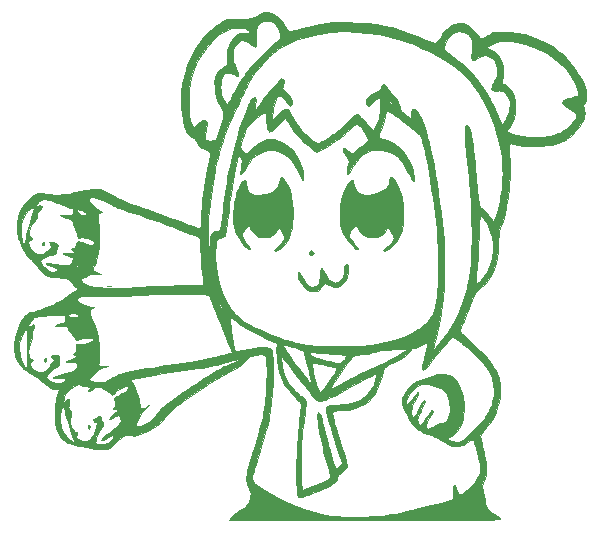
<source format=gbr>
G04 #@! TF.FileFunction,Legend,Top*
%FSLAX46Y46*%
G04 Gerber Fmt 4.6, Leading zero omitted, Abs format (unit mm)*
G04 Created by KiCad (PCBNEW 4.0.5+dfsg1-4) date Sun Sep 22 16:13:37 2019*
%MOMM*%
%LPD*%
G01*
G04 APERTURE LIST*
%ADD10C,0.100000*%
%ADD11C,0.010000*%
G04 APERTURE END LIST*
D10*
D11*
G36*
X73596378Y-30927695D02*
X73925173Y-30988637D01*
X74231650Y-31127645D01*
X74517461Y-31345990D01*
X74784261Y-31644949D01*
X75033703Y-32025793D01*
X75043027Y-32042189D01*
X75146078Y-32211877D01*
X75246047Y-32354924D01*
X75329125Y-32452469D01*
X75364125Y-32480761D01*
X75406721Y-32497760D01*
X75464858Y-32505882D01*
X75545972Y-32503632D01*
X75657497Y-32489511D01*
X75806870Y-32462023D01*
X76001527Y-32419672D01*
X76248902Y-32360959D01*
X76556431Y-32284390D01*
X76931550Y-32188466D01*
X77332311Y-32084553D01*
X77669406Y-31998398D01*
X77962445Y-31928479D01*
X78225946Y-31873342D01*
X78474428Y-31831534D01*
X78722409Y-31801598D01*
X78984407Y-31782083D01*
X79274939Y-31771532D01*
X79608525Y-31768491D01*
X79999682Y-31771507D01*
X80394059Y-31777852D01*
X81241007Y-31805796D01*
X82022168Y-31859588D01*
X82753392Y-31942636D01*
X83450530Y-32058347D01*
X84129433Y-32210127D01*
X84805953Y-32401384D01*
X85495939Y-32635524D01*
X86215242Y-32915954D01*
X86750117Y-33144008D01*
X87011374Y-33255237D01*
X87252048Y-33350921D01*
X87456991Y-33425461D01*
X87611059Y-33473259D01*
X87680055Y-33487753D01*
X87797209Y-33492891D01*
X87892855Y-33469862D01*
X87979424Y-33407922D01*
X88069347Y-33296326D01*
X88175056Y-33124330D01*
X88244555Y-32999864D01*
X88490087Y-32612238D01*
X88759296Y-32303895D01*
X89055295Y-32071986D01*
X89381201Y-31913664D01*
X89461173Y-31887220D01*
X89797156Y-31826574D01*
X90126199Y-31848093D01*
X90442900Y-31949292D01*
X90741855Y-32127683D01*
X91017661Y-32380780D01*
X91264915Y-32706095D01*
X91275067Y-32722049D01*
X91382499Y-32885960D01*
X91475286Y-33000464D01*
X91567532Y-33067158D01*
X91673344Y-33087637D01*
X91806826Y-33063497D01*
X91982084Y-32996333D01*
X92213222Y-32887743D01*
X92311776Y-32839335D01*
X92730394Y-32632834D01*
X93554059Y-32618262D01*
X93952336Y-32614968D01*
X94286389Y-32622114D01*
X94576273Y-32642040D01*
X94842044Y-32677088D01*
X95103756Y-32729600D01*
X95381465Y-32801919D01*
X95549003Y-32851200D01*
X96248160Y-33085376D01*
X96876323Y-33342138D01*
X97429412Y-33619659D01*
X97866562Y-33890441D01*
X98227333Y-34166755D01*
X98592205Y-34496446D01*
X98952100Y-34867555D01*
X99297940Y-35268124D01*
X99620648Y-35686193D01*
X99911146Y-36109803D01*
X100160355Y-36526995D01*
X100359198Y-36925809D01*
X100498598Y-37294286D01*
X100527011Y-37395334D01*
X100579218Y-37716557D01*
X100576994Y-38038145D01*
X100522103Y-38335007D01*
X100447431Y-38526343D01*
X100380622Y-38666454D01*
X100346447Y-38778081D01*
X100342746Y-38890791D01*
X100367356Y-39034152D01*
X100400439Y-39169229D01*
X100438749Y-39410620D01*
X100424010Y-39650350D01*
X100352890Y-39907950D01*
X100225019Y-40197077D01*
X99973948Y-40613414D01*
X99653641Y-41011541D01*
X99279516Y-41374649D01*
X98866993Y-41685933D01*
X98847524Y-41698614D01*
X98622626Y-41834533D01*
X98403491Y-41943801D01*
X98175285Y-42030333D01*
X97923175Y-42098046D01*
X97632328Y-42150853D01*
X97287908Y-42192671D01*
X96875083Y-42227415D01*
X96832632Y-42230430D01*
X96112885Y-42252358D01*
X95409532Y-42217960D01*
X94744352Y-42128534D01*
X94577334Y-42095799D01*
X94351818Y-42049735D01*
X94197030Y-42028965D01*
X94100584Y-42042634D01*
X94050095Y-42099886D01*
X94033179Y-42209866D01*
X94037449Y-42381718D01*
X94043451Y-42489988D01*
X94068684Y-43010782D01*
X94086451Y-43532715D01*
X94096721Y-44042477D01*
X94099460Y-44526760D01*
X94094637Y-44972253D01*
X94082219Y-45365647D01*
X94062176Y-45693634D01*
X94051452Y-45808901D01*
X93952099Y-46600631D01*
X93827969Y-47321365D01*
X93676739Y-47981742D01*
X93496084Y-48592403D01*
X93361423Y-48968639D01*
X93164554Y-49481500D01*
X93134197Y-50476334D01*
X93117351Y-50902946D01*
X93093288Y-51262113D01*
X93059059Y-51570947D01*
X93011713Y-51846562D01*
X92948301Y-52106071D01*
X92865873Y-52366587D01*
X92761478Y-52645224D01*
X92759441Y-52650356D01*
X92603376Y-53021744D01*
X92453144Y-53326777D01*
X92297017Y-53581926D01*
X92123264Y-53803663D01*
X91920157Y-54008457D01*
X91675965Y-54212780D01*
X91611419Y-54262456D01*
X91453137Y-54385394D01*
X91326866Y-54494040D01*
X91224221Y-54601789D01*
X91136816Y-54722042D01*
X91056266Y-54868196D01*
X90974186Y-55053648D01*
X90882189Y-55291798D01*
X90771890Y-55596044D01*
X90765387Y-55614230D01*
X90626185Y-55999932D01*
X90507199Y-56320373D01*
X90402333Y-56590768D01*
X90305493Y-56826328D01*
X90210583Y-57042269D01*
X90111510Y-57253805D01*
X90094135Y-57289761D01*
X89987505Y-57533320D01*
X89931534Y-57722291D01*
X89920667Y-57826352D01*
X89922448Y-57888840D01*
X89933193Y-57943864D01*
X89961006Y-58001138D01*
X90013992Y-58070377D01*
X90100252Y-58161299D01*
X90227891Y-58283617D01*
X90405014Y-58447049D01*
X90545084Y-58574971D01*
X91059302Y-59052534D01*
X91507735Y-59488240D01*
X91894637Y-59887803D01*
X92224261Y-60256934D01*
X92500864Y-60601347D01*
X92728698Y-60926753D01*
X92912019Y-61238865D01*
X93055082Y-61543396D01*
X93162140Y-61846058D01*
X93237449Y-62152564D01*
X93246895Y-62202667D01*
X93287371Y-62481640D01*
X93302439Y-62750107D01*
X93291987Y-63035960D01*
X93255904Y-63367087D01*
X93241845Y-63467234D01*
X93160587Y-63950557D01*
X93063230Y-64369123D01*
X92941371Y-64742491D01*
X92786607Y-65090221D01*
X92590535Y-65431870D01*
X92344751Y-65787000D01*
X92120966Y-66076167D01*
X91991739Y-66241132D01*
X91863542Y-66410972D01*
X91760185Y-66554016D01*
X91743330Y-66578471D01*
X91603207Y-66784443D01*
X91653072Y-67086471D01*
X91677723Y-67218416D01*
X91718282Y-67415546D01*
X91771033Y-67660685D01*
X91832260Y-67936658D01*
X91898246Y-68226290D01*
X91919942Y-68319834D01*
X92007531Y-68705665D01*
X92072782Y-69024533D01*
X92115935Y-69291077D01*
X92137233Y-69519932D01*
X92136918Y-69725737D01*
X92115231Y-69923129D01*
X92072414Y-70126746D01*
X92008709Y-70351225D01*
X91956199Y-70515302D01*
X91777192Y-71059770D01*
X91843822Y-71488969D01*
X91909571Y-71884195D01*
X91975935Y-72229462D01*
X92041077Y-72516959D01*
X92103158Y-72738871D01*
X92160342Y-72887385D01*
X92181437Y-72924496D01*
X92256969Y-73006979D01*
X92383022Y-73114880D01*
X92537567Y-73229971D01*
X92609243Y-73278408D01*
X92859359Y-73443688D01*
X93044191Y-73570745D01*
X93170813Y-73665320D01*
X93246301Y-73733151D01*
X93277727Y-73779980D01*
X93272167Y-73811545D01*
X93269672Y-73814261D01*
X93245681Y-73825054D01*
X93194313Y-73835150D01*
X93113030Y-73844571D01*
X92999292Y-73853339D01*
X92850560Y-73861478D01*
X92664295Y-73869008D01*
X92437958Y-73875953D01*
X92169011Y-73882334D01*
X91854914Y-73888175D01*
X91493129Y-73893497D01*
X91081116Y-73898323D01*
X90616336Y-73902675D01*
X90096250Y-73906576D01*
X89518320Y-73910047D01*
X88880007Y-73913111D01*
X88178770Y-73915791D01*
X87412072Y-73918108D01*
X86577373Y-73920086D01*
X85672135Y-73921746D01*
X84693818Y-73923111D01*
X83639884Y-73924203D01*
X82507793Y-73925044D01*
X81295007Y-73925657D01*
X80574496Y-73925910D01*
X70360493Y-73929000D01*
X70421829Y-73810388D01*
X70523474Y-73668515D01*
X70695979Y-73500632D01*
X70941619Y-73304808D01*
X71262671Y-73079109D01*
X71356400Y-73016858D01*
X71596995Y-72853001D01*
X71775248Y-72714122D01*
X71903391Y-72585112D01*
X71993657Y-72450862D01*
X72058278Y-72296262D01*
X72109488Y-72106203D01*
X72115568Y-72079143D01*
X72156601Y-71880281D01*
X72174449Y-71730385D01*
X72165619Y-71601913D01*
X72126619Y-71467321D01*
X72053957Y-71299065D01*
X72003084Y-71191982D01*
X71916925Y-71005890D01*
X71862488Y-70862301D01*
X71831541Y-70729073D01*
X71815850Y-70574063D01*
X71809575Y-70436500D01*
X71809362Y-70282959D01*
X71820852Y-70118551D01*
X71846076Y-69934760D01*
X71887069Y-69723069D01*
X71945865Y-69474961D01*
X72024496Y-69181921D01*
X72124998Y-68835430D01*
X72249403Y-68426973D01*
X72399746Y-67948033D01*
X72416105Y-67896500D01*
X72598241Y-67317729D01*
X72754590Y-66806740D01*
X72887839Y-66351581D01*
X73000673Y-65940300D01*
X73095778Y-65560942D01*
X73175840Y-65201556D01*
X73243543Y-64850188D01*
X73301575Y-64494886D01*
X73352620Y-64123696D01*
X73399364Y-63724666D01*
X73438613Y-63345667D01*
X73461414Y-63072878D01*
X73480442Y-62761144D01*
X73495625Y-62422188D01*
X73506891Y-62067734D01*
X73514169Y-61709505D01*
X73517386Y-61359224D01*
X73516472Y-61028614D01*
X73511352Y-60729400D01*
X73501957Y-60473303D01*
X73488214Y-60272049D01*
X73470052Y-60137359D01*
X73458524Y-60096767D01*
X73394462Y-59991910D01*
X73299731Y-59924675D01*
X73163145Y-59893119D01*
X72973517Y-59895300D01*
X72719664Y-59929275D01*
X72608864Y-59949204D01*
X72143893Y-60036926D01*
X71835363Y-60300416D01*
X71696731Y-60423459D01*
X71581441Y-60534383D01*
X71506228Y-60616677D01*
X71488557Y-60642583D01*
X71436132Y-60695937D01*
X71326773Y-60774593D01*
X71179165Y-60865767D01*
X71086390Y-60917728D01*
X69985327Y-61538081D01*
X68847519Y-62230101D01*
X67671637Y-62994626D01*
X66456353Y-63832491D01*
X66417734Y-63859860D01*
X66154364Y-64049110D01*
X65946443Y-64205514D01*
X65778474Y-64342428D01*
X65634955Y-64473208D01*
X65500389Y-64611208D01*
X65359275Y-64769784D01*
X65352158Y-64778041D01*
X64947733Y-65220103D01*
X64549920Y-65593884D01*
X64140925Y-65912176D01*
X63702954Y-66187771D01*
X63218212Y-66433462D01*
X62805220Y-66608994D01*
X62588072Y-66694422D01*
X62435871Y-66751059D01*
X62335132Y-66781997D01*
X62272367Y-66790330D01*
X62234091Y-66779149D01*
X62206816Y-66751546D01*
X62203424Y-66746980D01*
X62146270Y-66699174D01*
X62050111Y-66675697D01*
X61904688Y-66670520D01*
X61737065Y-66685772D01*
X61572574Y-66733719D01*
X61399336Y-66821270D01*
X61205473Y-66955337D01*
X60979106Y-67142828D01*
X60776181Y-67327017D01*
X60543362Y-67538439D01*
X60351887Y-67695436D01*
X60185728Y-67805848D01*
X60028857Y-67877515D01*
X59865245Y-67918276D01*
X59678866Y-67935972D01*
X59525334Y-67938834D01*
X59333457Y-67933390D01*
X59160030Y-67918827D01*
X59032019Y-67897794D01*
X58996167Y-67886823D01*
X58911392Y-67862578D01*
X58760480Y-67829678D01*
X58561090Y-67791577D01*
X58330880Y-67751731D01*
X58191834Y-67729438D01*
X57908943Y-67680714D01*
X57605708Y-67620619D01*
X57314083Y-67555955D01*
X57066022Y-67493523D01*
X57011717Y-67478238D01*
X56794611Y-67413408D01*
X56639488Y-67360153D01*
X56526407Y-67308674D01*
X56435425Y-67249169D01*
X56346603Y-67171839D01*
X56303709Y-67130273D01*
X56067482Y-66841642D01*
X55874839Y-66490238D01*
X55727024Y-66086613D01*
X55625280Y-65641313D01*
X55570851Y-65164889D01*
X55570126Y-65103453D01*
X56022469Y-65103453D01*
X56025479Y-65359708D01*
X56048172Y-65619624D01*
X56091132Y-65869959D01*
X56154939Y-66097474D01*
X56200138Y-66210294D01*
X56313685Y-66429230D01*
X56450632Y-66647522D01*
X56600270Y-66852375D01*
X56751890Y-67030993D01*
X56894779Y-67170582D01*
X57018229Y-67258346D01*
X57097762Y-67282667D01*
X57175748Y-67261578D01*
X57196805Y-67187417D01*
X57181766Y-67103617D01*
X57142128Y-66968116D01*
X57085814Y-66807384D01*
X57073297Y-66774667D01*
X56982053Y-66525034D01*
X56878592Y-66218007D01*
X56770401Y-65878070D01*
X56664970Y-65529709D01*
X56569787Y-65197409D01*
X56492341Y-64905656D01*
X56458311Y-64763834D01*
X56411701Y-64568509D01*
X56374289Y-64442621D01*
X56340301Y-64372275D01*
X56303958Y-64343577D01*
X56282313Y-64340500D01*
X56195631Y-64379845D01*
X56125724Y-64489054D01*
X56073174Y-64654885D01*
X56038561Y-64864098D01*
X56022469Y-65103453D01*
X55570126Y-65103453D01*
X55564983Y-64667888D01*
X55608918Y-64160859D01*
X55670808Y-63830827D01*
X56319290Y-63830827D01*
X56342469Y-63925749D01*
X56391367Y-63951084D01*
X56457473Y-63901620D01*
X56524028Y-63790167D01*
X56602933Y-63686017D01*
X56706172Y-63649166D01*
X56828551Y-63635165D01*
X56801892Y-63860833D01*
X56780631Y-64030397D01*
X56757735Y-64197882D01*
X56748852Y-64257902D01*
X56740575Y-64383683D01*
X56772914Y-64479266D01*
X56837313Y-64565787D01*
X56894933Y-64639566D01*
X56926793Y-64706523D01*
X56937549Y-64791969D01*
X56931856Y-64921216D01*
X56922565Y-65029385D01*
X56899792Y-65327230D01*
X56893073Y-65559103D01*
X56903455Y-65742359D01*
X56931984Y-65894354D01*
X56979707Y-66032442D01*
X56983588Y-66041559D01*
X57087004Y-66237706D01*
X57197502Y-66368141D01*
X57307940Y-66425744D01*
X57366890Y-66423589D01*
X57450612Y-66427664D01*
X57482161Y-66490003D01*
X57459015Y-66600289D01*
X57426866Y-66668847D01*
X57379240Y-66772296D01*
X57376231Y-66847066D01*
X57409487Y-66924367D01*
X57525140Y-67057382D01*
X57697756Y-67154005D01*
X57905000Y-67207525D01*
X58124542Y-67211228D01*
X58267826Y-67182366D01*
X58475157Y-67101238D01*
X58641474Y-66990681D01*
X58775693Y-66838802D01*
X58886731Y-66633709D01*
X58983506Y-66363509D01*
X59042499Y-66149253D01*
X59094978Y-65939195D01*
X59126383Y-65796740D01*
X59136894Y-65707533D01*
X59126687Y-65657221D01*
X59095940Y-65631449D01*
X59049084Y-65616928D01*
X58935919Y-65571448D01*
X58869729Y-65531495D01*
X58812823Y-65481703D01*
X58818777Y-65437178D01*
X58861384Y-65386267D01*
X58939250Y-65325312D01*
X59066193Y-65250349D01*
X59194086Y-65187245D01*
X59355975Y-65123875D01*
X59456320Y-65111099D01*
X59503501Y-65151769D01*
X59505897Y-65248739D01*
X59498793Y-65291006D01*
X59512597Y-65416784D01*
X59586236Y-65544641D01*
X59670389Y-65691688D01*
X59690011Y-65831706D01*
X59642400Y-65979024D01*
X59524855Y-66147972D01*
X59458092Y-66224334D01*
X59359372Y-66357089D01*
X59260817Y-66531505D01*
X59169551Y-66728769D01*
X59092702Y-66930065D01*
X59037395Y-67116578D01*
X59010758Y-67269492D01*
X59019916Y-67369994D01*
X59022279Y-67374960D01*
X59068273Y-67428194D01*
X59148928Y-67461541D01*
X59278808Y-67477723D01*
X59472478Y-67479459D01*
X59567667Y-67476835D01*
X59812787Y-67454582D01*
X59998231Y-67404119D01*
X60054500Y-67378224D01*
X60235146Y-67257889D01*
X60386940Y-67106864D01*
X60494027Y-66944894D01*
X60540555Y-66791722D01*
X60541334Y-66771911D01*
X60514041Y-66735305D01*
X60429928Y-66746106D01*
X60285644Y-66805432D01*
X60077837Y-66914401D01*
X60025279Y-66944000D01*
X59816787Y-67058015D01*
X59670450Y-67126375D01*
X59578716Y-67151485D01*
X59534035Y-67135750D01*
X59526680Y-67102750D01*
X59547699Y-67033731D01*
X59614321Y-66952515D01*
X59736971Y-66848338D01*
X59864000Y-66754371D01*
X60160474Y-66534613D01*
X60433618Y-66317358D01*
X60675005Y-66110378D01*
X60876205Y-65921444D01*
X61028790Y-65758328D01*
X61124330Y-65628802D01*
X61151639Y-65567151D01*
X61154322Y-65469458D01*
X61132978Y-65335144D01*
X61123028Y-65297690D01*
X61557334Y-65297690D01*
X61579887Y-65335152D01*
X61638211Y-65310555D01*
X61718305Y-65230331D01*
X61726632Y-65219929D01*
X61781725Y-65133395D01*
X61773293Y-65090822D01*
X61764594Y-65086920D01*
X61706207Y-65104760D01*
X61633557Y-65166930D01*
X61574995Y-65244598D01*
X61557334Y-65297690D01*
X61123028Y-65297690D01*
X61095650Y-65194636D01*
X61050381Y-65078364D01*
X61006331Y-65017420D01*
X60955766Y-65026391D01*
X60848444Y-65068563D01*
X60701900Y-65136527D01*
X60587364Y-65194441D01*
X60424935Y-65274964D01*
X60290443Y-65333689D01*
X60201044Y-65363585D01*
X60174521Y-65363632D01*
X60191175Y-65324466D01*
X60259394Y-65241118D01*
X60367977Y-65126233D01*
X60491093Y-65006197D01*
X60630414Y-64868980D01*
X60743003Y-64746850D01*
X60816165Y-64654327D01*
X60837869Y-64609613D01*
X60802212Y-64535318D01*
X60708145Y-64503680D01*
X60599254Y-64515017D01*
X60494568Y-64541291D01*
X60602617Y-64382071D01*
X60674876Y-64257363D01*
X60704598Y-64141885D01*
X60694138Y-64006687D01*
X60647625Y-63828645D01*
X60611479Y-63704097D01*
X60588452Y-63614402D01*
X60584125Y-63589508D01*
X60619278Y-63558361D01*
X60714275Y-63499860D01*
X60852794Y-63423629D01*
X60954084Y-63371326D01*
X61281307Y-63194557D01*
X61526789Y-63035380D01*
X61691429Y-62892975D01*
X61776128Y-62766526D01*
X61781784Y-62655213D01*
X61770519Y-62628839D01*
X61725072Y-62570876D01*
X61660257Y-62548665D01*
X61562704Y-62564264D01*
X61419042Y-62619735D01*
X61224094Y-62713032D01*
X60987997Y-62845965D01*
X60809935Y-62983322D01*
X60704566Y-63094032D01*
X60604215Y-63202392D01*
X60517019Y-63278023D01*
X60466333Y-63303334D01*
X60402624Y-63274083D01*
X60312809Y-63200120D01*
X60270443Y-63156884D01*
X60156436Y-63059107D01*
X60001868Y-62959294D01*
X59883734Y-62899185D01*
X59738934Y-62830107D01*
X59617192Y-62762710D01*
X59554322Y-62719074D01*
X59501831Y-62665858D01*
X59513784Y-62638992D01*
X59554322Y-62622768D01*
X59542870Y-62614304D01*
X59459442Y-62609570D01*
X59316655Y-62608766D01*
X59127126Y-62612088D01*
X59038500Y-62614700D01*
X58731653Y-62620092D01*
X58479715Y-62611395D01*
X58253581Y-62585032D01*
X58024148Y-62537428D01*
X57762315Y-62465007D01*
X57722592Y-62453041D01*
X57636641Y-62430056D01*
X57565439Y-62426086D01*
X57487015Y-62447003D01*
X57379398Y-62498678D01*
X57220617Y-62586983D01*
X57219925Y-62587375D01*
X56917401Y-62775753D01*
X56688114Y-62961033D01*
X56522031Y-63155442D01*
X56409120Y-63371206D01*
X56339350Y-63620551D01*
X56330339Y-63671530D01*
X56319290Y-63830827D01*
X55670808Y-63830827D01*
X55703902Y-63654352D01*
X55839291Y-63192580D01*
X55894369Y-63030269D01*
X55935151Y-62901579D01*
X55956006Y-62824742D01*
X55957063Y-62811285D01*
X55912875Y-62812478D01*
X55816845Y-62829377D01*
X55784063Y-62836487D01*
X55592229Y-62848129D01*
X55418907Y-62812551D01*
X55264071Y-62746939D01*
X55077626Y-62639567D01*
X54887355Y-62509014D01*
X54721042Y-62373863D01*
X54635834Y-62288842D01*
X54555753Y-62215416D01*
X54419515Y-62108596D01*
X54242981Y-61979501D01*
X54042013Y-61839250D01*
X53832475Y-61698964D01*
X53630229Y-61569760D01*
X53485922Y-61482769D01*
X53320331Y-61376415D01*
X53125696Y-61236420D01*
X52934909Y-61086870D01*
X52865676Y-61028593D01*
X52620155Y-60787822D01*
X52440016Y-60538147D01*
X52310940Y-60255085D01*
X52221320Y-59927069D01*
X52164702Y-59481933D01*
X52167063Y-59302834D01*
X52569681Y-59302834D01*
X52582699Y-59538880D01*
X52620189Y-59792041D01*
X52677523Y-60049450D01*
X52750076Y-60298244D01*
X52833222Y-60525556D01*
X52922333Y-60718522D01*
X53012784Y-60864276D01*
X53099949Y-60949954D01*
X53167758Y-60965984D01*
X53183836Y-60952518D01*
X53196857Y-60914065D01*
X53207106Y-60842992D01*
X53214867Y-60731663D01*
X53220423Y-60572444D01*
X53224058Y-60357701D01*
X53226057Y-60079798D01*
X53226702Y-59731101D01*
X53226424Y-59388549D01*
X53224532Y-58929187D01*
X53220454Y-58546290D01*
X53214234Y-58241440D01*
X53205919Y-58016216D01*
X53195555Y-57872199D01*
X53183186Y-57810970D01*
X53180826Y-57808887D01*
X53088102Y-57819397D01*
X52990135Y-57901762D01*
X52891913Y-58043787D01*
X52798424Y-58233280D01*
X52714655Y-58458048D01*
X52645595Y-58705899D01*
X52596232Y-58964639D01*
X52571552Y-59222076D01*
X52569681Y-59302834D01*
X52167063Y-59302834D01*
X52171029Y-59002155D01*
X52236209Y-58504807D01*
X52356149Y-58006965D01*
X52526759Y-57525700D01*
X52570182Y-57436206D01*
X53347652Y-57436206D01*
X53360217Y-57508556D01*
X53416554Y-57525964D01*
X53513630Y-57479424D01*
X53560448Y-57443201D01*
X53658933Y-57365805D01*
X53723680Y-57339811D01*
X53783249Y-57359285D01*
X53825410Y-57388146D01*
X53858975Y-57420376D01*
X53867357Y-57463440D01*
X53846565Y-57535229D01*
X53792604Y-57653634D01*
X53744456Y-57750879D01*
X53663627Y-57923077D01*
X53621513Y-58045573D01*
X53611894Y-58140427D01*
X53619402Y-58194484D01*
X53650853Y-58503929D01*
X53603463Y-58783766D01*
X53488656Y-59016684D01*
X53415991Y-59167633D01*
X53370967Y-59353004D01*
X53352071Y-59556140D01*
X53357792Y-59760381D01*
X53386617Y-59949071D01*
X53437034Y-60105551D01*
X53507532Y-60213162D01*
X53596598Y-60255247D01*
X53601083Y-60255334D01*
X53687316Y-60279921D01*
X53707833Y-60345401D01*
X53662689Y-60439351D01*
X53599958Y-60508127D01*
X53512797Y-60604349D01*
X53486344Y-60682883D01*
X53494051Y-60730413D01*
X53604393Y-60960108D01*
X53776462Y-61148981D01*
X53993401Y-61287724D01*
X54238354Y-61367028D01*
X54494464Y-61377586D01*
X54622908Y-61353781D01*
X54797442Y-61271329D01*
X54974801Y-61115373D01*
X55158617Y-60882190D01*
X55300449Y-60658544D01*
X55499398Y-60320936D01*
X55346403Y-60180797D01*
X55253131Y-60083087D01*
X55226915Y-60019215D01*
X55239013Y-59995054D01*
X55324850Y-59950365D01*
X55462936Y-59917485D01*
X55621147Y-59901181D01*
X55767358Y-59906221D01*
X55800188Y-59911771D01*
X55899340Y-59941734D01*
X55935611Y-59988305D01*
X55934695Y-60046133D01*
X55920873Y-60277079D01*
X55944946Y-60516541D01*
X55949047Y-60540678D01*
X55960773Y-60671076D01*
X55933652Y-60767269D01*
X55854817Y-60848519D01*
X55711401Y-60934084D01*
X55673036Y-60953815D01*
X55535532Y-61043779D01*
X55375220Y-61179043D01*
X55211872Y-61339342D01*
X55065260Y-61504412D01*
X54955154Y-61653990D01*
X54912573Y-61733203D01*
X54881014Y-61825103D01*
X54890040Y-61889779D01*
X54949067Y-61963500D01*
X54980677Y-61995549D01*
X55166442Y-62135311D01*
X55396777Y-62240249D01*
X55646924Y-62304520D01*
X55892125Y-62322284D01*
X56107620Y-62287695D01*
X56150610Y-62271623D01*
X56272114Y-62202562D01*
X56375894Y-62114102D01*
X56444101Y-62025287D01*
X56458887Y-61955160D01*
X56455027Y-61946823D01*
X56408667Y-61923596D01*
X56299729Y-61910783D01*
X56120385Y-61907861D01*
X55932009Y-61911939D01*
X55717308Y-61917139D01*
X55573955Y-61915791D01*
X55488796Y-61906658D01*
X55448680Y-61888500D01*
X55440167Y-61865623D01*
X55455145Y-61820763D01*
X55506548Y-61778182D01*
X55604076Y-61734166D01*
X55757430Y-61684999D01*
X55976312Y-61626969D01*
X56212386Y-61569955D01*
X56578172Y-61479300D01*
X56867873Y-61395701D01*
X57089299Y-61314815D01*
X57250260Y-61232302D01*
X57358568Y-61143818D01*
X57396583Y-61084641D01*
X57857487Y-61084641D01*
X57895530Y-61103099D01*
X57974117Y-61072593D01*
X58049560Y-61018742D01*
X58149500Y-60935484D01*
X58034573Y-60934075D01*
X57920794Y-60965619D01*
X57874334Y-61017334D01*
X57857487Y-61084641D01*
X57396583Y-61084641D01*
X57422033Y-61045024D01*
X57448466Y-60931576D01*
X57450422Y-60881772D01*
X57446325Y-60703815D01*
X57424740Y-60592580D01*
X57369668Y-60533114D01*
X57265109Y-60510467D01*
X57095062Y-60509686D01*
X57053424Y-60510793D01*
X56827066Y-60515846D01*
X56673784Y-60515544D01*
X56582096Y-60508919D01*
X56540526Y-60495005D01*
X56537595Y-60472832D01*
X56540490Y-60467556D01*
X56592454Y-60434052D01*
X56700441Y-60390286D01*
X56807571Y-60355806D01*
X57064226Y-60271266D01*
X57238617Y-60189697D01*
X57333019Y-60109418D01*
X57349708Y-60028748D01*
X57320908Y-59976441D01*
X57241050Y-59915347D01*
X57193185Y-59894289D01*
X57151130Y-59872915D01*
X57156379Y-59837706D01*
X57215852Y-59771663D01*
X57260508Y-59728901D01*
X57337972Y-59650895D01*
X57382298Y-59581716D01*
X57402708Y-59493868D01*
X57408427Y-59359855D01*
X57408667Y-59287252D01*
X57408667Y-58985334D01*
X57736750Y-58985088D01*
X58088357Y-58972492D01*
X58374028Y-58936041D01*
X58589751Y-58876887D01*
X58731517Y-58796178D01*
X58795316Y-58695064D01*
X58797621Y-58680951D01*
X58789246Y-58589023D01*
X58732889Y-58527206D01*
X58619271Y-58492162D01*
X58439114Y-58480554D01*
X58253505Y-58485280D01*
X58041912Y-58501078D01*
X57883241Y-58529417D01*
X57745923Y-58577375D01*
X57661819Y-58617903D01*
X57518615Y-58683238D01*
X57418978Y-58696072D01*
X57343845Y-58648335D01*
X57274152Y-58531957D01*
X57231161Y-58435600D01*
X57156856Y-58302696D01*
X57045733Y-58150082D01*
X56942520Y-58032834D01*
X56824731Y-57899122D01*
X56724366Y-57761555D01*
X56669174Y-57662417D01*
X56603197Y-57503667D01*
X56066132Y-57503667D01*
X55823897Y-57500846D01*
X55665295Y-57491144D01*
X55589445Y-57472706D01*
X55595461Y-57443675D01*
X55682460Y-57402194D01*
X55849559Y-57346407D01*
X55973688Y-57309417D01*
X56140200Y-57256842D01*
X56277804Y-57205737D01*
X56364055Y-57164716D01*
X56378145Y-57154145D01*
X56409484Y-57086484D01*
X56439704Y-56962869D01*
X56459628Y-56830805D01*
X56489652Y-56560110D01*
X55393410Y-56584020D01*
X54980925Y-56594729D01*
X54643131Y-56609085D01*
X54370055Y-56630083D01*
X54151724Y-56660716D01*
X53978165Y-56703980D01*
X53839405Y-56762867D01*
X53725471Y-56840373D01*
X53626389Y-56939492D01*
X53532187Y-57063218D01*
X53465976Y-57162705D01*
X53381895Y-57317920D01*
X53347652Y-57436206D01*
X52570182Y-57436206D01*
X52743945Y-57078088D01*
X52997191Y-56689643D01*
X53094326Y-56576299D01*
X53153233Y-56526735D01*
X56731334Y-56526735D01*
X56769241Y-56624082D01*
X56869659Y-56698507D01*
X57012628Y-56746258D01*
X57178190Y-56763582D01*
X57346387Y-56746725D01*
X57497260Y-56691937D01*
X57524072Y-56675788D01*
X57630521Y-56606040D01*
X57544293Y-56519812D01*
X57446876Y-56460391D01*
X57308336Y-56421762D01*
X57149617Y-56403746D01*
X56991660Y-56406165D01*
X56855408Y-56428840D01*
X56761805Y-56471593D01*
X56731334Y-56526735D01*
X53153233Y-56526735D01*
X53203892Y-56484111D01*
X53340459Y-56406033D01*
X53518600Y-56335015D01*
X53752885Y-56264012D01*
X54018914Y-56195492D01*
X54199071Y-56149737D01*
X54359333Y-56104411D01*
X54514966Y-56053735D01*
X54681237Y-55991931D01*
X54873411Y-55913220D01*
X55106756Y-55811823D01*
X55396538Y-55681960D01*
X55503667Y-55633454D01*
X55629663Y-55568542D01*
X55811124Y-55464439D01*
X56033730Y-55329899D01*
X56160310Y-55250622D01*
X57416254Y-55250622D01*
X57433956Y-55289185D01*
X57536378Y-55400377D01*
X57702619Y-55516669D01*
X57913065Y-55628785D01*
X58148099Y-55727444D01*
X58388103Y-55803370D01*
X58613463Y-55847283D01*
X58614018Y-55847347D01*
X58869167Y-55877165D01*
X58732838Y-55950021D01*
X58631814Y-56013616D01*
X58565897Y-56085426D01*
X58535469Y-56176893D01*
X58540912Y-56299459D01*
X58582606Y-56464565D01*
X58660934Y-56683654D01*
X58765950Y-56943386D01*
X58973701Y-57487332D01*
X59126061Y-57990846D01*
X59228411Y-58472452D01*
X59248949Y-58606677D01*
X59295260Y-58988384D01*
X59327590Y-59364537D01*
X59345332Y-59718633D01*
X59347883Y-60034169D01*
X59334636Y-60294641D01*
X59315921Y-60433888D01*
X59289219Y-60603909D01*
X59286974Y-60716830D01*
X59309058Y-60796568D01*
X59313947Y-60806190D01*
X59344308Y-60851905D01*
X59387743Y-60878395D01*
X59463517Y-60889226D01*
X59590895Y-60887961D01*
X59722160Y-60881732D01*
X60079895Y-60862956D01*
X59770864Y-60975762D01*
X59539427Y-61064077D01*
X59369201Y-61140698D01*
X59240063Y-61217447D01*
X59131889Y-61306148D01*
X59032764Y-61409390D01*
X58911279Y-61533680D01*
X58782661Y-61647694D01*
X58721000Y-61694520D01*
X58593965Y-61790195D01*
X58528411Y-61864300D01*
X58509982Y-61929992D01*
X58548066Y-62027501D01*
X58654512Y-62119229D01*
X58785060Y-62181185D01*
X58944928Y-62217326D01*
X59155090Y-62237136D01*
X59384170Y-62240443D01*
X59600791Y-62227072D01*
X59773577Y-62196850D01*
X59805761Y-62186815D01*
X59911479Y-62139972D01*
X60064858Y-62060377D01*
X60188283Y-61991000D01*
X61998174Y-61991000D01*
X62010391Y-62026675D01*
X62052333Y-62123580D01*
X62117252Y-62266541D01*
X62191104Y-62424917D01*
X62341999Y-62764904D01*
X62479484Y-63112695D01*
X62596587Y-63448230D01*
X62686338Y-63751452D01*
X62741767Y-64002304D01*
X62743915Y-64015676D01*
X62775449Y-64208995D01*
X62802541Y-64333616D01*
X62833065Y-64404606D01*
X62874892Y-64437033D01*
X62935895Y-64445964D01*
X62968933Y-64446334D01*
X63093130Y-64428958D01*
X63188331Y-64390431D01*
X63276910Y-64334429D01*
X63398274Y-64261445D01*
X63441167Y-64236362D01*
X63511337Y-64198266D01*
X63532313Y-64196045D01*
X63500166Y-64235259D01*
X63410963Y-64321471D01*
X63324000Y-64402145D01*
X63084206Y-64641818D01*
X62907090Y-64865478D01*
X62778436Y-65092552D01*
X62725165Y-65220589D01*
X62658527Y-65368304D01*
X62578982Y-65503018D01*
X62548027Y-65544200D01*
X62470494Y-65674898D01*
X62450137Y-65801010D01*
X62488585Y-65899976D01*
X62520417Y-65926679D01*
X62638070Y-65954592D01*
X62813406Y-65935987D01*
X63034683Y-65872807D01*
X63174697Y-65818507D01*
X63374124Y-65727336D01*
X63540653Y-65630798D01*
X63690752Y-65514841D01*
X63840891Y-65365411D01*
X64007540Y-65168453D01*
X64148022Y-64987981D01*
X64303115Y-64791666D01*
X64461765Y-64603180D01*
X64607604Y-64441203D01*
X64724262Y-64324411D01*
X64747097Y-64304338D01*
X64911703Y-64173078D01*
X65137634Y-64004012D01*
X65414533Y-63804384D01*
X65732038Y-63581436D01*
X66079789Y-63342414D01*
X66447428Y-63094560D01*
X66824592Y-62845118D01*
X66965826Y-62753000D01*
X67235910Y-62577418D01*
X67555463Y-62369475D01*
X67903073Y-62143117D01*
X68257329Y-61912290D01*
X68596819Y-61690939D01*
X68797064Y-61560291D01*
X69065029Y-61387449D01*
X69316204Y-61229295D01*
X69540161Y-61092093D01*
X69726472Y-60982110D01*
X69864712Y-60905611D01*
X69944451Y-60868860D01*
X69950628Y-60867183D01*
X70082492Y-60829680D01*
X70249758Y-60768987D01*
X70437965Y-60691976D01*
X70632650Y-60605516D01*
X70819354Y-60516478D01*
X70983614Y-60431733D01*
X71110970Y-60358151D01*
X71186961Y-60302603D01*
X71199584Y-60273806D01*
X71154478Y-60278279D01*
X71039779Y-60302260D01*
X70867491Y-60342668D01*
X70649619Y-60396419D01*
X70398167Y-60460433D01*
X70125140Y-60531627D01*
X69842542Y-60606919D01*
X69562377Y-60683228D01*
X69296649Y-60757472D01*
X69135000Y-60803847D01*
X68749178Y-60904090D01*
X68373471Y-60979697D01*
X68097834Y-61018134D01*
X67639297Y-61069835D01*
X67114402Y-61136243D01*
X66539676Y-61214800D01*
X65931646Y-61302945D01*
X65306842Y-61398122D01*
X64681791Y-61497770D01*
X64073022Y-61599332D01*
X63497063Y-61700249D01*
X62970442Y-61797962D01*
X62640812Y-61862922D01*
X62421508Y-61907287D01*
X62233772Y-61944988D01*
X62092194Y-61973115D01*
X62011365Y-61988762D01*
X61998174Y-61991000D01*
X60188283Y-61991000D01*
X60242129Y-61960734D01*
X60360685Y-61890152D01*
X60547225Y-61780633D01*
X60732025Y-61679442D01*
X60888439Y-61600844D01*
X60958750Y-61569999D01*
X61122060Y-61516659D01*
X61360155Y-61454641D01*
X61663799Y-61385694D01*
X62023754Y-61311566D01*
X62430784Y-61234007D01*
X62875652Y-61154766D01*
X63349120Y-61075591D01*
X63841953Y-60998231D01*
X64344913Y-60924436D01*
X64436000Y-60911639D01*
X65772887Y-60711806D01*
X67066427Y-60491730D01*
X68303823Y-60253747D01*
X69472279Y-60000195D01*
X69643000Y-59960450D01*
X69890285Y-59902479D01*
X70116280Y-59849764D01*
X70305063Y-59805999D01*
X70440715Y-59774878D01*
X70501904Y-59761218D01*
X70581778Y-59735490D01*
X70605915Y-59709961D01*
X70540141Y-59582407D01*
X70466614Y-59428920D01*
X70383106Y-59244036D01*
X70287389Y-59022290D01*
X70177235Y-58758217D01*
X70050416Y-58446351D01*
X69904704Y-58081229D01*
X69737872Y-57657384D01*
X69547691Y-57169353D01*
X69473289Y-56977040D01*
X70447151Y-56977040D01*
X70457246Y-57204472D01*
X70486851Y-57511878D01*
X70535903Y-57898470D01*
X70604338Y-58363458D01*
X70622169Y-58477334D01*
X70670322Y-58776185D01*
X70715791Y-59047682D01*
X70756549Y-59280548D01*
X70790566Y-59463501D01*
X70815816Y-59585264D01*
X70830228Y-59634507D01*
X70879871Y-59637435D01*
X70997029Y-59622567D01*
X71167018Y-59592403D01*
X71375155Y-59549440D01*
X71513810Y-59518194D01*
X72051854Y-59401065D01*
X72515339Y-59317257D01*
X72907419Y-59266501D01*
X73231253Y-59248525D01*
X73489996Y-59263061D01*
X73686807Y-59309836D01*
X73730553Y-59328345D01*
X73821036Y-59385333D01*
X73891357Y-59467281D01*
X73944963Y-59585516D01*
X73985303Y-59751367D01*
X74015828Y-59976163D01*
X74039985Y-60271232D01*
X74045831Y-60363895D01*
X74056331Y-60630755D01*
X74060658Y-60961294D01*
X74059280Y-61334787D01*
X74052662Y-61730505D01*
X74041272Y-62127723D01*
X74025575Y-62505714D01*
X74006038Y-62843752D01*
X73983963Y-63112834D01*
X73970705Y-63245487D01*
X73951968Y-63433447D01*
X73930634Y-63647764D01*
X73916476Y-63790167D01*
X73881846Y-64114445D01*
X73843197Y-64422453D01*
X73798390Y-64723273D01*
X73745285Y-65025986D01*
X73681743Y-65339671D01*
X73605625Y-65673410D01*
X73514793Y-66036284D01*
X73407106Y-66437374D01*
X73280426Y-66885760D01*
X73132614Y-67390524D01*
X72961530Y-67960745D01*
X72839466Y-68362167D01*
X72701841Y-68814004D01*
X72587519Y-69192191D01*
X72494598Y-69503909D01*
X72421175Y-69756333D01*
X72365350Y-69956645D01*
X72325219Y-70112021D01*
X72298881Y-70229641D01*
X72284433Y-70316683D01*
X72279973Y-70380326D01*
X72283599Y-70427747D01*
X72287367Y-70445727D01*
X72355962Y-70583779D01*
X72495721Y-70749184D01*
X72699833Y-70936303D01*
X72961488Y-71139495D01*
X73273876Y-71353118D01*
X73630186Y-71571533D01*
X73684545Y-71602952D01*
X74231382Y-71899983D01*
X74814617Y-72186213D01*
X75422594Y-72457589D01*
X76043659Y-72710063D01*
X76666157Y-72939581D01*
X77278434Y-73142095D01*
X77868834Y-73313552D01*
X78425703Y-73449902D01*
X78937386Y-73547094D01*
X79392227Y-73601076D01*
X79443167Y-73604503D01*
X79630224Y-73612417D01*
X79886631Y-73618249D01*
X80197096Y-73622070D01*
X80546329Y-73623950D01*
X80919041Y-73623961D01*
X81299941Y-73622173D01*
X81673738Y-73618657D01*
X82025142Y-73613483D01*
X82338864Y-73606722D01*
X82599612Y-73598446D01*
X82787500Y-73589033D01*
X83066248Y-73566337D01*
X83360310Y-73533772D01*
X83676724Y-73489954D01*
X84022527Y-73433494D01*
X84404756Y-73363008D01*
X84830450Y-73277108D01*
X85306646Y-73174408D01*
X85840381Y-73053521D01*
X86438692Y-72913062D01*
X87108618Y-72751643D01*
X87402623Y-72679816D01*
X87867195Y-72564484D01*
X88254383Y-72465021D01*
X88569640Y-72379782D01*
X88818416Y-72307124D01*
X89006164Y-72245402D01*
X89138335Y-72192972D01*
X89220382Y-72148189D01*
X89248963Y-72122953D01*
X89282958Y-72039254D01*
X89297445Y-71888527D01*
X89296362Y-71731646D01*
X89294302Y-71429412D01*
X89309031Y-71201514D01*
X89338795Y-71049439D01*
X89381837Y-70974671D01*
X89436403Y-70978696D01*
X89500736Y-71062998D01*
X89573081Y-71229062D01*
X89640883Y-71440195D01*
X89689708Y-71577341D01*
X89743902Y-71681318D01*
X89780206Y-71720975D01*
X89899761Y-71739940D01*
X90059766Y-71687870D01*
X90257446Y-71566536D01*
X90490027Y-71377706D01*
X90754733Y-71123147D01*
X90813052Y-71062650D01*
X91124798Y-70706541D01*
X91357757Y-70374814D01*
X91513501Y-70065178D01*
X91533597Y-70011211D01*
X91571910Y-69891279D01*
X91597815Y-69775421D01*
X91610144Y-69652883D01*
X91607731Y-69512913D01*
X91589408Y-69344754D01*
X91554009Y-69137655D01*
X91500367Y-68880861D01*
X91427314Y-68563617D01*
X91334907Y-68180184D01*
X91248833Y-67834318D01*
X91177132Y-67563727D01*
X91117148Y-67360751D01*
X91066224Y-67217729D01*
X91021704Y-67126999D01*
X90980931Y-67080901D01*
X90950240Y-67071000D01*
X90887478Y-67094261D01*
X90778825Y-67155676D01*
X90646192Y-67242689D01*
X90626753Y-67256343D01*
X90392357Y-67414763D01*
X90198429Y-67524890D01*
X90023124Y-67595753D01*
X89844596Y-67636377D01*
X89663070Y-67654548D01*
X89410814Y-67655902D01*
X89183374Y-67622921D01*
X88959926Y-67548737D01*
X88719648Y-67426480D01*
X88448365Y-67253806D01*
X88222314Y-67106482D01*
X88000731Y-66973507D01*
X87798071Y-66862589D01*
X87628789Y-66781436D01*
X87507341Y-66737758D01*
X87470582Y-66732367D01*
X87385739Y-66714247D01*
X87244847Y-66665484D01*
X87067034Y-66594384D01*
X86871428Y-66509255D01*
X86677154Y-66418403D01*
X86503341Y-66330136D01*
X86375259Y-66256663D01*
X86164747Y-66108651D01*
X85980848Y-65942395D01*
X85812813Y-65744188D01*
X85649891Y-65500325D01*
X85481331Y-65197101D01*
X85370358Y-64975500D01*
X85262411Y-64749970D01*
X85164271Y-64538653D01*
X85083630Y-64358591D01*
X85028184Y-64226824D01*
X85009897Y-64177058D01*
X84977181Y-63946829D01*
X84987418Y-63861752D01*
X85349064Y-63861752D01*
X85356420Y-63997937D01*
X85375823Y-64097524D01*
X85395063Y-64131344D01*
X85429541Y-64139670D01*
X85472739Y-64118954D01*
X85531780Y-64060903D01*
X85613792Y-63957226D01*
X85725900Y-63799630D01*
X85875230Y-63579824D01*
X85897259Y-63546980D01*
X86018960Y-63371994D01*
X86129061Y-63225908D01*
X86217075Y-63121777D01*
X86272514Y-63072655D01*
X86280000Y-63070500D01*
X86343138Y-63101963D01*
X86352177Y-63193528D01*
X86308055Y-63340957D01*
X86211708Y-63540014D01*
X86153525Y-63642000D01*
X85987919Y-63937849D01*
X85871748Y-64187663D01*
X85798641Y-64409078D01*
X85762230Y-64619734D01*
X85755406Y-64744490D01*
X85768249Y-64946186D01*
X85810163Y-65105457D01*
X85875407Y-65209196D01*
X85958238Y-65244299D01*
X85973632Y-65242502D01*
X86039467Y-65191087D01*
X86126064Y-65058870D01*
X86232814Y-64846974D01*
X86359105Y-64556522D01*
X86396595Y-64464479D01*
X86478805Y-64285748D01*
X86576835Y-64110942D01*
X86679266Y-63956628D01*
X86774679Y-63839374D01*
X86851654Y-63775747D01*
X86875966Y-63769000D01*
X86913036Y-63798660D01*
X86908116Y-63889249D01*
X86860400Y-64043179D01*
X86769082Y-64262863D01*
X86633356Y-64550712D01*
X86576334Y-64665769D01*
X86467077Y-64886789D01*
X86372484Y-65083449D01*
X86298682Y-65242578D01*
X86251796Y-65351002D01*
X86237667Y-65393984D01*
X86258140Y-65474145D01*
X86309748Y-65591185D01*
X86377773Y-65718243D01*
X86447496Y-65828455D01*
X86504201Y-65894958D01*
X86516132Y-65902242D01*
X86558015Y-65887980D01*
X86626330Y-65818551D01*
X86725321Y-65688616D01*
X86859230Y-65492835D01*
X86942090Y-65366295D01*
X87111985Y-65106920D01*
X87244541Y-64912008D01*
X87346129Y-64773510D01*
X87423120Y-64683379D01*
X87481883Y-64633565D01*
X87528789Y-64616020D01*
X87536213Y-64615667D01*
X87586936Y-64644851D01*
X87580419Y-64728177D01*
X87518674Y-64859310D01*
X87404439Y-65030923D01*
X87202177Y-65333894D01*
X87071695Y-65596862D01*
X87011896Y-65822923D01*
X87021681Y-66015173D01*
X87037585Y-66065584D01*
X87098215Y-66152965D01*
X87194586Y-66180690D01*
X87332991Y-66147989D01*
X87519722Y-66054088D01*
X87616592Y-65994608D01*
X87813724Y-65879726D01*
X88002493Y-65798385D01*
X88215099Y-65739027D01*
X88450208Y-65695360D01*
X88642181Y-65624265D01*
X88796840Y-65481381D01*
X88912411Y-65271767D01*
X88987122Y-65000478D01*
X89019199Y-64672573D01*
X89006869Y-64293109D01*
X88991882Y-64150256D01*
X88941414Y-63795524D01*
X88881909Y-63512734D01*
X88806403Y-63289187D01*
X88707933Y-63112185D01*
X88579534Y-62969027D01*
X88414242Y-62847015D01*
X88218516Y-62740016D01*
X87987173Y-62638028D01*
X87728288Y-62543022D01*
X87465330Y-62461959D01*
X87221768Y-62401801D01*
X87021069Y-62369507D01*
X86957334Y-62365943D01*
X86692697Y-62402070D01*
X86415010Y-62508876D01*
X86138006Y-62676722D01*
X85875414Y-62895969D01*
X85640966Y-63156976D01*
X85471354Y-63409167D01*
X85389193Y-63580409D01*
X85353817Y-63746397D01*
X85349064Y-63861752D01*
X84987418Y-63861752D01*
X85008947Y-63682837D01*
X85102491Y-63402837D01*
X85140045Y-63322666D01*
X85259792Y-63118884D01*
X85420400Y-62895150D01*
X85602935Y-62674083D01*
X85788464Y-62478301D01*
X85958052Y-62330424D01*
X85989659Y-62307715D01*
X86095660Y-62249601D01*
X86266984Y-62172462D01*
X86487982Y-62082022D01*
X86743010Y-61984002D01*
X87016418Y-61884126D01*
X87292561Y-61788114D01*
X87555791Y-61701690D01*
X87790461Y-61630575D01*
X87973334Y-61582259D01*
X88301808Y-61534714D01*
X88620283Y-61543776D01*
X88905588Y-61607905D01*
X89010500Y-61651156D01*
X89274939Y-61822702D01*
X89518816Y-62066346D01*
X89735624Y-62370695D01*
X89918862Y-62724354D01*
X90062025Y-63115932D01*
X90158610Y-63534034D01*
X90182532Y-63704289D01*
X90205782Y-63997042D01*
X90213819Y-64317544D01*
X90207659Y-64645299D01*
X90188317Y-64959807D01*
X90156811Y-65240571D01*
X90114155Y-65467092D01*
X90091214Y-65547000D01*
X89970280Y-65847342D01*
X89818935Y-66129326D01*
X89647557Y-66378910D01*
X89466525Y-66582052D01*
X89286216Y-66724709D01*
X89183508Y-66775136D01*
X88994786Y-66851852D01*
X88883025Y-66918453D01*
X88841704Y-66978965D01*
X88841167Y-66986610D01*
X88879973Y-67054553D01*
X88983377Y-67125592D01*
X89131859Y-67193202D01*
X89305899Y-67250861D01*
X89485977Y-67292046D01*
X89652571Y-67310235D01*
X89780127Y-67300374D01*
X89888386Y-67262576D01*
X90025738Y-67198623D01*
X90089204Y-67164306D01*
X90179987Y-67098320D01*
X90317895Y-66980072D01*
X90492839Y-66819707D01*
X90694733Y-66627374D01*
X90913486Y-66413219D01*
X91139011Y-66187391D01*
X91361220Y-65960036D01*
X91570024Y-65741301D01*
X91755336Y-65541335D01*
X91907066Y-65370284D01*
X92015127Y-65238296D01*
X92044975Y-65197080D01*
X92180363Y-64976185D01*
X92320985Y-64710376D01*
X92453600Y-64427937D01*
X92564964Y-64157148D01*
X92641832Y-63926294D01*
X92644303Y-63917167D01*
X92744070Y-63402389D01*
X92771209Y-62887735D01*
X92727280Y-62384715D01*
X92613840Y-61904836D01*
X92432450Y-61459604D01*
X92274522Y-61187684D01*
X92169666Y-61047863D01*
X92012055Y-60861977D01*
X91812003Y-60640448D01*
X91579824Y-60393698D01*
X91325832Y-60132151D01*
X91060339Y-59866227D01*
X90793660Y-59606351D01*
X90536108Y-59362943D01*
X90297997Y-59146428D01*
X90089640Y-58967226D01*
X90026500Y-58915925D01*
X89783849Y-58722649D01*
X89595991Y-58579658D01*
X89450137Y-58486236D01*
X89333498Y-58441667D01*
X89233285Y-58445236D01*
X89136709Y-58496225D01*
X89030980Y-58593919D01*
X88903311Y-58737601D01*
X88809002Y-58847750D01*
X88674913Y-59005669D01*
X88501280Y-59212739D01*
X88301901Y-59452362D01*
X88090572Y-59707938D01*
X87881090Y-59962867D01*
X87815008Y-60043667D01*
X87546504Y-60369787D01*
X87324504Y-60633165D01*
X87144417Y-60838567D01*
X87001649Y-60990761D01*
X86891610Y-61094514D01*
X86809708Y-61154594D01*
X86751349Y-61175768D01*
X86727639Y-61172562D01*
X86695402Y-61154894D01*
X86675369Y-61123975D01*
X86668871Y-61069307D01*
X86677240Y-60980394D01*
X86701806Y-60846738D01*
X86743902Y-60657843D01*
X86804859Y-60403212D01*
X86847163Y-60230301D01*
X86928478Y-59895673D01*
X86990041Y-59632725D01*
X87033690Y-59431269D01*
X87061261Y-59281118D01*
X87074592Y-59172082D01*
X87075521Y-59093975D01*
X87065884Y-59036608D01*
X87063733Y-59029452D01*
X87004824Y-58959358D01*
X86904423Y-58947531D01*
X86782576Y-58994089D01*
X86734274Y-59027542D01*
X86594658Y-59119266D01*
X86417937Y-59210508D01*
X86231185Y-59289763D01*
X86061475Y-59345528D01*
X85937078Y-59366300D01*
X85845006Y-59374076D01*
X85777370Y-59409260D01*
X85710077Y-59489707D01*
X85654452Y-59575788D01*
X85502156Y-59767734D01*
X85282003Y-59959942D01*
X84989255Y-60155830D01*
X84619177Y-60358813D01*
X84459667Y-60437375D01*
X84129235Y-60600542D01*
X83870688Y-60739169D01*
X83676495Y-60858080D01*
X83539128Y-60962095D01*
X83451058Y-61056035D01*
X83422865Y-61101294D01*
X83386001Y-61196169D01*
X83339196Y-61350419D01*
X83289216Y-61540418D01*
X83254119Y-61690364D01*
X83133138Y-62148312D01*
X82980742Y-62580438D01*
X82803445Y-62972600D01*
X82607759Y-63310656D01*
X82400198Y-63580464D01*
X82367826Y-63614808D01*
X82157286Y-63801848D01*
X81894268Y-63990938D01*
X81608193Y-64162653D01*
X81342350Y-64291795D01*
X81032548Y-64410271D01*
X80734097Y-64496624D01*
X80420258Y-64556518D01*
X80064291Y-64595611D01*
X79837001Y-64610507D01*
X79553338Y-64629462D01*
X79339802Y-64651860D01*
X79201599Y-64677034D01*
X79149084Y-64698466D01*
X79112885Y-64745097D01*
X79092066Y-64816675D01*
X79087924Y-64918921D01*
X79101754Y-65057560D01*
X79134852Y-65238313D01*
X79188516Y-65466905D01*
X79264042Y-65749057D01*
X79362725Y-66090492D01*
X79485863Y-66496935D01*
X79634751Y-66974106D01*
X79739241Y-67303834D01*
X79899823Y-67812699D01*
X80032908Y-68244154D01*
X80139187Y-68600626D01*
X80219352Y-68884540D01*
X80274092Y-69098324D01*
X80304100Y-69244403D01*
X80310790Y-69311425D01*
X80296027Y-69394792D01*
X80246290Y-69486594D01*
X80152926Y-69597189D01*
X80007287Y-69736936D01*
X79817780Y-69901774D01*
X79674233Y-70026144D01*
X79582920Y-70117183D01*
X79529977Y-70194464D01*
X79501537Y-70277564D01*
X79485865Y-70370349D01*
X79452192Y-70522478D01*
X79387370Y-70633643D01*
X79301904Y-70718511D01*
X79184622Y-70801793D01*
X79000821Y-70907952D01*
X78763654Y-71031219D01*
X78486278Y-71165828D01*
X78181848Y-71306012D01*
X77863517Y-71446003D01*
X77544442Y-71580035D01*
X77237777Y-71702340D01*
X76956677Y-71807152D01*
X76714298Y-71888703D01*
X76523793Y-71941226D01*
X76502138Y-71945909D01*
X76354905Y-71972853D01*
X76265320Y-71977072D01*
X76209243Y-71957721D01*
X76181914Y-71934724D01*
X76140866Y-71849249D01*
X76106673Y-71686782D01*
X76079217Y-71454709D01*
X76058376Y-71160417D01*
X76044031Y-70811293D01*
X76036061Y-70414723D01*
X76034346Y-69978094D01*
X76038767Y-69508793D01*
X76049203Y-69014206D01*
X76065533Y-68501719D01*
X76087638Y-67978720D01*
X76115397Y-67452595D01*
X76148691Y-66930730D01*
X76187399Y-66420512D01*
X76231400Y-65929329D01*
X76280576Y-65464565D01*
X76288244Y-65398834D01*
X76318440Y-65137996D01*
X76347433Y-64878126D01*
X76372580Y-64643561D01*
X76391238Y-64458637D01*
X76396438Y-64402373D01*
X76424602Y-64083246D01*
X76233012Y-63852040D01*
X76119519Y-63722515D01*
X75967751Y-63559403D01*
X75800931Y-63387311D01*
X75695473Y-63282341D01*
X75377967Y-62944023D01*
X75113765Y-62597842D01*
X74897633Y-62231612D01*
X74724337Y-61833149D01*
X74588643Y-61390268D01*
X74485319Y-60890787D01*
X74409130Y-60322519D01*
X74404334Y-60276500D01*
X74403979Y-60272750D01*
X74770454Y-60272750D01*
X74774902Y-60427312D01*
X74788064Y-60613701D01*
X74808694Y-60814613D01*
X74835545Y-61012740D01*
X74867370Y-61190778D01*
X74870199Y-61204127D01*
X74990443Y-61597691D01*
X75180569Y-62000110D01*
X75351437Y-62277669D01*
X75514865Y-62495236D01*
X75720645Y-62734916D01*
X75948160Y-62975253D01*
X76176796Y-63194789D01*
X76385937Y-63372066D01*
X76445565Y-63416499D01*
X76588123Y-63522073D01*
X76696668Y-63618083D01*
X76773615Y-63716768D01*
X76821381Y-63830371D01*
X76842380Y-63971130D01*
X76839029Y-64151288D01*
X76813742Y-64383084D01*
X76768935Y-64678759D01*
X76735072Y-64883642D01*
X76647920Y-65425092D01*
X76578314Y-65910284D01*
X76523579Y-66365173D01*
X76481045Y-66815719D01*
X76448038Y-67287879D01*
X76421885Y-67807611D01*
X76413981Y-68002334D01*
X76395683Y-68657388D01*
X76391706Y-69288199D01*
X76401799Y-69879835D01*
X76425712Y-70417366D01*
X76462155Y-70875717D01*
X76484870Y-71082905D01*
X76505195Y-71219621D01*
X76526859Y-71299837D01*
X76553589Y-71337525D01*
X76587766Y-71346667D01*
X76641273Y-71332330D01*
X76755764Y-71293498D01*
X76913343Y-71236442D01*
X77061518Y-71180699D01*
X77399049Y-71049545D01*
X77722815Y-70919658D01*
X78021731Y-70795798D01*
X78284710Y-70682722D01*
X78500670Y-70585188D01*
X78658524Y-70507957D01*
X78742881Y-70458939D01*
X78830989Y-70379363D01*
X78866795Y-70285440D01*
X78871667Y-70197254D01*
X78858417Y-70054618D01*
X78822494Y-69857013D01*
X78769637Y-69629228D01*
X78705583Y-69396049D01*
X78637804Y-69187100D01*
X78601792Y-69071815D01*
X78550413Y-68887431D01*
X78486955Y-68647437D01*
X78414706Y-68365319D01*
X78336956Y-68054565D01*
X78256993Y-67728662D01*
X78178105Y-67401098D01*
X78103581Y-67085360D01*
X78036709Y-66794936D01*
X77980778Y-66543313D01*
X77939076Y-66343978D01*
X77920580Y-66245500D01*
X77887370Y-66021872D01*
X77860128Y-65778593D01*
X77839691Y-65532154D01*
X77826894Y-65299046D01*
X77822574Y-65095761D01*
X77827568Y-64938790D01*
X77842711Y-64844625D01*
X77848891Y-64831748D01*
X77913898Y-64792636D01*
X77990281Y-64822574D01*
X78058433Y-64911817D01*
X78072049Y-64942665D01*
X78092785Y-65010075D01*
X78131377Y-65149479D01*
X78185164Y-65350730D01*
X78251483Y-65603680D01*
X78327671Y-65898181D01*
X78411066Y-66224085D01*
X78491590Y-66541834D01*
X78623930Y-67059054D01*
X78751649Y-67543831D01*
X78872747Y-67989251D01*
X78985226Y-68388405D01*
X79087088Y-68734381D01*
X79176334Y-69020268D01*
X79250965Y-69239154D01*
X79308982Y-69384128D01*
X79320238Y-69407206D01*
X79363461Y-69474110D01*
X79412353Y-69497721D01*
X79480886Y-69473706D01*
X79583031Y-69397733D01*
X79709555Y-69286505D01*
X79889087Y-69124167D01*
X79403954Y-67621334D01*
X79231918Y-67082201D01*
X79074890Y-66577661D01*
X78934523Y-66113592D01*
X78812473Y-65695871D01*
X78710392Y-65330379D01*
X78629934Y-65022994D01*
X78572753Y-64779593D01*
X78540503Y-64606057D01*
X78533648Y-64527600D01*
X78541799Y-64419451D01*
X78571879Y-64336205D01*
X78633967Y-64273816D01*
X78738144Y-64228242D01*
X78894488Y-64195438D01*
X79113080Y-64171360D01*
X79404000Y-64151964D01*
X79480154Y-64147847D01*
X79924573Y-64117298D01*
X80300926Y-64074140D01*
X80625333Y-64014775D01*
X80913914Y-63935607D01*
X81182789Y-63833039D01*
X81431195Y-63712484D01*
X81780275Y-63481704D01*
X82094772Y-63184657D01*
X82364484Y-62836157D01*
X82579206Y-62451019D01*
X82728737Y-62044057D01*
X82791435Y-61737459D01*
X82801484Y-61670482D01*
X82809235Y-61613556D01*
X82809458Y-61568860D01*
X82796924Y-61538576D01*
X82766405Y-61524884D01*
X82712671Y-61529967D01*
X82630492Y-61556005D01*
X82514640Y-61605179D01*
X82359884Y-61679670D01*
X82160997Y-61781660D01*
X81912749Y-61913329D01*
X81609910Y-62076859D01*
X81247252Y-62274430D01*
X80819544Y-62508225D01*
X80420490Y-62726379D01*
X79948523Y-62983099D01*
X79543638Y-63200284D01*
X79199483Y-63380543D01*
X78909708Y-63526484D01*
X78667962Y-63640716D01*
X78467894Y-63725848D01*
X78303152Y-63784488D01*
X78167386Y-63819244D01*
X78054245Y-63832725D01*
X77957377Y-63827540D01*
X77870431Y-63806297D01*
X77829204Y-63790682D01*
X77763801Y-63759418D01*
X77697985Y-63717217D01*
X77625855Y-63657283D01*
X77541509Y-63572817D01*
X77439046Y-63457022D01*
X77312564Y-63303099D01*
X77156162Y-63104250D01*
X76963938Y-62853678D01*
X76729991Y-62544585D01*
X76615982Y-62393167D01*
X76268223Y-61931605D01*
X75967223Y-61533967D01*
X75709551Y-61195990D01*
X75491777Y-60913413D01*
X75310468Y-60681972D01*
X75162193Y-60497406D01*
X75043522Y-60355452D01*
X74951022Y-60251848D01*
X74881263Y-60182332D01*
X74830812Y-60142642D01*
X74796240Y-60128515D01*
X74792691Y-60128334D01*
X74775968Y-60167322D01*
X74770454Y-60272750D01*
X74403979Y-60272750D01*
X74371707Y-59932570D01*
X74352437Y-59661476D01*
X74346548Y-59452444D01*
X74354064Y-59294700D01*
X74375010Y-59177470D01*
X74407000Y-59094523D01*
X74426099Y-59044229D01*
X74845332Y-59044229D01*
X74852962Y-59087366D01*
X74904452Y-59182127D01*
X74957204Y-59266986D01*
X75091954Y-59471134D01*
X75267524Y-59725363D01*
X75474464Y-60016959D01*
X75703327Y-60333207D01*
X75944665Y-60661394D01*
X76189029Y-60988806D01*
X76426971Y-61302728D01*
X76649042Y-61590448D01*
X76845796Y-61839250D01*
X77007782Y-62036421D01*
X77062758Y-62100302D01*
X77241834Y-62304280D01*
X77254858Y-62172040D01*
X77249128Y-62089849D01*
X77225327Y-61941200D01*
X77186478Y-61741631D01*
X77135602Y-61506681D01*
X77076751Y-61256111D01*
X76962858Y-60797200D01*
X76953475Y-60761075D01*
X77351479Y-60761075D01*
X77368320Y-60929119D01*
X77409175Y-61159522D01*
X77472311Y-61443421D01*
X77555997Y-61771954D01*
X77626630Y-62026372D01*
X77727947Y-62369712D01*
X77813638Y-62636122D01*
X77886048Y-62831412D01*
X77947522Y-62961390D01*
X78000404Y-63031866D01*
X78039539Y-63049334D01*
X78096899Y-63019836D01*
X78189791Y-62942228D01*
X78298831Y-62832839D01*
X78306502Y-62824485D01*
X78415342Y-62696570D01*
X78956334Y-62696570D01*
X78964501Y-62730865D01*
X78994810Y-62744503D01*
X79055968Y-62734241D01*
X79156684Y-62696835D01*
X79305665Y-62629044D01*
X79511620Y-62527624D01*
X79783257Y-62389332D01*
X79788271Y-62386758D01*
X80067297Y-62242268D01*
X80371415Y-62082764D01*
X80672490Y-61923129D01*
X80942392Y-61778244D01*
X81073000Y-61707143D01*
X81337799Y-61568157D01*
X81644960Y-61416678D01*
X81957719Y-61270335D01*
X82239310Y-61146754D01*
X82258334Y-61138818D01*
X82662899Y-60965611D01*
X83071627Y-60781032D01*
X83475242Y-60589988D01*
X83864469Y-60397382D01*
X84230032Y-60208122D01*
X84562657Y-60027111D01*
X84853068Y-59859256D01*
X85091991Y-59709463D01*
X85270149Y-59582635D01*
X85370057Y-59493086D01*
X85409785Y-59444758D01*
X85406628Y-59419643D01*
X85346676Y-59410145D01*
X85216014Y-59408667D01*
X85215464Y-59408667D01*
X85105551Y-59411549D01*
X84927032Y-59419616D01*
X84695755Y-59431999D01*
X84427564Y-59447829D01*
X84138303Y-59466238D01*
X84014548Y-59474515D01*
X83700240Y-59496300D01*
X83454283Y-59515339D01*
X83260527Y-59534230D01*
X83102826Y-59555571D01*
X82965032Y-59581962D01*
X82830996Y-59616001D01*
X82684572Y-59660285D01*
X82513895Y-59715996D01*
X82283183Y-59790328D01*
X82105617Y-59840443D01*
X81954815Y-59871183D01*
X81804399Y-59887385D01*
X81627989Y-59893889D01*
X81538667Y-59894902D01*
X81293145Y-59902023D01*
X81110937Y-59923966D01*
X80971037Y-59967884D01*
X80852441Y-60040927D01*
X80734142Y-60150247D01*
X80708159Y-60177638D01*
X80624579Y-60275827D01*
X80507534Y-60425719D01*
X80363832Y-60617528D01*
X80200279Y-60841468D01*
X80023681Y-61087751D01*
X79840844Y-61346590D01*
X79658576Y-61608200D01*
X79483682Y-61862791D01*
X79322968Y-62100579D01*
X79183242Y-62311776D01*
X79071310Y-62486594D01*
X78993978Y-62615248D01*
X78958052Y-62687950D01*
X78956334Y-62696570D01*
X78415342Y-62696570D01*
X78468163Y-62634493D01*
X78643299Y-62406744D01*
X78821765Y-62156742D01*
X78993415Y-61899988D01*
X79148104Y-61651987D01*
X79275686Y-61428240D01*
X79366014Y-61244252D01*
X79399764Y-61153936D01*
X79406728Y-61090124D01*
X79370176Y-61041823D01*
X79273356Y-60989890D01*
X79245248Y-60977366D01*
X79130695Y-60936944D01*
X78953881Y-60886254D01*
X78733334Y-60829471D01*
X78487580Y-60770769D01*
X78235148Y-60714323D01*
X77994565Y-60664308D01*
X77784358Y-60624898D01*
X77623056Y-60600268D01*
X77543779Y-60594000D01*
X77416338Y-60612194D01*
X77360384Y-60664253D01*
X77351479Y-60761075D01*
X76953475Y-60761075D01*
X76864383Y-60418075D01*
X76780374Y-60115450D01*
X76709878Y-59886041D01*
X76681360Y-59807538D01*
X77148368Y-59807538D01*
X77199510Y-59892386D01*
X77324274Y-59984136D01*
X77517682Y-60079473D01*
X77774754Y-60175083D01*
X77898000Y-60213771D01*
X78133925Y-60281920D01*
X78394502Y-60353049D01*
X78664524Y-60423445D01*
X78928780Y-60489401D01*
X79172064Y-60547204D01*
X79379165Y-60593145D01*
X79534875Y-60623513D01*
X79622962Y-60634590D01*
X79749192Y-60609848D01*
X79882587Y-60524447D01*
X79922777Y-60489656D01*
X80035989Y-60368710D01*
X80127981Y-60236428D01*
X80189370Y-60111522D01*
X80210775Y-60012703D01*
X80187700Y-59961287D01*
X80118940Y-59941127D01*
X79979988Y-59917952D01*
X79782760Y-59892665D01*
X79539174Y-59866170D01*
X79261146Y-59839370D01*
X78960592Y-59813169D01*
X78649431Y-59788470D01*
X78339577Y-59766178D01*
X78042948Y-59747195D01*
X77771462Y-59732425D01*
X77537033Y-59722772D01*
X77351580Y-59719140D01*
X77227019Y-59722432D01*
X77175826Y-59732907D01*
X77148368Y-59807538D01*
X76681360Y-59807538D01*
X76651944Y-59726565D01*
X76607123Y-59636000D01*
X76560817Y-59577067D01*
X76498392Y-59525672D01*
X76408269Y-59477139D01*
X76278868Y-59426792D01*
X76098610Y-59369957D01*
X75855917Y-59301956D01*
X75633167Y-59242709D01*
X75400672Y-59181519D01*
X75192805Y-59126571D01*
X75025197Y-59082017D01*
X74913479Y-59052005D01*
X74877828Y-59042144D01*
X74845332Y-59044229D01*
X74426099Y-59044229D01*
X74442049Y-59002231D01*
X74440712Y-58943737D01*
X74438489Y-58941266D01*
X74384084Y-58915264D01*
X74271572Y-58874424D01*
X74124260Y-58827144D01*
X74109167Y-58822582D01*
X73944302Y-58762695D01*
X73738105Y-58672880D01*
X73521587Y-58567193D01*
X73389500Y-58496360D01*
X73189449Y-58387686D01*
X72941599Y-58258126D01*
X72674895Y-58122557D01*
X72418283Y-57995850D01*
X72371858Y-57973429D01*
X71941899Y-57755233D01*
X71568575Y-57538749D01*
X71225833Y-57307497D01*
X70887620Y-57045000D01*
X70834992Y-57001346D01*
X70697650Y-56892000D01*
X70582741Y-56810608D01*
X70506237Y-56767969D01*
X70485742Y-56765259D01*
X70456629Y-56830373D01*
X70447151Y-56977040D01*
X69473289Y-56977040D01*
X69331934Y-56611669D01*
X69145821Y-56128360D01*
X69011750Y-55781703D01*
X68903098Y-55506305D01*
X68816123Y-55293935D01*
X68747087Y-55136365D01*
X68692251Y-55025364D01*
X68647874Y-54952703D01*
X68644142Y-54948486D01*
X69230003Y-54948486D01*
X69238635Y-54997373D01*
X69267834Y-55089510D01*
X69320482Y-55234245D01*
X69399462Y-55440927D01*
X69481367Y-55651584D01*
X69560755Y-55848118D01*
X69632342Y-56012644D01*
X69689475Y-56130776D01*
X69725498Y-56188125D01*
X69731001Y-56191334D01*
X69769361Y-56162930D01*
X69770000Y-56156684D01*
X69753370Y-56060288D01*
X69708547Y-55912006D01*
X69643135Y-55730033D01*
X69564734Y-55532564D01*
X69480949Y-55337794D01*
X69399381Y-55163917D01*
X69327633Y-55029129D01*
X69273306Y-54951625D01*
X69262909Y-54943062D01*
X69239055Y-54933498D01*
X69230003Y-54948486D01*
X68644142Y-54948486D01*
X68610216Y-54910153D01*
X68584575Y-54893258D01*
X68436016Y-54846547D01*
X68206786Y-54808225D01*
X67900462Y-54778282D01*
X67520623Y-54756711D01*
X67070847Y-54743502D01*
X66554712Y-54738647D01*
X65975795Y-54742136D01*
X65337674Y-54753961D01*
X64643929Y-54774113D01*
X63898135Y-54802584D01*
X63103872Y-54839363D01*
X62264718Y-54884443D01*
X61832500Y-54909907D01*
X61276984Y-54940771D01*
X60784786Y-54961532D01*
X60335189Y-54972416D01*
X59907478Y-54973652D01*
X59480937Y-54965467D01*
X59034849Y-54948088D01*
X58911500Y-54942010D01*
X58496661Y-54931315D01*
X58142394Y-54944146D01*
X57854113Y-54979843D01*
X57637233Y-55037744D01*
X57500608Y-55114145D01*
X57427499Y-55190422D01*
X57416254Y-55250622D01*
X56160310Y-55250622D01*
X56283164Y-55173679D01*
X56545108Y-55004535D01*
X56703210Y-54899894D01*
X57585253Y-54310316D01*
X57369960Y-54204903D01*
X57250400Y-54135577D01*
X57172609Y-54069468D01*
X57154509Y-54034161D01*
X57121458Y-53920449D01*
X57035115Y-53786811D01*
X56914001Y-53658172D01*
X56822160Y-53586885D01*
X56753922Y-53553837D01*
X57792769Y-53553837D01*
X57856116Y-53677974D01*
X57897443Y-53730589D01*
X58013599Y-53843992D01*
X58160126Y-53937874D01*
X58348426Y-54016284D01*
X58589900Y-54083271D01*
X58895950Y-54142883D01*
X59179619Y-54185868D01*
X59472755Y-54221240D01*
X59777607Y-54246784D01*
X60104098Y-54262486D01*
X60462151Y-54268332D01*
X60861688Y-54264309D01*
X61312630Y-54250402D01*
X61824901Y-54226597D01*
X62408422Y-54192882D01*
X62594500Y-54181113D01*
X63058380Y-54154172D01*
X63587311Y-54128406D01*
X64161678Y-54104439D01*
X64761869Y-54082897D01*
X65368268Y-54064406D01*
X65961262Y-54049591D01*
X66521237Y-54039079D01*
X67028579Y-54033493D01*
X67246151Y-54032747D01*
X68172468Y-54032334D01*
X68149087Y-53725417D01*
X68133082Y-53562836D01*
X68106612Y-53344859D01*
X68073307Y-53099578D01*
X68036799Y-52855082D01*
X68035527Y-52847000D01*
X68002066Y-52608626D01*
X67975311Y-52354220D01*
X67954214Y-52068342D01*
X67937730Y-51735555D01*
X67924813Y-51340418D01*
X67919949Y-51140981D01*
X67896515Y-50094163D01*
X68546562Y-50094163D01*
X68548327Y-50425370D01*
X68552719Y-50739445D01*
X68559630Y-51025216D01*
X68568952Y-51271511D01*
X68580575Y-51467159D01*
X68594392Y-51600987D01*
X68610292Y-51661823D01*
X68611021Y-51662632D01*
X68628599Y-51656142D01*
X68643246Y-51593934D01*
X68655505Y-51469550D01*
X68658222Y-51419170D01*
X69177477Y-51419170D01*
X69190217Y-51835494D01*
X69218101Y-52290174D01*
X69222023Y-52341121D01*
X69289923Y-52959979D01*
X69395792Y-53526953D01*
X69546829Y-54069033D01*
X69750232Y-54613214D01*
X69941648Y-55039315D01*
X70234979Y-55600234D01*
X70543490Y-56083123D01*
X70872312Y-56494023D01*
X71226579Y-56838972D01*
X71611422Y-57124010D01*
X71816964Y-57245977D01*
X72013687Y-57348727D01*
X72269655Y-57474433D01*
X72569995Y-57616484D01*
X72899833Y-57768272D01*
X73244297Y-57923188D01*
X73588512Y-58074622D01*
X73917606Y-58215966D01*
X74216704Y-58340610D01*
X74470933Y-58441944D01*
X74665420Y-58513361D01*
X74680667Y-58518488D01*
X75103929Y-58650572D01*
X75557271Y-58776646D01*
X76021156Y-58892267D01*
X76476051Y-58992994D01*
X76902419Y-59074385D01*
X77280725Y-59131996D01*
X77469554Y-59152687D01*
X77642657Y-59163578D01*
X77887248Y-59172562D01*
X78190171Y-59179635D01*
X78538269Y-59184797D01*
X78918386Y-59188046D01*
X79317363Y-59189378D01*
X79722046Y-59188794D01*
X80119276Y-59186290D01*
X80495898Y-59181864D01*
X80838754Y-59175516D01*
X81134688Y-59167242D01*
X81370543Y-59157042D01*
X81432834Y-59153260D01*
X82344152Y-59071123D01*
X83182045Y-58951015D01*
X83949140Y-58792174D01*
X84648062Y-58593839D01*
X85281438Y-58355250D01*
X85851896Y-58075645D01*
X86362060Y-57754263D01*
X86429766Y-57705196D01*
X86686612Y-57501014D01*
X86939811Y-57272880D01*
X87175507Y-57035432D01*
X87379845Y-56803306D01*
X87538971Y-56591141D01*
X87626857Y-56440532D01*
X87718862Y-56196130D01*
X87800334Y-55875090D01*
X87870985Y-55484818D01*
X87930524Y-55032720D01*
X87978664Y-54526201D01*
X88015117Y-53972669D01*
X88039592Y-53379530D01*
X88051802Y-52754188D01*
X88051458Y-52104051D01*
X88038270Y-51436526D01*
X88011951Y-50759017D01*
X87972211Y-50078931D01*
X87918763Y-49403674D01*
X87906401Y-49269834D01*
X87840859Y-48627189D01*
X87763364Y-47952886D01*
X87675690Y-47258158D01*
X87579611Y-46554239D01*
X87476900Y-45852361D01*
X87369330Y-45163759D01*
X87258677Y-44499666D01*
X87146712Y-43871315D01*
X87035212Y-43289940D01*
X86925948Y-42766774D01*
X86820695Y-42313051D01*
X86786760Y-42179000D01*
X86709866Y-41888004D01*
X86643772Y-41663173D01*
X86578871Y-41488503D01*
X86505553Y-41347990D01*
X86414209Y-41225629D01*
X86295231Y-41105417D01*
X86139009Y-40971348D01*
X85988644Y-40849687D01*
X85617496Y-40556021D01*
X85261648Y-40282372D01*
X84927148Y-40032889D01*
X84620046Y-39811719D01*
X84346392Y-39623009D01*
X84112236Y-39470906D01*
X83923626Y-39359560D01*
X83786613Y-39293116D01*
X83707245Y-39275723D01*
X83697788Y-39279092D01*
X83678051Y-39301082D01*
X83654294Y-39350549D01*
X83623301Y-39437600D01*
X83581856Y-39572338D01*
X83526741Y-39764869D01*
X83454741Y-40025298D01*
X83421512Y-40147000D01*
X83350811Y-40380657D01*
X83260653Y-40642899D01*
X83167756Y-40885759D01*
X83144981Y-40940360D01*
X83050877Y-41168274D01*
X82996696Y-41332466D01*
X82986452Y-41445891D01*
X83024160Y-41521502D01*
X83113834Y-41572253D01*
X83259489Y-41611098D01*
X83359000Y-41630952D01*
X83751645Y-41735819D01*
X84115351Y-41898257D01*
X84462868Y-42125817D01*
X84806949Y-42426053D01*
X84952954Y-42575055D01*
X85275051Y-42956566D01*
X85529922Y-43351559D01*
X85727782Y-43779544D01*
X85878852Y-44260032D01*
X85915674Y-44413331D01*
X85952096Y-44603880D01*
X85977527Y-44794959D01*
X85990472Y-44966117D01*
X85989437Y-45096900D01*
X85972930Y-45166859D01*
X85970881Y-45169230D01*
X85915953Y-45172084D01*
X85838164Y-45096972D01*
X85739529Y-44946854D01*
X85622065Y-44724694D01*
X85520471Y-44507334D01*
X85261805Y-43997060D01*
X84978037Y-43566646D01*
X84667703Y-43214648D01*
X84329337Y-42939627D01*
X83961478Y-42740140D01*
X83608635Y-42625085D01*
X83329863Y-42580001D01*
X83019791Y-42563278D01*
X82713777Y-42574978D01*
X82447176Y-42615160D01*
X82415102Y-42623038D01*
X82030315Y-42758444D01*
X81683173Y-42956602D01*
X81368651Y-43222115D01*
X81081723Y-43559584D01*
X80817363Y-43973611D01*
X80701371Y-44192194D01*
X80589071Y-44403185D01*
X80499790Y-44540741D01*
X80428295Y-44611241D01*
X80369354Y-44621065D01*
X80355188Y-44614313D01*
X80323084Y-44549849D01*
X80312234Y-44421690D01*
X80321611Y-44247823D01*
X80350189Y-44046236D01*
X80396939Y-43834916D01*
X80400450Y-43821759D01*
X80489900Y-43490253D01*
X80244983Y-43125940D01*
X80125752Y-42941432D01*
X80050525Y-42804063D01*
X80010525Y-42694771D01*
X79996979Y-42594491D01*
X79996783Y-42586731D01*
X80001039Y-42473400D01*
X80028071Y-42418926D01*
X80090765Y-42398075D01*
X80093318Y-42397707D01*
X80161130Y-42406303D01*
X80243774Y-42457244D01*
X80355300Y-42560636D01*
X80431985Y-42641303D01*
X80547934Y-42760168D01*
X80646578Y-42849990D01*
X80711161Y-42895873D01*
X80721679Y-42898845D01*
X80770630Y-42871873D01*
X80868511Y-42798202D01*
X81001975Y-42688496D01*
X81157675Y-42553415D01*
X81188159Y-42526219D01*
X81370971Y-42365513D01*
X81557732Y-42206616D01*
X81726022Y-42068308D01*
X81848967Y-41972653D01*
X81973924Y-41874185D01*
X82070325Y-41786785D01*
X82118210Y-41728631D01*
X82118989Y-41726774D01*
X82113971Y-41640287D01*
X82061157Y-41505382D01*
X81970379Y-41335672D01*
X81851470Y-41144765D01*
X81714263Y-40946272D01*
X81568589Y-40753803D01*
X81424282Y-40580969D01*
X81291175Y-40441379D01*
X81179100Y-40348645D01*
X81100028Y-40316334D01*
X81053859Y-40345195D01*
X80959574Y-40425274D01*
X80827800Y-40546810D01*
X80669159Y-40700044D01*
X80519418Y-40849659D01*
X80276682Y-41089730D01*
X80062403Y-41285622D01*
X79851112Y-41458429D01*
X79617340Y-41629244D01*
X79400834Y-41776109D01*
X79051177Y-42004101D01*
X78727931Y-42207155D01*
X78437970Y-42381404D01*
X78188171Y-42522978D01*
X77985411Y-42628009D01*
X77836565Y-42692628D01*
X77748511Y-42712968D01*
X77738544Y-42711302D01*
X77637021Y-42659959D01*
X77487076Y-42559225D01*
X77300543Y-42419188D01*
X77089258Y-42249932D01*
X76865056Y-42061546D01*
X76639773Y-41864113D01*
X76425242Y-41667723D01*
X76233300Y-41482459D01*
X76075782Y-41318409D01*
X75996299Y-41226500D01*
X75877381Y-41070358D01*
X75739936Y-40875451D01*
X75607985Y-40676212D01*
X75568065Y-40612667D01*
X75390150Y-40330520D01*
X75247057Y-40116634D01*
X75140150Y-39972909D01*
X75070792Y-39901247D01*
X75051544Y-39893000D01*
X75011356Y-39921927D01*
X74922253Y-40002441D01*
X74794044Y-40125143D01*
X74636544Y-40280633D01*
X74459565Y-40459512D01*
X74451019Y-40468248D01*
X74233489Y-40688139D01*
X74064577Y-40849878D01*
X73935533Y-40957578D01*
X73837604Y-41015351D01*
X73762039Y-41027313D01*
X73700086Y-40997577D01*
X73642995Y-40930256D01*
X73603395Y-40866667D01*
X73569057Y-40798002D01*
X73544158Y-40717333D01*
X73526699Y-40609054D01*
X73514685Y-40457558D01*
X73506116Y-40247239D01*
X73501407Y-40069825D01*
X73493630Y-39809616D01*
X73483650Y-39623253D01*
X73470260Y-39499919D01*
X73452257Y-39428800D01*
X73428435Y-39399079D01*
X73426594Y-39398299D01*
X73349355Y-39407742D01*
X73218987Y-39468771D01*
X73044631Y-39575604D01*
X72835426Y-39722459D01*
X72600515Y-39903555D01*
X72505466Y-39980927D01*
X72262597Y-40189662D01*
X72076829Y-40371222D01*
X71933420Y-40543238D01*
X71817631Y-40723338D01*
X71717173Y-40923737D01*
X71651258Y-41083416D01*
X71577644Y-41284700D01*
X71502126Y-41508831D01*
X71430496Y-41737051D01*
X71368546Y-41950602D01*
X71322071Y-42130726D01*
X71296862Y-42258665D01*
X71294000Y-42293965D01*
X71321825Y-42389807D01*
X71393277Y-42519101D01*
X71490323Y-42657280D01*
X71594929Y-42779777D01*
X71689062Y-42862025D01*
X71723859Y-42879571D01*
X71774259Y-42877537D01*
X71846551Y-42839343D01*
X71950726Y-42757586D01*
X72096774Y-42624866D01*
X72196651Y-42529322D01*
X72549895Y-42219489D01*
X72904213Y-41969879D01*
X73252133Y-41783908D01*
X73586188Y-41664992D01*
X73898907Y-41616549D01*
X74151500Y-41635123D01*
X74355775Y-41694720D01*
X74600828Y-41794261D01*
X74861353Y-41920762D01*
X75112048Y-42061237D01*
X75327606Y-42202700D01*
X75451887Y-42302448D01*
X75715321Y-42582085D01*
X75962087Y-42917522D01*
X76183526Y-43290778D01*
X76370978Y-43683868D01*
X76515785Y-44078810D01*
X76609286Y-44457619D01*
X76642523Y-44775037D01*
X76640968Y-44967160D01*
X76626486Y-45083045D01*
X76598096Y-45130272D01*
X76596455Y-45130911D01*
X76557698Y-45100700D01*
X76489272Y-44997581D01*
X76394196Y-44826751D01*
X76275488Y-44593405D01*
X76230019Y-44500210D01*
X76007001Y-44066651D01*
X75790418Y-43706653D01*
X75572178Y-43410364D01*
X75344190Y-43167933D01*
X75098363Y-42969509D01*
X74846552Y-42815786D01*
X74464554Y-42656318D01*
X74075539Y-42577588D01*
X73687034Y-42576925D01*
X73306566Y-42651660D01*
X72941662Y-42799122D01*
X72599847Y-43016641D01*
X72288648Y-43301546D01*
X72015592Y-43651168D01*
X71886667Y-43865904D01*
X71719564Y-44160019D01*
X71580553Y-44376875D01*
X71467989Y-44518486D01*
X71380228Y-44586865D01*
X71315626Y-44584025D01*
X71306593Y-44576371D01*
X71302392Y-44526759D01*
X71310087Y-44410703D01*
X71328101Y-44245345D01*
X71354856Y-44047827D01*
X71355857Y-44041041D01*
X71383362Y-43829564D01*
X71401620Y-43636593D01*
X71408961Y-43484241D01*
X71404436Y-43397928D01*
X71354946Y-43261041D01*
X71277155Y-43157417D01*
X71189747Y-43110937D01*
X71179446Y-43110334D01*
X71115972Y-43152325D01*
X71047797Y-43277229D01*
X70975233Y-43483439D01*
X70898591Y-43769350D01*
X70818182Y-44133356D01*
X70734317Y-44573851D01*
X70647309Y-45089229D01*
X70557469Y-45677885D01*
X70465108Y-46338213D01*
X70370537Y-47068606D01*
X70300893Y-47640000D01*
X70241018Y-48137501D01*
X70188895Y-48557101D01*
X70143524Y-48905111D01*
X70103903Y-49187842D01*
X70069031Y-49411606D01*
X70037907Y-49582715D01*
X70009529Y-49707480D01*
X69982896Y-49792211D01*
X69957007Y-49843222D01*
X69949960Y-49852093D01*
X69875228Y-49906323D01*
X69750356Y-49970024D01*
X69638410Y-50015739D01*
X69495990Y-50075332D01*
X69380194Y-50137392D01*
X69327984Y-50177255D01*
X69270555Y-50288501D01*
X69226419Y-50475869D01*
X69195948Y-50731805D01*
X69179511Y-51048756D01*
X69177477Y-51419170D01*
X68658222Y-51419170D01*
X68665915Y-51276537D01*
X68675017Y-51008437D01*
X68679113Y-50849821D01*
X68687759Y-50539848D01*
X68697813Y-50300968D01*
X68710558Y-50119612D01*
X68727277Y-49982205D01*
X68749253Y-49875177D01*
X68777770Y-49784955D01*
X68780457Y-49777834D01*
X68889353Y-49589759D01*
X69046799Y-49470857D01*
X69254195Y-49420184D01*
X69313941Y-49418066D01*
X69390819Y-49413184D01*
X69455069Y-49393344D01*
X69509095Y-49350649D01*
X69555303Y-49277202D01*
X69596099Y-49165107D01*
X69633888Y-49006467D01*
X69671076Y-48793386D01*
X69710068Y-48517967D01*
X69753270Y-48172313D01*
X69791111Y-47851667D01*
X69863510Y-47242569D01*
X69931309Y-46702481D01*
X69996985Y-46216042D01*
X70063011Y-45767891D01*
X70131862Y-45342667D01*
X70206012Y-44925011D01*
X70287937Y-44499560D01*
X70380111Y-44050954D01*
X70473085Y-43618334D01*
X70568890Y-43184146D01*
X70653782Y-42812076D01*
X70732885Y-42483444D01*
X70811322Y-42179569D01*
X70894216Y-41881771D01*
X70986691Y-41571370D01*
X71093871Y-41229685D01*
X71220877Y-40838037D01*
X71309047Y-40570334D01*
X71502025Y-39999886D01*
X71677571Y-39509448D01*
X71836907Y-39096444D01*
X71981252Y-38758296D01*
X72111827Y-38492427D01*
X72229850Y-38296260D01*
X72336543Y-38167219D01*
X72433125Y-38102727D01*
X72481487Y-38093834D01*
X72542778Y-38101579D01*
X72575806Y-38138918D01*
X72591782Y-38227010D01*
X72597873Y-38313493D01*
X72595690Y-38464108D01*
X72578177Y-38658311D01*
X72548989Y-38857178D01*
X72544577Y-38881086D01*
X72516218Y-39041834D01*
X72498076Y-39167448D01*
X72492944Y-39237540D01*
X72494715Y-39245159D01*
X72535130Y-39231459D01*
X72609032Y-39159092D01*
X72706072Y-39041826D01*
X72815902Y-38893433D01*
X72928175Y-38727680D01*
X73032543Y-38558336D01*
X73093812Y-38447979D01*
X73200069Y-38258190D01*
X73312632Y-38087768D01*
X73447405Y-37915755D01*
X73620292Y-37721193D01*
X73748054Y-37585834D01*
X73933982Y-37389963D01*
X74126898Y-37183722D01*
X74306138Y-36989383D01*
X74451038Y-36829218D01*
X74473276Y-36804156D01*
X74752435Y-36488145D01*
X74864718Y-36561715D01*
X74953764Y-36665429D01*
X74976003Y-36817216D01*
X74931513Y-37018792D01*
X74890907Y-37123494D01*
X74804815Y-37324340D01*
X75099650Y-37593430D01*
X75307842Y-37810147D01*
X75471957Y-38035196D01*
X75586993Y-38256742D01*
X75647947Y-38462950D01*
X75649817Y-38641985D01*
X75596955Y-38769954D01*
X75530075Y-38823223D01*
X75451792Y-38807190D01*
X75355356Y-38718334D01*
X75262838Y-38595699D01*
X75091695Y-38362655D01*
X74942672Y-38194473D01*
X74803695Y-38078559D01*
X74718874Y-38028228D01*
X74586547Y-37974498D01*
X74491762Y-37980526D01*
X74411372Y-38054076D01*
X74350128Y-38151922D01*
X74282101Y-38305769D01*
X74210725Y-38522469D01*
X74140690Y-38780590D01*
X74076684Y-39058699D01*
X74023397Y-39335366D01*
X73985520Y-39589158D01*
X73967740Y-39798644D01*
X73968731Y-39895011D01*
X73982167Y-40083500D01*
X74426667Y-39638193D01*
X74670322Y-39403206D01*
X74868814Y-39232854D01*
X75027326Y-39123697D01*
X75151039Y-39072296D01*
X75245133Y-39075214D01*
X75262986Y-39083129D01*
X75309219Y-39132405D01*
X75387544Y-39242020D01*
X75488943Y-39398299D01*
X75604398Y-39587565D01*
X75673194Y-39705231D01*
X75901872Y-40089511D01*
X76113207Y-40413761D01*
X76321294Y-40696565D01*
X76540232Y-40956507D01*
X76784114Y-41212171D01*
X76907393Y-41332342D01*
X77197116Y-41598805D01*
X77439119Y-41797906D01*
X77635223Y-41930947D01*
X77787246Y-41999226D01*
X77855501Y-42009667D01*
X77934731Y-41986566D01*
X78070426Y-41922443D01*
X78249858Y-41825068D01*
X78460297Y-41702211D01*
X78689015Y-41561642D01*
X78923283Y-41411131D01*
X79150373Y-41258448D01*
X79357555Y-41111364D01*
X79485500Y-41014663D01*
X79631643Y-40891615D01*
X79816097Y-40723101D01*
X80020533Y-40526587D01*
X80226624Y-40319539D01*
X80347721Y-40192977D01*
X80523614Y-40009200D01*
X80687343Y-39844274D01*
X80827214Y-39709512D01*
X80931531Y-39616227D01*
X80983552Y-39577973D01*
X81087003Y-39546865D01*
X81196053Y-39564881D01*
X81320626Y-39637749D01*
X81470648Y-39771196D01*
X81647339Y-39961065D01*
X81829206Y-40164609D01*
X82009525Y-40361773D01*
X82178867Y-40542720D01*
X82327805Y-40697615D01*
X82446911Y-40816622D01*
X82526758Y-40889904D01*
X82555923Y-40909000D01*
X82593074Y-40872766D01*
X82654101Y-40775404D01*
X82730280Y-40633924D01*
X82812886Y-40465336D01*
X82893195Y-40286652D01*
X82960484Y-40120209D01*
X83005925Y-39985741D01*
X83040584Y-39845059D01*
X83067476Y-39679088D01*
X83089615Y-39468749D01*
X83110019Y-39194965D01*
X83112319Y-39159653D01*
X83131080Y-38815042D01*
X83137290Y-38547558D01*
X83136213Y-38516904D01*
X83912913Y-38516904D01*
X83944826Y-38596524D01*
X83960134Y-38614534D01*
X84039552Y-38661669D01*
X84101357Y-38646318D01*
X84121000Y-38589134D01*
X84088639Y-38488273D01*
X84011285Y-38421469D01*
X83964367Y-38411334D01*
X83919669Y-38443542D01*
X83912913Y-38516904D01*
X83136213Y-38516904D01*
X83130364Y-38350512D01*
X83109718Y-38217213D01*
X83074767Y-38140972D01*
X83024927Y-38115098D01*
X83021031Y-38115000D01*
X82923180Y-38146517D01*
X82792211Y-38231471D01*
X82645678Y-38355469D01*
X82501133Y-38504117D01*
X82409553Y-38616439D01*
X82312944Y-38738427D01*
X82241306Y-38803806D01*
X82173941Y-38827264D01*
X82113984Y-38826204D01*
X81996579Y-38780198D01*
X81934935Y-38675424D01*
X81931883Y-38519196D01*
X81955396Y-38416681D01*
X82054298Y-38219448D01*
X82226744Y-38025093D01*
X82461912Y-37843641D01*
X82741451Y-37688626D01*
X82930196Y-37597485D01*
X83057362Y-37524918D01*
X83139128Y-37455992D01*
X83191670Y-37375776D01*
X83231165Y-37269338D01*
X83244577Y-37224244D01*
X83307252Y-37067124D01*
X83381677Y-36991283D01*
X83469119Y-36997073D01*
X83570848Y-37084846D01*
X83688129Y-37254954D01*
X83749584Y-37364573D01*
X83849342Y-37519721D01*
X83991957Y-37700662D01*
X84154947Y-37879346D01*
X84190710Y-37914984D01*
X84458673Y-38213171D01*
X84649762Y-38507489D01*
X84761348Y-38793487D01*
X84785437Y-38922532D01*
X84844913Y-39148448D01*
X84920981Y-39270262D01*
X84995823Y-39345267D01*
X85112140Y-39446434D01*
X85253027Y-39560805D01*
X85401579Y-39675421D01*
X85540892Y-39777323D01*
X85654062Y-39853553D01*
X85724184Y-39891151D01*
X85733333Y-39893000D01*
X85751743Y-39854114D01*
X85765396Y-39751186D01*
X85771806Y-39604810D01*
X85772000Y-39572717D01*
X85779222Y-39357302D01*
X85804367Y-39213552D01*
X85852658Y-39129423D01*
X85929316Y-39092870D01*
X85981858Y-39088667D01*
X86103671Y-39130130D01*
X86234778Y-39252401D01*
X86373765Y-39452300D01*
X86519214Y-39726647D01*
X86669711Y-40072265D01*
X86823840Y-40485973D01*
X86980185Y-40964591D01*
X87137331Y-41504942D01*
X87254193Y-41946167D01*
X87388239Y-42507962D01*
X87523410Y-43142636D01*
X87657962Y-43838452D01*
X87790152Y-44583671D01*
X87918237Y-45366555D01*
X88040474Y-46175365D01*
X88155119Y-46998363D01*
X88260430Y-47823810D01*
X88354664Y-48639968D01*
X88436076Y-49435099D01*
X88502925Y-50197464D01*
X88527215Y-50518667D01*
X88564190Y-51216307D01*
X88580316Y-51964625D01*
X88576297Y-52742213D01*
X88552837Y-53527663D01*
X88510640Y-54299565D01*
X88450410Y-55036512D01*
X88372850Y-55717095D01*
X88351136Y-55873834D01*
X88308051Y-56148500D01*
X88249466Y-56486501D01*
X88179100Y-56869105D01*
X88100674Y-57277580D01*
X88017907Y-57693194D01*
X87934520Y-58097217D01*
X87854231Y-58470917D01*
X87780762Y-58795562D01*
X87726928Y-59017084D01*
X87682030Y-59203460D01*
X87650272Y-59355639D01*
X87634660Y-59457592D01*
X87637728Y-59493334D01*
X87678452Y-59463486D01*
X87758705Y-59384050D01*
X87863464Y-59270187D01*
X87899888Y-59228750D01*
X88208989Y-58854696D01*
X88530180Y-58432847D01*
X88844942Y-57989317D01*
X89134757Y-57550220D01*
X89381107Y-57141670D01*
X89385894Y-57133231D01*
X89706165Y-56507278D01*
X89995866Y-55819553D01*
X90248279Y-55089522D01*
X90456685Y-54336650D01*
X90614368Y-53580402D01*
X90616737Y-53566667D01*
X90626860Y-53506695D01*
X91233320Y-53506695D01*
X91238117Y-53697251D01*
X91258140Y-53814835D01*
X91301107Y-53860959D01*
X91374735Y-53837139D01*
X91486744Y-53744891D01*
X91643450Y-53587193D01*
X91914966Y-53265539D01*
X92140693Y-52911670D01*
X92327292Y-52512049D01*
X92481426Y-52053140D01*
X92570251Y-51704000D01*
X92660775Y-51122869D01*
X92666766Y-50545601D01*
X92588283Y-49973354D01*
X92456920Y-49496803D01*
X92369157Y-49267454D01*
X92262159Y-49032601D01*
X92142929Y-48803128D01*
X92018471Y-48589920D01*
X91895789Y-48403862D01*
X91781887Y-48255837D01*
X91683769Y-48156729D01*
X91608439Y-48117425D01*
X91576112Y-48127995D01*
X91563020Y-48181563D01*
X91548541Y-48315606D01*
X91532922Y-48525949D01*
X91516411Y-48808415D01*
X91499257Y-49158830D01*
X91481707Y-49573016D01*
X91466758Y-49969495D01*
X91445404Y-50540563D01*
X91424898Y-51035051D01*
X91404720Y-51461036D01*
X91384349Y-51826593D01*
X91363263Y-52139799D01*
X91340942Y-52408729D01*
X91316865Y-52641459D01*
X91290510Y-52846065D01*
X91274329Y-52952834D01*
X91252419Y-53136561D01*
X91237518Y-53351172D01*
X91233320Y-53506695D01*
X90626860Y-53506695D01*
X90674025Y-53227287D01*
X90722151Y-52924692D01*
X90761902Y-52647120D01*
X90794062Y-52382813D01*
X90819418Y-52120010D01*
X90838755Y-51846952D01*
X90852857Y-51551879D01*
X90862512Y-51223031D01*
X90868504Y-50848649D01*
X90871620Y-50416973D01*
X90872643Y-49916242D01*
X90872657Y-49735500D01*
X90871498Y-49266762D01*
X90867893Y-48828690D01*
X90861277Y-48412636D01*
X90851082Y-48009952D01*
X90836741Y-47611990D01*
X90817688Y-47210103D01*
X90793356Y-46795643D01*
X90763179Y-46359963D01*
X90726589Y-45894414D01*
X90683021Y-45390349D01*
X90631908Y-44839120D01*
X90572682Y-44232079D01*
X90504778Y-43560579D01*
X90427628Y-42815972D01*
X90405251Y-42602334D01*
X90355549Y-42095433D01*
X90319337Y-41652069D01*
X90296723Y-41275651D01*
X90287816Y-40969589D01*
X90292725Y-40737290D01*
X90311559Y-40582165D01*
X90338600Y-40513528D01*
X90432470Y-40449943D01*
X90529582Y-40465037D01*
X90611350Y-40555685D01*
X90613480Y-40559750D01*
X90677937Y-40706362D01*
X90739292Y-40892270D01*
X90798268Y-41122281D01*
X90855587Y-41401206D01*
X90911973Y-41733853D01*
X90968148Y-42125031D01*
X91024836Y-42579550D01*
X91082758Y-43102219D01*
X91142638Y-43697846D01*
X91205200Y-44371242D01*
X91232296Y-44676667D01*
X91282535Y-45239961D01*
X91327655Y-45723744D01*
X91368252Y-46132978D01*
X91404924Y-46472623D01*
X91438266Y-46747642D01*
X91468878Y-46962997D01*
X91497355Y-47123649D01*
X91524294Y-47234561D01*
X91547444Y-47295424D01*
X91607279Y-47377335D01*
X91711993Y-47490471D01*
X91840782Y-47612638D01*
X91863990Y-47633071D01*
X92005197Y-47770554D01*
X92165876Y-47949563D01*
X92319914Y-48140275D01*
X92382240Y-48224974D01*
X92493890Y-48379434D01*
X92591059Y-48508007D01*
X92661445Y-48594749D01*
X92689079Y-48622646D01*
X92736096Y-48608611D01*
X92794606Y-48520241D01*
X92862145Y-48366711D01*
X92936251Y-48157197D01*
X93014460Y-47900873D01*
X93094311Y-47606912D01*
X93173338Y-47284491D01*
X93249081Y-46942783D01*
X93319075Y-46590963D01*
X93380858Y-46238206D01*
X93431966Y-45893685D01*
X93441563Y-45819667D01*
X93463859Y-45581407D01*
X93480095Y-45281742D01*
X93490285Y-44940223D01*
X93494442Y-44576405D01*
X93492577Y-44209842D01*
X93484705Y-43860086D01*
X93470836Y-43546692D01*
X93450985Y-43289213D01*
X93439857Y-43195000D01*
X93283273Y-42288950D01*
X93064839Y-41385726D01*
X92789496Y-40499019D01*
X92462188Y-39642522D01*
X92087856Y-38829924D01*
X91671442Y-38074917D01*
X91483916Y-37776334D01*
X91107346Y-37228595D01*
X90732680Y-36746374D01*
X90345383Y-36315718D01*
X89930920Y-35922676D01*
X89474757Y-35553297D01*
X88962360Y-35193631D01*
X88471805Y-34885163D01*
X87896904Y-34556457D01*
X87277059Y-34234073D01*
X86776771Y-33995933D01*
X88569736Y-33995933D01*
X88597423Y-34086239D01*
X88672433Y-34179826D01*
X88676657Y-34184293D01*
X88764846Y-34264287D01*
X88901387Y-34373386D01*
X89063925Y-34494130D01*
X89158667Y-34560805D01*
X89673551Y-34934038D01*
X90146491Y-35314564D01*
X90567582Y-35693537D01*
X90926922Y-36062114D01*
X91181588Y-36367407D01*
X91335378Y-36576213D01*
X91516497Y-36832975D01*
X91713088Y-37119870D01*
X91913299Y-37419076D01*
X92105274Y-37712770D01*
X92277160Y-37983132D01*
X92417101Y-38212337D01*
X92473701Y-38310033D01*
X92615878Y-38575564D01*
X92758543Y-38865512D01*
X92891906Y-39158020D01*
X93006179Y-39431231D01*
X93091572Y-39663286D01*
X93118042Y-39748718D01*
X93181120Y-39935623D01*
X93256881Y-40107366D01*
X93335702Y-40246450D01*
X93407957Y-40335378D01*
X93453522Y-40358667D01*
X93515537Y-40328542D01*
X93598703Y-40253504D01*
X93623094Y-40226014D01*
X93782409Y-39985710D01*
X93916307Y-39680732D01*
X94018769Y-39328822D01*
X94083774Y-38947721D01*
X94094586Y-38836441D01*
X94091603Y-38538957D01*
X94026877Y-38267001D01*
X93893628Y-37998499D01*
X93790719Y-37847070D01*
X93663903Y-37697913D01*
X93532563Y-37602836D01*
X93375512Y-37553735D01*
X93171561Y-37542504D01*
X93016028Y-37550712D01*
X92810109Y-37559288D01*
X92665073Y-37543384D01*
X92578571Y-37495414D01*
X92548255Y-37407793D01*
X92571778Y-37272932D01*
X92646791Y-37083248D01*
X92770947Y-36831153D01*
X92784962Y-36804164D01*
X92888267Y-36601841D01*
X92957917Y-36450350D01*
X93001434Y-36326547D01*
X93026344Y-36207287D01*
X93040171Y-36069427D01*
X93044099Y-36007114D01*
X93036683Y-35670761D01*
X92967656Y-35373302D01*
X92830129Y-35089025D01*
X92775181Y-35003500D01*
X92617670Y-34802575D01*
X92456169Y-34672876D01*
X92269737Y-34602676D01*
X92037436Y-34580251D01*
X92019269Y-34580167D01*
X91736182Y-34608308D01*
X91485835Y-34699025D01*
X91243141Y-34861756D01*
X91220122Y-34880840D01*
X91111954Y-34949301D01*
X91007732Y-34981893D01*
X90997725Y-34982334D01*
X90922332Y-34960976D01*
X90876472Y-34891019D01*
X90858513Y-34763636D01*
X90866823Y-34569998D01*
X90887762Y-34387554D01*
X90922367Y-34050081D01*
X90928307Y-33896001D01*
X92172665Y-33896001D01*
X92219467Y-33941810D01*
X92235288Y-33947285D01*
X92553059Y-34084635D01*
X92836562Y-34290831D01*
X93080699Y-34555240D01*
X93280370Y-34867223D01*
X93430478Y-35216147D01*
X93525924Y-35591373D01*
X93561608Y-35982268D01*
X93532432Y-36378193D01*
X93492931Y-36570744D01*
X93453450Y-36757816D01*
X93449543Y-36878825D01*
X93484123Y-36945825D01*
X93560104Y-36970866D01*
X93589934Y-36972000D01*
X93670538Y-36990950D01*
X93768680Y-37054317D01*
X93898114Y-37171882D01*
X93962030Y-37236584D01*
X94200053Y-37514662D01*
X94374726Y-37798568D01*
X94491366Y-38103954D01*
X94555290Y-38446473D01*
X94571812Y-38841776D01*
X94566432Y-39016232D01*
X94522161Y-39452411D01*
X94427827Y-39846239D01*
X94274501Y-40227457D01*
X94112519Y-40527903D01*
X94021375Y-40689293D01*
X93949783Y-40829585D01*
X93907398Y-40929120D01*
X93900000Y-40960732D01*
X93934487Y-41029650D01*
X94017719Y-41094683D01*
X94020388Y-41096081D01*
X94151215Y-41149553D01*
X94344884Y-41210979D01*
X94580577Y-41275318D01*
X94837471Y-41337531D01*
X95094746Y-41392578D01*
X95331582Y-41435418D01*
X95527158Y-41461012D01*
X95528437Y-41461128D01*
X95762706Y-41475273D01*
X96045577Y-41481427D01*
X96357092Y-41480221D01*
X96677296Y-41472284D01*
X96986230Y-41458247D01*
X97263938Y-41438740D01*
X97490464Y-41414393D01*
X97604167Y-41395583D01*
X97780252Y-41346750D01*
X97999668Y-41267397D01*
X98232195Y-41168944D01*
X98345000Y-41115599D01*
X98558864Y-41005610D01*
X98725734Y-40905091D01*
X98873533Y-40793824D01*
X99030184Y-40651596D01*
X99150500Y-40532445D01*
X99383230Y-40278924D01*
X99559191Y-40047074D01*
X99674664Y-39843258D01*
X99725928Y-39673842D01*
X99716878Y-39563424D01*
X99654508Y-39477431D01*
X99516555Y-39357372D01*
X99304417Y-39204433D01*
X99253154Y-39169967D01*
X98998502Y-38990271D01*
X98795429Y-38825831D01*
X98650603Y-38682932D01*
X98570690Y-38567856D01*
X98556667Y-38513672D01*
X98585707Y-38443087D01*
X98656400Y-38357361D01*
X98664161Y-38350002D01*
X98713498Y-38311100D01*
X98779927Y-38274608D01*
X98874972Y-38236747D01*
X99010162Y-38193740D01*
X99197021Y-38141808D01*
X99447077Y-38077174D01*
X99657334Y-38024477D01*
X99789422Y-37988767D01*
X99860315Y-37953262D01*
X99891212Y-37898698D01*
X99903315Y-37805813D01*
X99903744Y-37800595D01*
X99890444Y-37635815D01*
X99833333Y-37419104D01*
X99739368Y-37166289D01*
X99615505Y-36893197D01*
X99468701Y-36615654D01*
X99305913Y-36349488D01*
X99197356Y-36193513D01*
X99038864Y-35995571D01*
X98832026Y-35762596D01*
X98594541Y-35512532D01*
X98344108Y-35263323D01*
X98098425Y-35032911D01*
X97875193Y-34839240D01*
X97809406Y-34786400D01*
X97267299Y-34404345D01*
X96692028Y-34083611D01*
X96074209Y-33820255D01*
X95404458Y-33610332D01*
X94673388Y-33449895D01*
X94598500Y-33436757D01*
X94241706Y-33389260D01*
X93878494Y-33365707D01*
X93531624Y-33366187D01*
X93223857Y-33390792D01*
X93011000Y-33430481D01*
X92785485Y-33499161D01*
X92581637Y-33579832D01*
X92408943Y-33666172D01*
X92276891Y-33751861D01*
X92194969Y-33830578D01*
X92172665Y-33896001D01*
X90928307Y-33896001D01*
X90934345Y-33739396D01*
X90923669Y-33473643D01*
X90890311Y-33270965D01*
X90889455Y-33267834D01*
X90812224Y-33106544D01*
X90667846Y-32924736D01*
X90625108Y-32880468D01*
X90380830Y-32688887D01*
X90115917Y-32575701D01*
X89840967Y-32540609D01*
X89566576Y-32583308D01*
X89303341Y-32703498D01*
X89061857Y-32900877D01*
X89038632Y-32925592D01*
X88887771Y-33121625D01*
X88751840Y-33355498D01*
X88645338Y-33597747D01*
X88582761Y-33818908D01*
X88575823Y-33866161D01*
X88569736Y-33995933D01*
X86776771Y-33995933D01*
X86634806Y-33928357D01*
X85992683Y-33649655D01*
X85373229Y-33408313D01*
X84904167Y-33247507D01*
X83995577Y-32992669D01*
X83040042Y-32789284D01*
X82060402Y-32640858D01*
X81079493Y-32550898D01*
X80184000Y-32522778D01*
X79722618Y-32528979D01*
X79306162Y-32549859D01*
X78905728Y-32588429D01*
X78492412Y-32647697D01*
X78037311Y-32730674D01*
X77876834Y-32762991D01*
X77155204Y-32925129D01*
X76508336Y-33101802D01*
X75926935Y-33297413D01*
X75401703Y-33516367D01*
X74923345Y-33763068D01*
X74482564Y-34041922D01*
X74070064Y-34357332D01*
X73676549Y-34713702D01*
X73600523Y-34789056D01*
X73189265Y-35215113D01*
X72839945Y-35606443D01*
X72543820Y-35974928D01*
X72292145Y-36332452D01*
X72076178Y-36690898D01*
X71887174Y-37062149D01*
X71821707Y-37206542D01*
X71730500Y-37408659D01*
X71609062Y-37669890D01*
X71465261Y-37973738D01*
X71306968Y-38303708D01*
X71142052Y-38643303D01*
X70978381Y-38976028D01*
X70957055Y-39019027D01*
X70685212Y-39579476D01*
X70444005Y-40103293D01*
X70238536Y-40579057D01*
X70073903Y-40995350D01*
X70071669Y-41001354D01*
X69939667Y-41373955D01*
X69798326Y-41803329D01*
X69653651Y-42268836D01*
X69511646Y-42749831D01*
X69378317Y-43225672D01*
X69259668Y-43675717D01*
X69161704Y-44079323D01*
X69116568Y-44284771D01*
X69028744Y-44744254D01*
X68941954Y-45271499D01*
X68858309Y-45849610D01*
X68779921Y-46461690D01*
X68708901Y-47090841D01*
X68647358Y-47720166D01*
X68597405Y-48332769D01*
X68580959Y-48572166D01*
X68567954Y-48821454D01*
X68558121Y-49109470D01*
X68551351Y-49425041D01*
X68547534Y-49756996D01*
X68546562Y-50094163D01*
X67896515Y-50094163D01*
X67894551Y-50006462D01*
X67742192Y-49940903D01*
X67442524Y-49815797D01*
X67072987Y-49667861D01*
X66644068Y-49500942D01*
X66166253Y-49318885D01*
X65650029Y-49125533D01*
X65105883Y-48924733D01*
X64544300Y-48720329D01*
X63975768Y-48516166D01*
X63410772Y-48316090D01*
X62859800Y-48123945D01*
X62333337Y-47943576D01*
X61880546Y-47791640D01*
X61546596Y-47680391D01*
X61281159Y-47590279D01*
X61072168Y-47516456D01*
X60907557Y-47454075D01*
X60775258Y-47398285D01*
X60663205Y-47344239D01*
X60559331Y-47287088D01*
X60451569Y-47221985D01*
X60431276Y-47209327D01*
X60207019Y-47083681D01*
X59942343Y-46958663D01*
X59656285Y-46841093D01*
X59367880Y-46737788D01*
X59096166Y-46655570D01*
X58860178Y-46601256D01*
X58679115Y-46581667D01*
X58534164Y-46605549D01*
X58451988Y-46672318D01*
X58440690Y-46774661D01*
X58445550Y-46792441D01*
X58508159Y-46908742D01*
X58625210Y-47057520D01*
X58781051Y-47223765D01*
X58960029Y-47392465D01*
X59146493Y-47548608D01*
X59324790Y-47677183D01*
X59436491Y-47742813D01*
X59622816Y-47838520D01*
X59482860Y-47866512D01*
X59368572Y-47899674D01*
X59287103Y-47940830D01*
X59285952Y-47941768D01*
X59248883Y-48016953D01*
X59232336Y-48165509D01*
X59236328Y-48389771D01*
X59260873Y-48692073D01*
X59292838Y-48971891D01*
X59319783Y-49232323D01*
X59341001Y-49521906D01*
X59353672Y-49797422D01*
X59356000Y-49940125D01*
X59341695Y-50332332D01*
X59301311Y-50752062D01*
X59238646Y-51178036D01*
X59157497Y-51588971D01*
X59061663Y-51963586D01*
X58954941Y-52280598D01*
X58925717Y-52351331D01*
X58853329Y-52536284D01*
X58827207Y-52671740D01*
X58855086Y-52771715D01*
X58944703Y-52850222D01*
X59103793Y-52921278D01*
X59271334Y-52977471D01*
X59504167Y-53050944D01*
X59059667Y-53055315D01*
X58849957Y-53059686D01*
X58702137Y-53070544D01*
X58593466Y-53091835D01*
X58501207Y-53127504D01*
X58432496Y-53164120D01*
X58279666Y-53239647D01*
X58118517Y-53302151D01*
X58072663Y-53315916D01*
X57898502Y-53378820D01*
X57806050Y-53456123D01*
X57792769Y-53553837D01*
X56753922Y-53553837D01*
X56555364Y-53457676D01*
X56225777Y-53380144D01*
X55860692Y-53355503D01*
X55525620Y-53340339D01*
X55224773Y-53298023D01*
X54977081Y-53231789D01*
X54870010Y-53186157D01*
X54665033Y-53052611D01*
X54452050Y-52864791D01*
X54256118Y-52646364D01*
X54161385Y-52516811D01*
X54060771Y-52383867D01*
X53918663Y-52218876D01*
X53756706Y-52046201D01*
X53645393Y-51935976D01*
X53262666Y-51528182D01*
X52954489Y-51102601D01*
X52710755Y-50642904D01*
X52521359Y-50132767D01*
X52513704Y-50107539D01*
X52465195Y-49933895D01*
X52432506Y-49778106D01*
X52412484Y-49614495D01*
X52401975Y-49417382D01*
X52401641Y-49396834D01*
X52733881Y-49396834D01*
X52738303Y-49706206D01*
X52751483Y-49959608D01*
X52772691Y-50146148D01*
X52789223Y-50222334D01*
X52853316Y-50399531D01*
X52917735Y-50497101D01*
X52980648Y-50513430D01*
X53007629Y-50483297D01*
X53318371Y-50483297D01*
X53364209Y-50655688D01*
X53451328Y-50842147D01*
X53569150Y-51021110D01*
X53707100Y-51171019D01*
X53743911Y-51201757D01*
X53919854Y-51308365D01*
X54120423Y-51382299D01*
X54314084Y-51414238D01*
X54433362Y-51405593D01*
X54581197Y-51348997D01*
X54761602Y-51245581D01*
X54950394Y-51111351D01*
X55123387Y-50962311D01*
X55163443Y-50922440D01*
X55308784Y-50772487D01*
X55215725Y-50580944D01*
X55162326Y-50467382D01*
X55128667Y-50388779D01*
X55122667Y-50369368D01*
X55158731Y-50346931D01*
X55251806Y-50349262D01*
X55379217Y-50372520D01*
X55518287Y-50412863D01*
X55620084Y-50453633D01*
X55773170Y-50544007D01*
X55841738Y-50633380D01*
X55825929Y-50722032D01*
X55778834Y-50772667D01*
X55733262Y-50860719D01*
X55715519Y-51022505D01*
X55715334Y-51044926D01*
X55703006Y-51221931D01*
X55655753Y-51335442D01*
X55558167Y-51402517D01*
X55394841Y-51440218D01*
X55353428Y-51445674D01*
X55142427Y-51488937D01*
X54928850Y-51562690D01*
X54728566Y-51657821D01*
X54557445Y-51765219D01*
X54431357Y-51875771D01*
X54366172Y-51980366D01*
X54360667Y-52015678D01*
X54396040Y-52143238D01*
X54492471Y-52294069D01*
X54635426Y-52453302D01*
X54810371Y-52606073D01*
X55002773Y-52737514D01*
X55132982Y-52805687D01*
X55344683Y-52875725D01*
X55533638Y-52876304D01*
X55698352Y-52821010D01*
X55791626Y-52767990D01*
X55840308Y-52723221D01*
X55842334Y-52716153D01*
X55801505Y-52656094D01*
X55682696Y-52584735D01*
X55491421Y-52504815D01*
X55261102Y-52427591D01*
X55191880Y-52403843D01*
X57383879Y-52403843D01*
X57389108Y-52426269D01*
X57421306Y-52458744D01*
X57477960Y-52460379D01*
X57567417Y-52439318D01*
X57648564Y-52401317D01*
X57650056Y-52359417D01*
X57584013Y-52328306D01*
X57496777Y-52327364D01*
X57420038Y-52357583D01*
X57383879Y-52403843D01*
X55191880Y-52403843D01*
X55058081Y-52357941D01*
X54928568Y-52297235D01*
X54877530Y-52247812D01*
X54877318Y-52246824D01*
X54883549Y-52191791D01*
X54934195Y-52160828D01*
X55038340Y-52153420D01*
X55205068Y-52169050D01*
X55443462Y-52207204D01*
X55475190Y-52212887D01*
X55724841Y-52252799D01*
X56000695Y-52288750D01*
X56259374Y-52315377D01*
X56371500Y-52323687D01*
X56613700Y-52331603D01*
X56786965Y-52316171D01*
X56905645Y-52269263D01*
X56984093Y-52182748D01*
X57036661Y-52048500D01*
X57063792Y-51931588D01*
X57088137Y-51800796D01*
X57101458Y-51709683D01*
X57101749Y-51681520D01*
X57059352Y-51665373D01*
X56957198Y-51630467D01*
X56816150Y-51583909D01*
X56794834Y-51576978D01*
X56550022Y-51491674D01*
X56382790Y-51420059D01*
X56295065Y-51363076D01*
X56284338Y-51327038D01*
X56333278Y-51313992D01*
X56446782Y-51307766D01*
X56604973Y-51309034D01*
X56699499Y-51312943D01*
X56892597Y-51320545D01*
X57019010Y-51317825D01*
X57096293Y-51302945D01*
X57142001Y-51274065D01*
X57149420Y-51265822D01*
X57176655Y-51213875D01*
X57156338Y-51157456D01*
X57079559Y-51072047D01*
X57078667Y-51071154D01*
X56951715Y-50944202D01*
X57094016Y-50917506D01*
X57199385Y-50888198D01*
X57274218Y-50835336D01*
X57333215Y-50740855D01*
X57391078Y-50586692D01*
X57409068Y-50530407D01*
X57462979Y-50388084D01*
X57514193Y-50306740D01*
X57542428Y-50292970D01*
X57604051Y-50309547D01*
X57725858Y-50348713D01*
X57888477Y-50404078D01*
X58022500Y-50451293D01*
X58316810Y-50543704D01*
X58553656Y-50591093D01*
X58729763Y-50593634D01*
X58841852Y-50551502D01*
X58886648Y-50464868D01*
X58882953Y-50405773D01*
X58826127Y-50311858D01*
X58703194Y-50218264D01*
X58532453Y-50131930D01*
X58332202Y-50059795D01*
X58120743Y-50008801D01*
X57916373Y-49985886D01*
X57787336Y-49990269D01*
X57651912Y-50002897D01*
X57575179Y-49996378D01*
X57531976Y-49963295D01*
X57501586Y-49906040D01*
X57463086Y-49776777D01*
X57451000Y-49668261D01*
X57432595Y-49573412D01*
X57383481Y-49429398D01*
X57312815Y-49261749D01*
X57281667Y-49196037D01*
X57204897Y-49024250D01*
X57146287Y-48864232D01*
X57115083Y-48742413D01*
X57112334Y-48711928D01*
X57104029Y-48630974D01*
X57070983Y-48565055D01*
X57000999Y-48505522D01*
X56881878Y-48443724D01*
X56701423Y-48371010D01*
X56556595Y-48317807D01*
X56384595Y-48252421D01*
X56236325Y-48189994D01*
X56135076Y-48140573D01*
X56112095Y-48126050D01*
X56067245Y-48086299D01*
X56083995Y-48069413D01*
X56173541Y-48065561D01*
X56181000Y-48065531D01*
X56303448Y-48071488D01*
X56468788Y-48087431D01*
X56603899Y-48104737D01*
X56797632Y-48122344D01*
X56930493Y-48101334D01*
X57021576Y-48030909D01*
X57089974Y-47900268D01*
X57120501Y-47812543D01*
X57159186Y-47686000D01*
X57159435Y-47684355D01*
X57451000Y-47684355D01*
X57486339Y-47779768D01*
X57578597Y-47888392D01*
X57707134Y-47989478D01*
X57810834Y-48046068D01*
X57954201Y-48090769D01*
X58091080Y-48102649D01*
X58196032Y-48082032D01*
X58240630Y-48040590D01*
X58231160Y-47953084D01*
X58147789Y-47853857D01*
X57998883Y-47751213D01*
X57895500Y-47697914D01*
X57706449Y-47623636D01*
X57564438Y-47598304D01*
X57476950Y-47622146D01*
X57451000Y-47684355D01*
X57159435Y-47684355D01*
X57169701Y-47616778D01*
X57150052Y-47581678D01*
X57098579Y-47557632D01*
X57031101Y-47531062D01*
X56899229Y-47478694D01*
X56717172Y-47406189D01*
X56499142Y-47319204D01*
X56265667Y-47225926D01*
X55869511Y-47070081D01*
X55541083Y-46947540D01*
X55271135Y-46856350D01*
X55050420Y-46794555D01*
X54869691Y-46760201D01*
X54719700Y-46751332D01*
X54591200Y-46765993D01*
X54474943Y-46802230D01*
X54407889Y-46833173D01*
X54272120Y-46919067D01*
X54151928Y-47024022D01*
X54061624Y-47131359D01*
X54015516Y-47224398D01*
X54023179Y-47281587D01*
X54082515Y-47316985D01*
X54170260Y-47293588D01*
X54291344Y-47265675D01*
X54401379Y-47283799D01*
X54473606Y-47339889D01*
X54487667Y-47389341D01*
X54459805Y-47461513D01*
X54386521Y-47569884D01*
X54283267Y-47691807D01*
X54276000Y-47699541D01*
X54165702Y-47820313D01*
X54102355Y-47909293D01*
X54072999Y-47994519D01*
X54064677Y-48104026D01*
X54064334Y-48157490D01*
X54050554Y-48336567D01*
X54009089Y-48436433D01*
X54000834Y-48444334D01*
X53947133Y-48514526D01*
X53937334Y-48551793D01*
X53906444Y-48607899D01*
X53827697Y-48690046D01*
X53770431Y-48738741D01*
X53609550Y-48918245D01*
X53496949Y-49157885D01*
X53437556Y-49445074D01*
X53429334Y-49610368D01*
X53433542Y-49766413D01*
X53451343Y-49864838D01*
X53490504Y-49932491D01*
X53535167Y-49976248D01*
X53618779Y-50061691D01*
X53627793Y-50121616D01*
X53559078Y-50174081D01*
X53495915Y-50202608D01*
X53392455Y-50264336D01*
X53328435Y-50336458D01*
X53324389Y-50346533D01*
X53318371Y-50483297D01*
X53007629Y-50483297D01*
X53040220Y-50446901D01*
X53041433Y-50444584D01*
X53069874Y-50360042D01*
X53098425Y-50229632D01*
X53109926Y-50158834D01*
X53135418Y-50019018D01*
X53179938Y-49815133D01*
X53239040Y-49564461D01*
X53308282Y-49284281D01*
X53383220Y-48991873D01*
X53459412Y-48704519D01*
X53532415Y-48439498D01*
X53597784Y-48214091D01*
X53651076Y-48045577D01*
X53659618Y-48021000D01*
X53732409Y-47814027D01*
X53777960Y-47672922D01*
X53797604Y-47583853D01*
X53792675Y-47532989D01*
X53764506Y-47506497D01*
X53714430Y-47490545D01*
X53710834Y-47489641D01*
X53595589Y-47492155D01*
X53471328Y-47559449D01*
X53332203Y-47696297D01*
X53172366Y-47907475D01*
X53139058Y-47956569D01*
X52992597Y-48184795D01*
X52885914Y-48380458D01*
X52812884Y-48565320D01*
X52767386Y-48761148D01*
X52743296Y-48989707D01*
X52734492Y-49272760D01*
X52733881Y-49396834D01*
X52401641Y-49396834D01*
X52397847Y-49164000D01*
X52398670Y-48903685D01*
X52406946Y-48703516D01*
X52425130Y-48539120D01*
X52455675Y-48386123D01*
X52488613Y-48262661D01*
X52677609Y-47750951D01*
X52936148Y-47286480D01*
X53262078Y-46872222D01*
X53653250Y-46511149D01*
X53869158Y-46353821D01*
X53964575Y-46296783D01*
X54058643Y-46263410D01*
X54178954Y-46247728D01*
X54353098Y-46243757D01*
X54377158Y-46243780D01*
X54595811Y-46252712D01*
X54844728Y-46275441D01*
X55071580Y-46307138D01*
X55080334Y-46308681D01*
X55267567Y-46336036D01*
X55467571Y-46351645D01*
X55701498Y-46356270D01*
X55990503Y-46350676D01*
X56117500Y-46346094D01*
X56386606Y-46334031D01*
X56593747Y-46319820D01*
X56761615Y-46300037D01*
X56912901Y-46271260D01*
X57070298Y-46230063D01*
X57249134Y-46175360D01*
X57444925Y-46116632D01*
X57622277Y-46069454D01*
X57759065Y-46039369D01*
X57824046Y-46031334D01*
X57914695Y-46023866D01*
X58065463Y-46003675D01*
X58253336Y-45974078D01*
X58406912Y-45947310D01*
X58655195Y-45904791D01*
X58868179Y-45877471D01*
X59058498Y-45868396D01*
X59238789Y-45880610D01*
X59421685Y-45917157D01*
X59619823Y-45981083D01*
X59845837Y-46075433D01*
X60112362Y-46203250D01*
X60432034Y-46367579D01*
X60668334Y-46492249D01*
X60892080Y-46610286D01*
X61089702Y-46712390D01*
X61271568Y-46802757D01*
X61448045Y-46885580D01*
X61629498Y-46965056D01*
X61826296Y-47045378D01*
X62048804Y-47130742D01*
X62307391Y-47225342D01*
X62612423Y-47333373D01*
X62974267Y-47459031D01*
X63403290Y-47606510D01*
X63525834Y-47648506D01*
X64470685Y-47977209D01*
X65364889Y-48298425D01*
X66199203Y-48608751D01*
X66964384Y-48904784D01*
X67278221Y-49030215D01*
X67897941Y-49280613D01*
X67923338Y-49127057D01*
X67937478Y-48998048D01*
X67946902Y-48829065D01*
X67949201Y-48712246D01*
X67958891Y-48344514D01*
X67985570Y-47908730D01*
X68027406Y-47419393D01*
X68082569Y-46891000D01*
X68149229Y-46338048D01*
X68225556Y-45775037D01*
X68309720Y-45216462D01*
X68399889Y-44676823D01*
X68494235Y-44170616D01*
X68566614Y-43821712D01*
X68617122Y-43577040D01*
X68659978Y-43344061D01*
X68691834Y-43142999D01*
X68709341Y-42994078D01*
X68711667Y-42945696D01*
X68705138Y-42823808D01*
X68676121Y-42734968D01*
X68610472Y-42664531D01*
X68494045Y-42597853D01*
X68312696Y-42520290D01*
X68293210Y-42512477D01*
X68068567Y-42414993D01*
X67905769Y-42321026D01*
X67784515Y-42213589D01*
X67684504Y-42075693D01*
X67611000Y-41941624D01*
X67525108Y-41783334D01*
X67447970Y-41677842D01*
X67356100Y-41599658D01*
X67226015Y-41523292D01*
X67225158Y-41522834D01*
X67051355Y-41425708D01*
X66931888Y-41341359D01*
X66844574Y-41246321D01*
X66767230Y-41117125D01*
X66689719Y-40956366D01*
X66526735Y-40526518D01*
X66403243Y-40033257D01*
X66319523Y-39488208D01*
X66281901Y-38984019D01*
X66936588Y-38984019D01*
X66940347Y-39286361D01*
X66949766Y-39542254D01*
X66965200Y-39735983D01*
X66973468Y-39794492D01*
X67009442Y-39951586D01*
X67063687Y-40127490D01*
X67128591Y-40303663D01*
X67196540Y-40461561D01*
X67259918Y-40582641D01*
X67311112Y-40648362D01*
X67326813Y-40655000D01*
X67372828Y-40627349D01*
X67464905Y-40552492D01*
X67588725Y-40442576D01*
X67701082Y-40337500D01*
X67852834Y-40195289D01*
X67961892Y-40102969D01*
X68044868Y-40050005D01*
X68118373Y-40025862D01*
X68199019Y-40020004D01*
X68201713Y-40020000D01*
X68331511Y-40034826D01*
X68403478Y-40085093D01*
X68413844Y-40101884D01*
X68448941Y-40234880D01*
X68452249Y-40435776D01*
X68424264Y-40694202D01*
X68372084Y-40970356D01*
X68315336Y-41251203D01*
X68289946Y-41461093D01*
X68301288Y-41609648D01*
X68354732Y-41706489D01*
X68455653Y-41761241D01*
X68609421Y-41783524D01*
X68821410Y-41782962D01*
X68825687Y-41782806D01*
X69013665Y-41764296D01*
X69135882Y-41722674D01*
X69174097Y-41695095D01*
X69235133Y-41609196D01*
X69310817Y-41455673D01*
X69396358Y-41249307D01*
X69486962Y-41004880D01*
X69577835Y-40737172D01*
X69664184Y-40460963D01*
X69741217Y-40191035D01*
X69804139Y-39942169D01*
X69848157Y-39729145D01*
X69868479Y-39566744D01*
X69869079Y-39552030D01*
X69868548Y-39434966D01*
X69853240Y-39339117D01*
X69814271Y-39240655D01*
X69742754Y-39115752D01*
X69655972Y-38980530D01*
X69465192Y-38662058D01*
X69322914Y-38356456D01*
X69221400Y-38039683D01*
X69152908Y-37687697D01*
X69110397Y-37285840D01*
X69109894Y-37260691D01*
X69604509Y-37260691D01*
X69618813Y-37578306D01*
X69661159Y-37866836D01*
X69721158Y-38076026D01*
X69794281Y-38229920D01*
X69889440Y-38384212D01*
X69992436Y-38520410D01*
X70089071Y-38620019D01*
X70165146Y-38664547D01*
X70173598Y-38665334D01*
X70221103Y-38630988D01*
X70294275Y-38540009D01*
X70378966Y-38410482D01*
X70397175Y-38379584D01*
X70483996Y-38224062D01*
X70593202Y-38020616D01*
X70709894Y-37797335D01*
X70804720Y-37611179D01*
X71083773Y-37086768D01*
X71366168Y-36622167D01*
X71666682Y-36193291D01*
X71709173Y-36137173D01*
X72020805Y-35745215D01*
X72366512Y-35338429D01*
X72732964Y-34930846D01*
X73106831Y-34536497D01*
X73474783Y-34169413D01*
X73823490Y-33843625D01*
X74139621Y-33573164D01*
X74162615Y-33554729D01*
X74325026Y-33420809D01*
X74468219Y-33294644D01*
X74575566Y-33191385D01*
X74627372Y-33131199D01*
X74688149Y-32961761D01*
X74676933Y-32750927D01*
X74593984Y-32501440D01*
X74560870Y-32430924D01*
X74394120Y-32138016D01*
X74218129Y-31922517D01*
X74023077Y-31777169D01*
X73799142Y-31694716D01*
X73536503Y-31667903D01*
X73528135Y-31667883D01*
X73240809Y-31695995D01*
X73012003Y-31782302D01*
X72836072Y-31929758D01*
X72734992Y-32083101D01*
X72695636Y-32163937D01*
X72667149Y-32240246D01*
X72647676Y-32327545D01*
X72635359Y-32441350D01*
X72628342Y-32597178D01*
X72624770Y-32810543D01*
X72623236Y-33017176D01*
X72620152Y-33258690D01*
X72614287Y-33471913D01*
X72606304Y-33641903D01*
X72596864Y-33753717D01*
X72588988Y-33790818D01*
X72521881Y-33836797D01*
X72417741Y-33813791D01*
X72273829Y-33720682D01*
X72143329Y-33608948D01*
X71910034Y-33427134D01*
X71689407Y-33324783D01*
X71474279Y-33299045D01*
X71389292Y-33309351D01*
X71238247Y-33372000D01*
X71075239Y-33496061D01*
X70918640Y-33663900D01*
X70786822Y-33857883D01*
X70755117Y-33918010D01*
X70698006Y-34044659D01*
X70662947Y-34158933D01*
X70644769Y-34289090D01*
X70638302Y-34463388D01*
X70637834Y-34559000D01*
X70639154Y-34731322D01*
X70647149Y-34862036D01*
X70667864Y-34975256D01*
X70707347Y-35095097D01*
X70771646Y-35245674D01*
X70855465Y-35426834D01*
X70969924Y-35677838D01*
X71048455Y-35866949D01*
X71095063Y-36006932D01*
X71113753Y-36110548D01*
X71108530Y-36190564D01*
X71102358Y-36213600D01*
X71059685Y-36278519D01*
X70984225Y-36285401D01*
X70865716Y-36233156D01*
X70779188Y-36179300D01*
X70648904Y-36107950D01*
X70506651Y-36067460D01*
X70316528Y-36047642D01*
X70314943Y-36047552D01*
X70159397Y-36041042D01*
X70059916Y-36048885D01*
X69988112Y-36079420D01*
X69915599Y-36140983D01*
X69881273Y-36174927D01*
X69797925Y-36273052D01*
X69737895Y-36387271D01*
X69688636Y-36544915D01*
X69664369Y-36647469D01*
X69619333Y-36941307D01*
X69604509Y-37260691D01*
X69109894Y-37260691D01*
X69102024Y-36867647D01*
X69147357Y-36509065D01*
X69250651Y-36200981D01*
X69416161Y-35934283D01*
X69648139Y-35699858D01*
X69948930Y-35489737D01*
X70185019Y-35348526D01*
X70178884Y-34752680D01*
X70178841Y-34481788D01*
X70186206Y-34275504D01*
X70202651Y-34113963D01*
X70229849Y-33977302D01*
X70250275Y-33904642D01*
X70385491Y-33547004D01*
X70553850Y-33254693D01*
X70736600Y-33038828D01*
X70918322Y-32875002D01*
X71088676Y-32767407D01*
X71274101Y-32705565D01*
X71501038Y-32679000D01*
X71653182Y-32675629D01*
X71837177Y-32673283D01*
X71952751Y-32664776D01*
X72016095Y-32647090D01*
X72043397Y-32617205D01*
X72047679Y-32602073D01*
X72026037Y-32511479D01*
X71942333Y-32414623D01*
X71815876Y-32328651D01*
X71678065Y-32273826D01*
X71510955Y-32245424D01*
X71291027Y-32230510D01*
X71049059Y-32229143D01*
X70815828Y-32241384D01*
X70622112Y-32267294D01*
X70601285Y-32271704D01*
X70192161Y-32399676D01*
X69793108Y-32599604D01*
X69397759Y-32875377D01*
X68999746Y-33230883D01*
X68950748Y-33279850D01*
X68454203Y-33837962D01*
X68019455Y-34443331D01*
X67651428Y-35086670D01*
X67355042Y-35758692D01*
X67135219Y-36450108D01*
X67039011Y-36887334D01*
X67013067Y-37074727D01*
X66990303Y-37325694D01*
X66971074Y-37624517D01*
X66955733Y-37955478D01*
X66944636Y-38302860D01*
X66938136Y-38650946D01*
X66936588Y-38984019D01*
X66281901Y-38984019D01*
X66275855Y-38902996D01*
X66272517Y-38289248D01*
X66309789Y-37658587D01*
X66387951Y-37022640D01*
X66507282Y-36393031D01*
X66573452Y-36118876D01*
X66799081Y-35389529D01*
X67088724Y-34693670D01*
X67437474Y-34039250D01*
X67840419Y-33434218D01*
X68292652Y-32886526D01*
X68789263Y-32404125D01*
X68949618Y-32270553D01*
X69089965Y-32164994D01*
X69277961Y-32033251D01*
X69488526Y-31892491D01*
X69687187Y-31765704D01*
X70165638Y-31468667D01*
X71083874Y-31468667D01*
X71447716Y-31467266D01*
X71739333Y-31461690D01*
X71971140Y-31449881D01*
X72155552Y-31429780D01*
X72304986Y-31399326D01*
X72431855Y-31356462D01*
X72548576Y-31299128D01*
X72667563Y-31225265D01*
X72705292Y-31199757D01*
X72922837Y-31061898D01*
X73107919Y-30975382D01*
X73288065Y-30931804D01*
X73490800Y-30922760D01*
X73596378Y-30927695D01*
X73596378Y-30927695D01*
G37*
X73596378Y-30927695D02*
X73925173Y-30988637D01*
X74231650Y-31127645D01*
X74517461Y-31345990D01*
X74784261Y-31644949D01*
X75033703Y-32025793D01*
X75043027Y-32042189D01*
X75146078Y-32211877D01*
X75246047Y-32354924D01*
X75329125Y-32452469D01*
X75364125Y-32480761D01*
X75406721Y-32497760D01*
X75464858Y-32505882D01*
X75545972Y-32503632D01*
X75657497Y-32489511D01*
X75806870Y-32462023D01*
X76001527Y-32419672D01*
X76248902Y-32360959D01*
X76556431Y-32284390D01*
X76931550Y-32188466D01*
X77332311Y-32084553D01*
X77669406Y-31998398D01*
X77962445Y-31928479D01*
X78225946Y-31873342D01*
X78474428Y-31831534D01*
X78722409Y-31801598D01*
X78984407Y-31782083D01*
X79274939Y-31771532D01*
X79608525Y-31768491D01*
X79999682Y-31771507D01*
X80394059Y-31777852D01*
X81241007Y-31805796D01*
X82022168Y-31859588D01*
X82753392Y-31942636D01*
X83450530Y-32058347D01*
X84129433Y-32210127D01*
X84805953Y-32401384D01*
X85495939Y-32635524D01*
X86215242Y-32915954D01*
X86750117Y-33144008D01*
X87011374Y-33255237D01*
X87252048Y-33350921D01*
X87456991Y-33425461D01*
X87611059Y-33473259D01*
X87680055Y-33487753D01*
X87797209Y-33492891D01*
X87892855Y-33469862D01*
X87979424Y-33407922D01*
X88069347Y-33296326D01*
X88175056Y-33124330D01*
X88244555Y-32999864D01*
X88490087Y-32612238D01*
X88759296Y-32303895D01*
X89055295Y-32071986D01*
X89381201Y-31913664D01*
X89461173Y-31887220D01*
X89797156Y-31826574D01*
X90126199Y-31848093D01*
X90442900Y-31949292D01*
X90741855Y-32127683D01*
X91017661Y-32380780D01*
X91264915Y-32706095D01*
X91275067Y-32722049D01*
X91382499Y-32885960D01*
X91475286Y-33000464D01*
X91567532Y-33067158D01*
X91673344Y-33087637D01*
X91806826Y-33063497D01*
X91982084Y-32996333D01*
X92213222Y-32887743D01*
X92311776Y-32839335D01*
X92730394Y-32632834D01*
X93554059Y-32618262D01*
X93952336Y-32614968D01*
X94286389Y-32622114D01*
X94576273Y-32642040D01*
X94842044Y-32677088D01*
X95103756Y-32729600D01*
X95381465Y-32801919D01*
X95549003Y-32851200D01*
X96248160Y-33085376D01*
X96876323Y-33342138D01*
X97429412Y-33619659D01*
X97866562Y-33890441D01*
X98227333Y-34166755D01*
X98592205Y-34496446D01*
X98952100Y-34867555D01*
X99297940Y-35268124D01*
X99620648Y-35686193D01*
X99911146Y-36109803D01*
X100160355Y-36526995D01*
X100359198Y-36925809D01*
X100498598Y-37294286D01*
X100527011Y-37395334D01*
X100579218Y-37716557D01*
X100576994Y-38038145D01*
X100522103Y-38335007D01*
X100447431Y-38526343D01*
X100380622Y-38666454D01*
X100346447Y-38778081D01*
X100342746Y-38890791D01*
X100367356Y-39034152D01*
X100400439Y-39169229D01*
X100438749Y-39410620D01*
X100424010Y-39650350D01*
X100352890Y-39907950D01*
X100225019Y-40197077D01*
X99973948Y-40613414D01*
X99653641Y-41011541D01*
X99279516Y-41374649D01*
X98866993Y-41685933D01*
X98847524Y-41698614D01*
X98622626Y-41834533D01*
X98403491Y-41943801D01*
X98175285Y-42030333D01*
X97923175Y-42098046D01*
X97632328Y-42150853D01*
X97287908Y-42192671D01*
X96875083Y-42227415D01*
X96832632Y-42230430D01*
X96112885Y-42252358D01*
X95409532Y-42217960D01*
X94744352Y-42128534D01*
X94577334Y-42095799D01*
X94351818Y-42049735D01*
X94197030Y-42028965D01*
X94100584Y-42042634D01*
X94050095Y-42099886D01*
X94033179Y-42209866D01*
X94037449Y-42381718D01*
X94043451Y-42489988D01*
X94068684Y-43010782D01*
X94086451Y-43532715D01*
X94096721Y-44042477D01*
X94099460Y-44526760D01*
X94094637Y-44972253D01*
X94082219Y-45365647D01*
X94062176Y-45693634D01*
X94051452Y-45808901D01*
X93952099Y-46600631D01*
X93827969Y-47321365D01*
X93676739Y-47981742D01*
X93496084Y-48592403D01*
X93361423Y-48968639D01*
X93164554Y-49481500D01*
X93134197Y-50476334D01*
X93117351Y-50902946D01*
X93093288Y-51262113D01*
X93059059Y-51570947D01*
X93011713Y-51846562D01*
X92948301Y-52106071D01*
X92865873Y-52366587D01*
X92761478Y-52645224D01*
X92759441Y-52650356D01*
X92603376Y-53021744D01*
X92453144Y-53326777D01*
X92297017Y-53581926D01*
X92123264Y-53803663D01*
X91920157Y-54008457D01*
X91675965Y-54212780D01*
X91611419Y-54262456D01*
X91453137Y-54385394D01*
X91326866Y-54494040D01*
X91224221Y-54601789D01*
X91136816Y-54722042D01*
X91056266Y-54868196D01*
X90974186Y-55053648D01*
X90882189Y-55291798D01*
X90771890Y-55596044D01*
X90765387Y-55614230D01*
X90626185Y-55999932D01*
X90507199Y-56320373D01*
X90402333Y-56590768D01*
X90305493Y-56826328D01*
X90210583Y-57042269D01*
X90111510Y-57253805D01*
X90094135Y-57289761D01*
X89987505Y-57533320D01*
X89931534Y-57722291D01*
X89920667Y-57826352D01*
X89922448Y-57888840D01*
X89933193Y-57943864D01*
X89961006Y-58001138D01*
X90013992Y-58070377D01*
X90100252Y-58161299D01*
X90227891Y-58283617D01*
X90405014Y-58447049D01*
X90545084Y-58574971D01*
X91059302Y-59052534D01*
X91507735Y-59488240D01*
X91894637Y-59887803D01*
X92224261Y-60256934D01*
X92500864Y-60601347D01*
X92728698Y-60926753D01*
X92912019Y-61238865D01*
X93055082Y-61543396D01*
X93162140Y-61846058D01*
X93237449Y-62152564D01*
X93246895Y-62202667D01*
X93287371Y-62481640D01*
X93302439Y-62750107D01*
X93291987Y-63035960D01*
X93255904Y-63367087D01*
X93241845Y-63467234D01*
X93160587Y-63950557D01*
X93063230Y-64369123D01*
X92941371Y-64742491D01*
X92786607Y-65090221D01*
X92590535Y-65431870D01*
X92344751Y-65787000D01*
X92120966Y-66076167D01*
X91991739Y-66241132D01*
X91863542Y-66410972D01*
X91760185Y-66554016D01*
X91743330Y-66578471D01*
X91603207Y-66784443D01*
X91653072Y-67086471D01*
X91677723Y-67218416D01*
X91718282Y-67415546D01*
X91771033Y-67660685D01*
X91832260Y-67936658D01*
X91898246Y-68226290D01*
X91919942Y-68319834D01*
X92007531Y-68705665D01*
X92072782Y-69024533D01*
X92115935Y-69291077D01*
X92137233Y-69519932D01*
X92136918Y-69725737D01*
X92115231Y-69923129D01*
X92072414Y-70126746D01*
X92008709Y-70351225D01*
X91956199Y-70515302D01*
X91777192Y-71059770D01*
X91843822Y-71488969D01*
X91909571Y-71884195D01*
X91975935Y-72229462D01*
X92041077Y-72516959D01*
X92103158Y-72738871D01*
X92160342Y-72887385D01*
X92181437Y-72924496D01*
X92256969Y-73006979D01*
X92383022Y-73114880D01*
X92537567Y-73229971D01*
X92609243Y-73278408D01*
X92859359Y-73443688D01*
X93044191Y-73570745D01*
X93170813Y-73665320D01*
X93246301Y-73733151D01*
X93277727Y-73779980D01*
X93272167Y-73811545D01*
X93269672Y-73814261D01*
X93245681Y-73825054D01*
X93194313Y-73835150D01*
X93113030Y-73844571D01*
X92999292Y-73853339D01*
X92850560Y-73861478D01*
X92664295Y-73869008D01*
X92437958Y-73875953D01*
X92169011Y-73882334D01*
X91854914Y-73888175D01*
X91493129Y-73893497D01*
X91081116Y-73898323D01*
X90616336Y-73902675D01*
X90096250Y-73906576D01*
X89518320Y-73910047D01*
X88880007Y-73913111D01*
X88178770Y-73915791D01*
X87412072Y-73918108D01*
X86577373Y-73920086D01*
X85672135Y-73921746D01*
X84693818Y-73923111D01*
X83639884Y-73924203D01*
X82507793Y-73925044D01*
X81295007Y-73925657D01*
X80574496Y-73925910D01*
X70360493Y-73929000D01*
X70421829Y-73810388D01*
X70523474Y-73668515D01*
X70695979Y-73500632D01*
X70941619Y-73304808D01*
X71262671Y-73079109D01*
X71356400Y-73016858D01*
X71596995Y-72853001D01*
X71775248Y-72714122D01*
X71903391Y-72585112D01*
X71993657Y-72450862D01*
X72058278Y-72296262D01*
X72109488Y-72106203D01*
X72115568Y-72079143D01*
X72156601Y-71880281D01*
X72174449Y-71730385D01*
X72165619Y-71601913D01*
X72126619Y-71467321D01*
X72053957Y-71299065D01*
X72003084Y-71191982D01*
X71916925Y-71005890D01*
X71862488Y-70862301D01*
X71831541Y-70729073D01*
X71815850Y-70574063D01*
X71809575Y-70436500D01*
X71809362Y-70282959D01*
X71820852Y-70118551D01*
X71846076Y-69934760D01*
X71887069Y-69723069D01*
X71945865Y-69474961D01*
X72024496Y-69181921D01*
X72124998Y-68835430D01*
X72249403Y-68426973D01*
X72399746Y-67948033D01*
X72416105Y-67896500D01*
X72598241Y-67317729D01*
X72754590Y-66806740D01*
X72887839Y-66351581D01*
X73000673Y-65940300D01*
X73095778Y-65560942D01*
X73175840Y-65201556D01*
X73243543Y-64850188D01*
X73301575Y-64494886D01*
X73352620Y-64123696D01*
X73399364Y-63724666D01*
X73438613Y-63345667D01*
X73461414Y-63072878D01*
X73480442Y-62761144D01*
X73495625Y-62422188D01*
X73506891Y-62067734D01*
X73514169Y-61709505D01*
X73517386Y-61359224D01*
X73516472Y-61028614D01*
X73511352Y-60729400D01*
X73501957Y-60473303D01*
X73488214Y-60272049D01*
X73470052Y-60137359D01*
X73458524Y-60096767D01*
X73394462Y-59991910D01*
X73299731Y-59924675D01*
X73163145Y-59893119D01*
X72973517Y-59895300D01*
X72719664Y-59929275D01*
X72608864Y-59949204D01*
X72143893Y-60036926D01*
X71835363Y-60300416D01*
X71696731Y-60423459D01*
X71581441Y-60534383D01*
X71506228Y-60616677D01*
X71488557Y-60642583D01*
X71436132Y-60695937D01*
X71326773Y-60774593D01*
X71179165Y-60865767D01*
X71086390Y-60917728D01*
X69985327Y-61538081D01*
X68847519Y-62230101D01*
X67671637Y-62994626D01*
X66456353Y-63832491D01*
X66417734Y-63859860D01*
X66154364Y-64049110D01*
X65946443Y-64205514D01*
X65778474Y-64342428D01*
X65634955Y-64473208D01*
X65500389Y-64611208D01*
X65359275Y-64769784D01*
X65352158Y-64778041D01*
X64947733Y-65220103D01*
X64549920Y-65593884D01*
X64140925Y-65912176D01*
X63702954Y-66187771D01*
X63218212Y-66433462D01*
X62805220Y-66608994D01*
X62588072Y-66694422D01*
X62435871Y-66751059D01*
X62335132Y-66781997D01*
X62272367Y-66790330D01*
X62234091Y-66779149D01*
X62206816Y-66751546D01*
X62203424Y-66746980D01*
X62146270Y-66699174D01*
X62050111Y-66675697D01*
X61904688Y-66670520D01*
X61737065Y-66685772D01*
X61572574Y-66733719D01*
X61399336Y-66821270D01*
X61205473Y-66955337D01*
X60979106Y-67142828D01*
X60776181Y-67327017D01*
X60543362Y-67538439D01*
X60351887Y-67695436D01*
X60185728Y-67805848D01*
X60028857Y-67877515D01*
X59865245Y-67918276D01*
X59678866Y-67935972D01*
X59525334Y-67938834D01*
X59333457Y-67933390D01*
X59160030Y-67918827D01*
X59032019Y-67897794D01*
X58996167Y-67886823D01*
X58911392Y-67862578D01*
X58760480Y-67829678D01*
X58561090Y-67791577D01*
X58330880Y-67751731D01*
X58191834Y-67729438D01*
X57908943Y-67680714D01*
X57605708Y-67620619D01*
X57314083Y-67555955D01*
X57066022Y-67493523D01*
X57011717Y-67478238D01*
X56794611Y-67413408D01*
X56639488Y-67360153D01*
X56526407Y-67308674D01*
X56435425Y-67249169D01*
X56346603Y-67171839D01*
X56303709Y-67130273D01*
X56067482Y-66841642D01*
X55874839Y-66490238D01*
X55727024Y-66086613D01*
X55625280Y-65641313D01*
X55570851Y-65164889D01*
X55570126Y-65103453D01*
X56022469Y-65103453D01*
X56025479Y-65359708D01*
X56048172Y-65619624D01*
X56091132Y-65869959D01*
X56154939Y-66097474D01*
X56200138Y-66210294D01*
X56313685Y-66429230D01*
X56450632Y-66647522D01*
X56600270Y-66852375D01*
X56751890Y-67030993D01*
X56894779Y-67170582D01*
X57018229Y-67258346D01*
X57097762Y-67282667D01*
X57175748Y-67261578D01*
X57196805Y-67187417D01*
X57181766Y-67103617D01*
X57142128Y-66968116D01*
X57085814Y-66807384D01*
X57073297Y-66774667D01*
X56982053Y-66525034D01*
X56878592Y-66218007D01*
X56770401Y-65878070D01*
X56664970Y-65529709D01*
X56569787Y-65197409D01*
X56492341Y-64905656D01*
X56458311Y-64763834D01*
X56411701Y-64568509D01*
X56374289Y-64442621D01*
X56340301Y-64372275D01*
X56303958Y-64343577D01*
X56282313Y-64340500D01*
X56195631Y-64379845D01*
X56125724Y-64489054D01*
X56073174Y-64654885D01*
X56038561Y-64864098D01*
X56022469Y-65103453D01*
X55570126Y-65103453D01*
X55564983Y-64667888D01*
X55608918Y-64160859D01*
X55670808Y-63830827D01*
X56319290Y-63830827D01*
X56342469Y-63925749D01*
X56391367Y-63951084D01*
X56457473Y-63901620D01*
X56524028Y-63790167D01*
X56602933Y-63686017D01*
X56706172Y-63649166D01*
X56828551Y-63635165D01*
X56801892Y-63860833D01*
X56780631Y-64030397D01*
X56757735Y-64197882D01*
X56748852Y-64257902D01*
X56740575Y-64383683D01*
X56772914Y-64479266D01*
X56837313Y-64565787D01*
X56894933Y-64639566D01*
X56926793Y-64706523D01*
X56937549Y-64791969D01*
X56931856Y-64921216D01*
X56922565Y-65029385D01*
X56899792Y-65327230D01*
X56893073Y-65559103D01*
X56903455Y-65742359D01*
X56931984Y-65894354D01*
X56979707Y-66032442D01*
X56983588Y-66041559D01*
X57087004Y-66237706D01*
X57197502Y-66368141D01*
X57307940Y-66425744D01*
X57366890Y-66423589D01*
X57450612Y-66427664D01*
X57482161Y-66490003D01*
X57459015Y-66600289D01*
X57426866Y-66668847D01*
X57379240Y-66772296D01*
X57376231Y-66847066D01*
X57409487Y-66924367D01*
X57525140Y-67057382D01*
X57697756Y-67154005D01*
X57905000Y-67207525D01*
X58124542Y-67211228D01*
X58267826Y-67182366D01*
X58475157Y-67101238D01*
X58641474Y-66990681D01*
X58775693Y-66838802D01*
X58886731Y-66633709D01*
X58983506Y-66363509D01*
X59042499Y-66149253D01*
X59094978Y-65939195D01*
X59126383Y-65796740D01*
X59136894Y-65707533D01*
X59126687Y-65657221D01*
X59095940Y-65631449D01*
X59049084Y-65616928D01*
X58935919Y-65571448D01*
X58869729Y-65531495D01*
X58812823Y-65481703D01*
X58818777Y-65437178D01*
X58861384Y-65386267D01*
X58939250Y-65325312D01*
X59066193Y-65250349D01*
X59194086Y-65187245D01*
X59355975Y-65123875D01*
X59456320Y-65111099D01*
X59503501Y-65151769D01*
X59505897Y-65248739D01*
X59498793Y-65291006D01*
X59512597Y-65416784D01*
X59586236Y-65544641D01*
X59670389Y-65691688D01*
X59690011Y-65831706D01*
X59642400Y-65979024D01*
X59524855Y-66147972D01*
X59458092Y-66224334D01*
X59359372Y-66357089D01*
X59260817Y-66531505D01*
X59169551Y-66728769D01*
X59092702Y-66930065D01*
X59037395Y-67116578D01*
X59010758Y-67269492D01*
X59019916Y-67369994D01*
X59022279Y-67374960D01*
X59068273Y-67428194D01*
X59148928Y-67461541D01*
X59278808Y-67477723D01*
X59472478Y-67479459D01*
X59567667Y-67476835D01*
X59812787Y-67454582D01*
X59998231Y-67404119D01*
X60054500Y-67378224D01*
X60235146Y-67257889D01*
X60386940Y-67106864D01*
X60494027Y-66944894D01*
X60540555Y-66791722D01*
X60541334Y-66771911D01*
X60514041Y-66735305D01*
X60429928Y-66746106D01*
X60285644Y-66805432D01*
X60077837Y-66914401D01*
X60025279Y-66944000D01*
X59816787Y-67058015D01*
X59670450Y-67126375D01*
X59578716Y-67151485D01*
X59534035Y-67135750D01*
X59526680Y-67102750D01*
X59547699Y-67033731D01*
X59614321Y-66952515D01*
X59736971Y-66848338D01*
X59864000Y-66754371D01*
X60160474Y-66534613D01*
X60433618Y-66317358D01*
X60675005Y-66110378D01*
X60876205Y-65921444D01*
X61028790Y-65758328D01*
X61124330Y-65628802D01*
X61151639Y-65567151D01*
X61154322Y-65469458D01*
X61132978Y-65335144D01*
X61123028Y-65297690D01*
X61557334Y-65297690D01*
X61579887Y-65335152D01*
X61638211Y-65310555D01*
X61718305Y-65230331D01*
X61726632Y-65219929D01*
X61781725Y-65133395D01*
X61773293Y-65090822D01*
X61764594Y-65086920D01*
X61706207Y-65104760D01*
X61633557Y-65166930D01*
X61574995Y-65244598D01*
X61557334Y-65297690D01*
X61123028Y-65297690D01*
X61095650Y-65194636D01*
X61050381Y-65078364D01*
X61006331Y-65017420D01*
X60955766Y-65026391D01*
X60848444Y-65068563D01*
X60701900Y-65136527D01*
X60587364Y-65194441D01*
X60424935Y-65274964D01*
X60290443Y-65333689D01*
X60201044Y-65363585D01*
X60174521Y-65363632D01*
X60191175Y-65324466D01*
X60259394Y-65241118D01*
X60367977Y-65126233D01*
X60491093Y-65006197D01*
X60630414Y-64868980D01*
X60743003Y-64746850D01*
X60816165Y-64654327D01*
X60837869Y-64609613D01*
X60802212Y-64535318D01*
X60708145Y-64503680D01*
X60599254Y-64515017D01*
X60494568Y-64541291D01*
X60602617Y-64382071D01*
X60674876Y-64257363D01*
X60704598Y-64141885D01*
X60694138Y-64006687D01*
X60647625Y-63828645D01*
X60611479Y-63704097D01*
X60588452Y-63614402D01*
X60584125Y-63589508D01*
X60619278Y-63558361D01*
X60714275Y-63499860D01*
X60852794Y-63423629D01*
X60954084Y-63371326D01*
X61281307Y-63194557D01*
X61526789Y-63035380D01*
X61691429Y-62892975D01*
X61776128Y-62766526D01*
X61781784Y-62655213D01*
X61770519Y-62628839D01*
X61725072Y-62570876D01*
X61660257Y-62548665D01*
X61562704Y-62564264D01*
X61419042Y-62619735D01*
X61224094Y-62713032D01*
X60987997Y-62845965D01*
X60809935Y-62983322D01*
X60704566Y-63094032D01*
X60604215Y-63202392D01*
X60517019Y-63278023D01*
X60466333Y-63303334D01*
X60402624Y-63274083D01*
X60312809Y-63200120D01*
X60270443Y-63156884D01*
X60156436Y-63059107D01*
X60001868Y-62959294D01*
X59883734Y-62899185D01*
X59738934Y-62830107D01*
X59617192Y-62762710D01*
X59554322Y-62719074D01*
X59501831Y-62665858D01*
X59513784Y-62638992D01*
X59554322Y-62622768D01*
X59542870Y-62614304D01*
X59459442Y-62609570D01*
X59316655Y-62608766D01*
X59127126Y-62612088D01*
X59038500Y-62614700D01*
X58731653Y-62620092D01*
X58479715Y-62611395D01*
X58253581Y-62585032D01*
X58024148Y-62537428D01*
X57762315Y-62465007D01*
X57722592Y-62453041D01*
X57636641Y-62430056D01*
X57565439Y-62426086D01*
X57487015Y-62447003D01*
X57379398Y-62498678D01*
X57220617Y-62586983D01*
X57219925Y-62587375D01*
X56917401Y-62775753D01*
X56688114Y-62961033D01*
X56522031Y-63155442D01*
X56409120Y-63371206D01*
X56339350Y-63620551D01*
X56330339Y-63671530D01*
X56319290Y-63830827D01*
X55670808Y-63830827D01*
X55703902Y-63654352D01*
X55839291Y-63192580D01*
X55894369Y-63030269D01*
X55935151Y-62901579D01*
X55956006Y-62824742D01*
X55957063Y-62811285D01*
X55912875Y-62812478D01*
X55816845Y-62829377D01*
X55784063Y-62836487D01*
X55592229Y-62848129D01*
X55418907Y-62812551D01*
X55264071Y-62746939D01*
X55077626Y-62639567D01*
X54887355Y-62509014D01*
X54721042Y-62373863D01*
X54635834Y-62288842D01*
X54555753Y-62215416D01*
X54419515Y-62108596D01*
X54242981Y-61979501D01*
X54042013Y-61839250D01*
X53832475Y-61698964D01*
X53630229Y-61569760D01*
X53485922Y-61482769D01*
X53320331Y-61376415D01*
X53125696Y-61236420D01*
X52934909Y-61086870D01*
X52865676Y-61028593D01*
X52620155Y-60787822D01*
X52440016Y-60538147D01*
X52310940Y-60255085D01*
X52221320Y-59927069D01*
X52164702Y-59481933D01*
X52167063Y-59302834D01*
X52569681Y-59302834D01*
X52582699Y-59538880D01*
X52620189Y-59792041D01*
X52677523Y-60049450D01*
X52750076Y-60298244D01*
X52833222Y-60525556D01*
X52922333Y-60718522D01*
X53012784Y-60864276D01*
X53099949Y-60949954D01*
X53167758Y-60965984D01*
X53183836Y-60952518D01*
X53196857Y-60914065D01*
X53207106Y-60842992D01*
X53214867Y-60731663D01*
X53220423Y-60572444D01*
X53224058Y-60357701D01*
X53226057Y-60079798D01*
X53226702Y-59731101D01*
X53226424Y-59388549D01*
X53224532Y-58929187D01*
X53220454Y-58546290D01*
X53214234Y-58241440D01*
X53205919Y-58016216D01*
X53195555Y-57872199D01*
X53183186Y-57810970D01*
X53180826Y-57808887D01*
X53088102Y-57819397D01*
X52990135Y-57901762D01*
X52891913Y-58043787D01*
X52798424Y-58233280D01*
X52714655Y-58458048D01*
X52645595Y-58705899D01*
X52596232Y-58964639D01*
X52571552Y-59222076D01*
X52569681Y-59302834D01*
X52167063Y-59302834D01*
X52171029Y-59002155D01*
X52236209Y-58504807D01*
X52356149Y-58006965D01*
X52526759Y-57525700D01*
X52570182Y-57436206D01*
X53347652Y-57436206D01*
X53360217Y-57508556D01*
X53416554Y-57525964D01*
X53513630Y-57479424D01*
X53560448Y-57443201D01*
X53658933Y-57365805D01*
X53723680Y-57339811D01*
X53783249Y-57359285D01*
X53825410Y-57388146D01*
X53858975Y-57420376D01*
X53867357Y-57463440D01*
X53846565Y-57535229D01*
X53792604Y-57653634D01*
X53744456Y-57750879D01*
X53663627Y-57923077D01*
X53621513Y-58045573D01*
X53611894Y-58140427D01*
X53619402Y-58194484D01*
X53650853Y-58503929D01*
X53603463Y-58783766D01*
X53488656Y-59016684D01*
X53415991Y-59167633D01*
X53370967Y-59353004D01*
X53352071Y-59556140D01*
X53357792Y-59760381D01*
X53386617Y-59949071D01*
X53437034Y-60105551D01*
X53507532Y-60213162D01*
X53596598Y-60255247D01*
X53601083Y-60255334D01*
X53687316Y-60279921D01*
X53707833Y-60345401D01*
X53662689Y-60439351D01*
X53599958Y-60508127D01*
X53512797Y-60604349D01*
X53486344Y-60682883D01*
X53494051Y-60730413D01*
X53604393Y-60960108D01*
X53776462Y-61148981D01*
X53993401Y-61287724D01*
X54238354Y-61367028D01*
X54494464Y-61377586D01*
X54622908Y-61353781D01*
X54797442Y-61271329D01*
X54974801Y-61115373D01*
X55158617Y-60882190D01*
X55300449Y-60658544D01*
X55499398Y-60320936D01*
X55346403Y-60180797D01*
X55253131Y-60083087D01*
X55226915Y-60019215D01*
X55239013Y-59995054D01*
X55324850Y-59950365D01*
X55462936Y-59917485D01*
X55621147Y-59901181D01*
X55767358Y-59906221D01*
X55800188Y-59911771D01*
X55899340Y-59941734D01*
X55935611Y-59988305D01*
X55934695Y-60046133D01*
X55920873Y-60277079D01*
X55944946Y-60516541D01*
X55949047Y-60540678D01*
X55960773Y-60671076D01*
X55933652Y-60767269D01*
X55854817Y-60848519D01*
X55711401Y-60934084D01*
X55673036Y-60953815D01*
X55535532Y-61043779D01*
X55375220Y-61179043D01*
X55211872Y-61339342D01*
X55065260Y-61504412D01*
X54955154Y-61653990D01*
X54912573Y-61733203D01*
X54881014Y-61825103D01*
X54890040Y-61889779D01*
X54949067Y-61963500D01*
X54980677Y-61995549D01*
X55166442Y-62135311D01*
X55396777Y-62240249D01*
X55646924Y-62304520D01*
X55892125Y-62322284D01*
X56107620Y-62287695D01*
X56150610Y-62271623D01*
X56272114Y-62202562D01*
X56375894Y-62114102D01*
X56444101Y-62025287D01*
X56458887Y-61955160D01*
X56455027Y-61946823D01*
X56408667Y-61923596D01*
X56299729Y-61910783D01*
X56120385Y-61907861D01*
X55932009Y-61911939D01*
X55717308Y-61917139D01*
X55573955Y-61915791D01*
X55488796Y-61906658D01*
X55448680Y-61888500D01*
X55440167Y-61865623D01*
X55455145Y-61820763D01*
X55506548Y-61778182D01*
X55604076Y-61734166D01*
X55757430Y-61684999D01*
X55976312Y-61626969D01*
X56212386Y-61569955D01*
X56578172Y-61479300D01*
X56867873Y-61395701D01*
X57089299Y-61314815D01*
X57250260Y-61232302D01*
X57358568Y-61143818D01*
X57396583Y-61084641D01*
X57857487Y-61084641D01*
X57895530Y-61103099D01*
X57974117Y-61072593D01*
X58049560Y-61018742D01*
X58149500Y-60935484D01*
X58034573Y-60934075D01*
X57920794Y-60965619D01*
X57874334Y-61017334D01*
X57857487Y-61084641D01*
X57396583Y-61084641D01*
X57422033Y-61045024D01*
X57448466Y-60931576D01*
X57450422Y-60881772D01*
X57446325Y-60703815D01*
X57424740Y-60592580D01*
X57369668Y-60533114D01*
X57265109Y-60510467D01*
X57095062Y-60509686D01*
X57053424Y-60510793D01*
X56827066Y-60515846D01*
X56673784Y-60515544D01*
X56582096Y-60508919D01*
X56540526Y-60495005D01*
X56537595Y-60472832D01*
X56540490Y-60467556D01*
X56592454Y-60434052D01*
X56700441Y-60390286D01*
X56807571Y-60355806D01*
X57064226Y-60271266D01*
X57238617Y-60189697D01*
X57333019Y-60109418D01*
X57349708Y-60028748D01*
X57320908Y-59976441D01*
X57241050Y-59915347D01*
X57193185Y-59894289D01*
X57151130Y-59872915D01*
X57156379Y-59837706D01*
X57215852Y-59771663D01*
X57260508Y-59728901D01*
X57337972Y-59650895D01*
X57382298Y-59581716D01*
X57402708Y-59493868D01*
X57408427Y-59359855D01*
X57408667Y-59287252D01*
X57408667Y-58985334D01*
X57736750Y-58985088D01*
X58088357Y-58972492D01*
X58374028Y-58936041D01*
X58589751Y-58876887D01*
X58731517Y-58796178D01*
X58795316Y-58695064D01*
X58797621Y-58680951D01*
X58789246Y-58589023D01*
X58732889Y-58527206D01*
X58619271Y-58492162D01*
X58439114Y-58480554D01*
X58253505Y-58485280D01*
X58041912Y-58501078D01*
X57883241Y-58529417D01*
X57745923Y-58577375D01*
X57661819Y-58617903D01*
X57518615Y-58683238D01*
X57418978Y-58696072D01*
X57343845Y-58648335D01*
X57274152Y-58531957D01*
X57231161Y-58435600D01*
X57156856Y-58302696D01*
X57045733Y-58150082D01*
X56942520Y-58032834D01*
X56824731Y-57899122D01*
X56724366Y-57761555D01*
X56669174Y-57662417D01*
X56603197Y-57503667D01*
X56066132Y-57503667D01*
X55823897Y-57500846D01*
X55665295Y-57491144D01*
X55589445Y-57472706D01*
X55595461Y-57443675D01*
X55682460Y-57402194D01*
X55849559Y-57346407D01*
X55973688Y-57309417D01*
X56140200Y-57256842D01*
X56277804Y-57205737D01*
X56364055Y-57164716D01*
X56378145Y-57154145D01*
X56409484Y-57086484D01*
X56439704Y-56962869D01*
X56459628Y-56830805D01*
X56489652Y-56560110D01*
X55393410Y-56584020D01*
X54980925Y-56594729D01*
X54643131Y-56609085D01*
X54370055Y-56630083D01*
X54151724Y-56660716D01*
X53978165Y-56703980D01*
X53839405Y-56762867D01*
X53725471Y-56840373D01*
X53626389Y-56939492D01*
X53532187Y-57063218D01*
X53465976Y-57162705D01*
X53381895Y-57317920D01*
X53347652Y-57436206D01*
X52570182Y-57436206D01*
X52743945Y-57078088D01*
X52997191Y-56689643D01*
X53094326Y-56576299D01*
X53153233Y-56526735D01*
X56731334Y-56526735D01*
X56769241Y-56624082D01*
X56869659Y-56698507D01*
X57012628Y-56746258D01*
X57178190Y-56763582D01*
X57346387Y-56746725D01*
X57497260Y-56691937D01*
X57524072Y-56675788D01*
X57630521Y-56606040D01*
X57544293Y-56519812D01*
X57446876Y-56460391D01*
X57308336Y-56421762D01*
X57149617Y-56403746D01*
X56991660Y-56406165D01*
X56855408Y-56428840D01*
X56761805Y-56471593D01*
X56731334Y-56526735D01*
X53153233Y-56526735D01*
X53203892Y-56484111D01*
X53340459Y-56406033D01*
X53518600Y-56335015D01*
X53752885Y-56264012D01*
X54018914Y-56195492D01*
X54199071Y-56149737D01*
X54359333Y-56104411D01*
X54514966Y-56053735D01*
X54681237Y-55991931D01*
X54873411Y-55913220D01*
X55106756Y-55811823D01*
X55396538Y-55681960D01*
X55503667Y-55633454D01*
X55629663Y-55568542D01*
X55811124Y-55464439D01*
X56033730Y-55329899D01*
X56160310Y-55250622D01*
X57416254Y-55250622D01*
X57433956Y-55289185D01*
X57536378Y-55400377D01*
X57702619Y-55516669D01*
X57913065Y-55628785D01*
X58148099Y-55727444D01*
X58388103Y-55803370D01*
X58613463Y-55847283D01*
X58614018Y-55847347D01*
X58869167Y-55877165D01*
X58732838Y-55950021D01*
X58631814Y-56013616D01*
X58565897Y-56085426D01*
X58535469Y-56176893D01*
X58540912Y-56299459D01*
X58582606Y-56464565D01*
X58660934Y-56683654D01*
X58765950Y-56943386D01*
X58973701Y-57487332D01*
X59126061Y-57990846D01*
X59228411Y-58472452D01*
X59248949Y-58606677D01*
X59295260Y-58988384D01*
X59327590Y-59364537D01*
X59345332Y-59718633D01*
X59347883Y-60034169D01*
X59334636Y-60294641D01*
X59315921Y-60433888D01*
X59289219Y-60603909D01*
X59286974Y-60716830D01*
X59309058Y-60796568D01*
X59313947Y-60806190D01*
X59344308Y-60851905D01*
X59387743Y-60878395D01*
X59463517Y-60889226D01*
X59590895Y-60887961D01*
X59722160Y-60881732D01*
X60079895Y-60862956D01*
X59770864Y-60975762D01*
X59539427Y-61064077D01*
X59369201Y-61140698D01*
X59240063Y-61217447D01*
X59131889Y-61306148D01*
X59032764Y-61409390D01*
X58911279Y-61533680D01*
X58782661Y-61647694D01*
X58721000Y-61694520D01*
X58593965Y-61790195D01*
X58528411Y-61864300D01*
X58509982Y-61929992D01*
X58548066Y-62027501D01*
X58654512Y-62119229D01*
X58785060Y-62181185D01*
X58944928Y-62217326D01*
X59155090Y-62237136D01*
X59384170Y-62240443D01*
X59600791Y-62227072D01*
X59773577Y-62196850D01*
X59805761Y-62186815D01*
X59911479Y-62139972D01*
X60064858Y-62060377D01*
X60188283Y-61991000D01*
X61998174Y-61991000D01*
X62010391Y-62026675D01*
X62052333Y-62123580D01*
X62117252Y-62266541D01*
X62191104Y-62424917D01*
X62341999Y-62764904D01*
X62479484Y-63112695D01*
X62596587Y-63448230D01*
X62686338Y-63751452D01*
X62741767Y-64002304D01*
X62743915Y-64015676D01*
X62775449Y-64208995D01*
X62802541Y-64333616D01*
X62833065Y-64404606D01*
X62874892Y-64437033D01*
X62935895Y-64445964D01*
X62968933Y-64446334D01*
X63093130Y-64428958D01*
X63188331Y-64390431D01*
X63276910Y-64334429D01*
X63398274Y-64261445D01*
X63441167Y-64236362D01*
X63511337Y-64198266D01*
X63532313Y-64196045D01*
X63500166Y-64235259D01*
X63410963Y-64321471D01*
X63324000Y-64402145D01*
X63084206Y-64641818D01*
X62907090Y-64865478D01*
X62778436Y-65092552D01*
X62725165Y-65220589D01*
X62658527Y-65368304D01*
X62578982Y-65503018D01*
X62548027Y-65544200D01*
X62470494Y-65674898D01*
X62450137Y-65801010D01*
X62488585Y-65899976D01*
X62520417Y-65926679D01*
X62638070Y-65954592D01*
X62813406Y-65935987D01*
X63034683Y-65872807D01*
X63174697Y-65818507D01*
X63374124Y-65727336D01*
X63540653Y-65630798D01*
X63690752Y-65514841D01*
X63840891Y-65365411D01*
X64007540Y-65168453D01*
X64148022Y-64987981D01*
X64303115Y-64791666D01*
X64461765Y-64603180D01*
X64607604Y-64441203D01*
X64724262Y-64324411D01*
X64747097Y-64304338D01*
X64911703Y-64173078D01*
X65137634Y-64004012D01*
X65414533Y-63804384D01*
X65732038Y-63581436D01*
X66079789Y-63342414D01*
X66447428Y-63094560D01*
X66824592Y-62845118D01*
X66965826Y-62753000D01*
X67235910Y-62577418D01*
X67555463Y-62369475D01*
X67903073Y-62143117D01*
X68257329Y-61912290D01*
X68596819Y-61690939D01*
X68797064Y-61560291D01*
X69065029Y-61387449D01*
X69316204Y-61229295D01*
X69540161Y-61092093D01*
X69726472Y-60982110D01*
X69864712Y-60905611D01*
X69944451Y-60868860D01*
X69950628Y-60867183D01*
X70082492Y-60829680D01*
X70249758Y-60768987D01*
X70437965Y-60691976D01*
X70632650Y-60605516D01*
X70819354Y-60516478D01*
X70983614Y-60431733D01*
X71110970Y-60358151D01*
X71186961Y-60302603D01*
X71199584Y-60273806D01*
X71154478Y-60278279D01*
X71039779Y-60302260D01*
X70867491Y-60342668D01*
X70649619Y-60396419D01*
X70398167Y-60460433D01*
X70125140Y-60531627D01*
X69842542Y-60606919D01*
X69562377Y-60683228D01*
X69296649Y-60757472D01*
X69135000Y-60803847D01*
X68749178Y-60904090D01*
X68373471Y-60979697D01*
X68097834Y-61018134D01*
X67639297Y-61069835D01*
X67114402Y-61136243D01*
X66539676Y-61214800D01*
X65931646Y-61302945D01*
X65306842Y-61398122D01*
X64681791Y-61497770D01*
X64073022Y-61599332D01*
X63497063Y-61700249D01*
X62970442Y-61797962D01*
X62640812Y-61862922D01*
X62421508Y-61907287D01*
X62233772Y-61944988D01*
X62092194Y-61973115D01*
X62011365Y-61988762D01*
X61998174Y-61991000D01*
X60188283Y-61991000D01*
X60242129Y-61960734D01*
X60360685Y-61890152D01*
X60547225Y-61780633D01*
X60732025Y-61679442D01*
X60888439Y-61600844D01*
X60958750Y-61569999D01*
X61122060Y-61516659D01*
X61360155Y-61454641D01*
X61663799Y-61385694D01*
X62023754Y-61311566D01*
X62430784Y-61234007D01*
X62875652Y-61154766D01*
X63349120Y-61075591D01*
X63841953Y-60998231D01*
X64344913Y-60924436D01*
X64436000Y-60911639D01*
X65772887Y-60711806D01*
X67066427Y-60491730D01*
X68303823Y-60253747D01*
X69472279Y-60000195D01*
X69643000Y-59960450D01*
X69890285Y-59902479D01*
X70116280Y-59849764D01*
X70305063Y-59805999D01*
X70440715Y-59774878D01*
X70501904Y-59761218D01*
X70581778Y-59735490D01*
X70605915Y-59709961D01*
X70540141Y-59582407D01*
X70466614Y-59428920D01*
X70383106Y-59244036D01*
X70287389Y-59022290D01*
X70177235Y-58758217D01*
X70050416Y-58446351D01*
X69904704Y-58081229D01*
X69737872Y-57657384D01*
X69547691Y-57169353D01*
X69473289Y-56977040D01*
X70447151Y-56977040D01*
X70457246Y-57204472D01*
X70486851Y-57511878D01*
X70535903Y-57898470D01*
X70604338Y-58363458D01*
X70622169Y-58477334D01*
X70670322Y-58776185D01*
X70715791Y-59047682D01*
X70756549Y-59280548D01*
X70790566Y-59463501D01*
X70815816Y-59585264D01*
X70830228Y-59634507D01*
X70879871Y-59637435D01*
X70997029Y-59622567D01*
X71167018Y-59592403D01*
X71375155Y-59549440D01*
X71513810Y-59518194D01*
X72051854Y-59401065D01*
X72515339Y-59317257D01*
X72907419Y-59266501D01*
X73231253Y-59248525D01*
X73489996Y-59263061D01*
X73686807Y-59309836D01*
X73730553Y-59328345D01*
X73821036Y-59385333D01*
X73891357Y-59467281D01*
X73944963Y-59585516D01*
X73985303Y-59751367D01*
X74015828Y-59976163D01*
X74039985Y-60271232D01*
X74045831Y-60363895D01*
X74056331Y-60630755D01*
X74060658Y-60961294D01*
X74059280Y-61334787D01*
X74052662Y-61730505D01*
X74041272Y-62127723D01*
X74025575Y-62505714D01*
X74006038Y-62843752D01*
X73983963Y-63112834D01*
X73970705Y-63245487D01*
X73951968Y-63433447D01*
X73930634Y-63647764D01*
X73916476Y-63790167D01*
X73881846Y-64114445D01*
X73843197Y-64422453D01*
X73798390Y-64723273D01*
X73745285Y-65025986D01*
X73681743Y-65339671D01*
X73605625Y-65673410D01*
X73514793Y-66036284D01*
X73407106Y-66437374D01*
X73280426Y-66885760D01*
X73132614Y-67390524D01*
X72961530Y-67960745D01*
X72839466Y-68362167D01*
X72701841Y-68814004D01*
X72587519Y-69192191D01*
X72494598Y-69503909D01*
X72421175Y-69756333D01*
X72365350Y-69956645D01*
X72325219Y-70112021D01*
X72298881Y-70229641D01*
X72284433Y-70316683D01*
X72279973Y-70380326D01*
X72283599Y-70427747D01*
X72287367Y-70445727D01*
X72355962Y-70583779D01*
X72495721Y-70749184D01*
X72699833Y-70936303D01*
X72961488Y-71139495D01*
X73273876Y-71353118D01*
X73630186Y-71571533D01*
X73684545Y-71602952D01*
X74231382Y-71899983D01*
X74814617Y-72186213D01*
X75422594Y-72457589D01*
X76043659Y-72710063D01*
X76666157Y-72939581D01*
X77278434Y-73142095D01*
X77868834Y-73313552D01*
X78425703Y-73449902D01*
X78937386Y-73547094D01*
X79392227Y-73601076D01*
X79443167Y-73604503D01*
X79630224Y-73612417D01*
X79886631Y-73618249D01*
X80197096Y-73622070D01*
X80546329Y-73623950D01*
X80919041Y-73623961D01*
X81299941Y-73622173D01*
X81673738Y-73618657D01*
X82025142Y-73613483D01*
X82338864Y-73606722D01*
X82599612Y-73598446D01*
X82787500Y-73589033D01*
X83066248Y-73566337D01*
X83360310Y-73533772D01*
X83676724Y-73489954D01*
X84022527Y-73433494D01*
X84404756Y-73363008D01*
X84830450Y-73277108D01*
X85306646Y-73174408D01*
X85840381Y-73053521D01*
X86438692Y-72913062D01*
X87108618Y-72751643D01*
X87402623Y-72679816D01*
X87867195Y-72564484D01*
X88254383Y-72465021D01*
X88569640Y-72379782D01*
X88818416Y-72307124D01*
X89006164Y-72245402D01*
X89138335Y-72192972D01*
X89220382Y-72148189D01*
X89248963Y-72122953D01*
X89282958Y-72039254D01*
X89297445Y-71888527D01*
X89296362Y-71731646D01*
X89294302Y-71429412D01*
X89309031Y-71201514D01*
X89338795Y-71049439D01*
X89381837Y-70974671D01*
X89436403Y-70978696D01*
X89500736Y-71062998D01*
X89573081Y-71229062D01*
X89640883Y-71440195D01*
X89689708Y-71577341D01*
X89743902Y-71681318D01*
X89780206Y-71720975D01*
X89899761Y-71739940D01*
X90059766Y-71687870D01*
X90257446Y-71566536D01*
X90490027Y-71377706D01*
X90754733Y-71123147D01*
X90813052Y-71062650D01*
X91124798Y-70706541D01*
X91357757Y-70374814D01*
X91513501Y-70065178D01*
X91533597Y-70011211D01*
X91571910Y-69891279D01*
X91597815Y-69775421D01*
X91610144Y-69652883D01*
X91607731Y-69512913D01*
X91589408Y-69344754D01*
X91554009Y-69137655D01*
X91500367Y-68880861D01*
X91427314Y-68563617D01*
X91334907Y-68180184D01*
X91248833Y-67834318D01*
X91177132Y-67563727D01*
X91117148Y-67360751D01*
X91066224Y-67217729D01*
X91021704Y-67126999D01*
X90980931Y-67080901D01*
X90950240Y-67071000D01*
X90887478Y-67094261D01*
X90778825Y-67155676D01*
X90646192Y-67242689D01*
X90626753Y-67256343D01*
X90392357Y-67414763D01*
X90198429Y-67524890D01*
X90023124Y-67595753D01*
X89844596Y-67636377D01*
X89663070Y-67654548D01*
X89410814Y-67655902D01*
X89183374Y-67622921D01*
X88959926Y-67548737D01*
X88719648Y-67426480D01*
X88448365Y-67253806D01*
X88222314Y-67106482D01*
X88000731Y-66973507D01*
X87798071Y-66862589D01*
X87628789Y-66781436D01*
X87507341Y-66737758D01*
X87470582Y-66732367D01*
X87385739Y-66714247D01*
X87244847Y-66665484D01*
X87067034Y-66594384D01*
X86871428Y-66509255D01*
X86677154Y-66418403D01*
X86503341Y-66330136D01*
X86375259Y-66256663D01*
X86164747Y-66108651D01*
X85980848Y-65942395D01*
X85812813Y-65744188D01*
X85649891Y-65500325D01*
X85481331Y-65197101D01*
X85370358Y-64975500D01*
X85262411Y-64749970D01*
X85164271Y-64538653D01*
X85083630Y-64358591D01*
X85028184Y-64226824D01*
X85009897Y-64177058D01*
X84977181Y-63946829D01*
X84987418Y-63861752D01*
X85349064Y-63861752D01*
X85356420Y-63997937D01*
X85375823Y-64097524D01*
X85395063Y-64131344D01*
X85429541Y-64139670D01*
X85472739Y-64118954D01*
X85531780Y-64060903D01*
X85613792Y-63957226D01*
X85725900Y-63799630D01*
X85875230Y-63579824D01*
X85897259Y-63546980D01*
X86018960Y-63371994D01*
X86129061Y-63225908D01*
X86217075Y-63121777D01*
X86272514Y-63072655D01*
X86280000Y-63070500D01*
X86343138Y-63101963D01*
X86352177Y-63193528D01*
X86308055Y-63340957D01*
X86211708Y-63540014D01*
X86153525Y-63642000D01*
X85987919Y-63937849D01*
X85871748Y-64187663D01*
X85798641Y-64409078D01*
X85762230Y-64619734D01*
X85755406Y-64744490D01*
X85768249Y-64946186D01*
X85810163Y-65105457D01*
X85875407Y-65209196D01*
X85958238Y-65244299D01*
X85973632Y-65242502D01*
X86039467Y-65191087D01*
X86126064Y-65058870D01*
X86232814Y-64846974D01*
X86359105Y-64556522D01*
X86396595Y-64464479D01*
X86478805Y-64285748D01*
X86576835Y-64110942D01*
X86679266Y-63956628D01*
X86774679Y-63839374D01*
X86851654Y-63775747D01*
X86875966Y-63769000D01*
X86913036Y-63798660D01*
X86908116Y-63889249D01*
X86860400Y-64043179D01*
X86769082Y-64262863D01*
X86633356Y-64550712D01*
X86576334Y-64665769D01*
X86467077Y-64886789D01*
X86372484Y-65083449D01*
X86298682Y-65242578D01*
X86251796Y-65351002D01*
X86237667Y-65393984D01*
X86258140Y-65474145D01*
X86309748Y-65591185D01*
X86377773Y-65718243D01*
X86447496Y-65828455D01*
X86504201Y-65894958D01*
X86516132Y-65902242D01*
X86558015Y-65887980D01*
X86626330Y-65818551D01*
X86725321Y-65688616D01*
X86859230Y-65492835D01*
X86942090Y-65366295D01*
X87111985Y-65106920D01*
X87244541Y-64912008D01*
X87346129Y-64773510D01*
X87423120Y-64683379D01*
X87481883Y-64633565D01*
X87528789Y-64616020D01*
X87536213Y-64615667D01*
X87586936Y-64644851D01*
X87580419Y-64728177D01*
X87518674Y-64859310D01*
X87404439Y-65030923D01*
X87202177Y-65333894D01*
X87071695Y-65596862D01*
X87011896Y-65822923D01*
X87021681Y-66015173D01*
X87037585Y-66065584D01*
X87098215Y-66152965D01*
X87194586Y-66180690D01*
X87332991Y-66147989D01*
X87519722Y-66054088D01*
X87616592Y-65994608D01*
X87813724Y-65879726D01*
X88002493Y-65798385D01*
X88215099Y-65739027D01*
X88450208Y-65695360D01*
X88642181Y-65624265D01*
X88796840Y-65481381D01*
X88912411Y-65271767D01*
X88987122Y-65000478D01*
X89019199Y-64672573D01*
X89006869Y-64293109D01*
X88991882Y-64150256D01*
X88941414Y-63795524D01*
X88881909Y-63512734D01*
X88806403Y-63289187D01*
X88707933Y-63112185D01*
X88579534Y-62969027D01*
X88414242Y-62847015D01*
X88218516Y-62740016D01*
X87987173Y-62638028D01*
X87728288Y-62543022D01*
X87465330Y-62461959D01*
X87221768Y-62401801D01*
X87021069Y-62369507D01*
X86957334Y-62365943D01*
X86692697Y-62402070D01*
X86415010Y-62508876D01*
X86138006Y-62676722D01*
X85875414Y-62895969D01*
X85640966Y-63156976D01*
X85471354Y-63409167D01*
X85389193Y-63580409D01*
X85353817Y-63746397D01*
X85349064Y-63861752D01*
X84987418Y-63861752D01*
X85008947Y-63682837D01*
X85102491Y-63402837D01*
X85140045Y-63322666D01*
X85259792Y-63118884D01*
X85420400Y-62895150D01*
X85602935Y-62674083D01*
X85788464Y-62478301D01*
X85958052Y-62330424D01*
X85989659Y-62307715D01*
X86095660Y-62249601D01*
X86266984Y-62172462D01*
X86487982Y-62082022D01*
X86743010Y-61984002D01*
X87016418Y-61884126D01*
X87292561Y-61788114D01*
X87555791Y-61701690D01*
X87790461Y-61630575D01*
X87973334Y-61582259D01*
X88301808Y-61534714D01*
X88620283Y-61543776D01*
X88905588Y-61607905D01*
X89010500Y-61651156D01*
X89274939Y-61822702D01*
X89518816Y-62066346D01*
X89735624Y-62370695D01*
X89918862Y-62724354D01*
X90062025Y-63115932D01*
X90158610Y-63534034D01*
X90182532Y-63704289D01*
X90205782Y-63997042D01*
X90213819Y-64317544D01*
X90207659Y-64645299D01*
X90188317Y-64959807D01*
X90156811Y-65240571D01*
X90114155Y-65467092D01*
X90091214Y-65547000D01*
X89970280Y-65847342D01*
X89818935Y-66129326D01*
X89647557Y-66378910D01*
X89466525Y-66582052D01*
X89286216Y-66724709D01*
X89183508Y-66775136D01*
X88994786Y-66851852D01*
X88883025Y-66918453D01*
X88841704Y-66978965D01*
X88841167Y-66986610D01*
X88879973Y-67054553D01*
X88983377Y-67125592D01*
X89131859Y-67193202D01*
X89305899Y-67250861D01*
X89485977Y-67292046D01*
X89652571Y-67310235D01*
X89780127Y-67300374D01*
X89888386Y-67262576D01*
X90025738Y-67198623D01*
X90089204Y-67164306D01*
X90179987Y-67098320D01*
X90317895Y-66980072D01*
X90492839Y-66819707D01*
X90694733Y-66627374D01*
X90913486Y-66413219D01*
X91139011Y-66187391D01*
X91361220Y-65960036D01*
X91570024Y-65741301D01*
X91755336Y-65541335D01*
X91907066Y-65370284D01*
X92015127Y-65238296D01*
X92044975Y-65197080D01*
X92180363Y-64976185D01*
X92320985Y-64710376D01*
X92453600Y-64427937D01*
X92564964Y-64157148D01*
X92641832Y-63926294D01*
X92644303Y-63917167D01*
X92744070Y-63402389D01*
X92771209Y-62887735D01*
X92727280Y-62384715D01*
X92613840Y-61904836D01*
X92432450Y-61459604D01*
X92274522Y-61187684D01*
X92169666Y-61047863D01*
X92012055Y-60861977D01*
X91812003Y-60640448D01*
X91579824Y-60393698D01*
X91325832Y-60132151D01*
X91060339Y-59866227D01*
X90793660Y-59606351D01*
X90536108Y-59362943D01*
X90297997Y-59146428D01*
X90089640Y-58967226D01*
X90026500Y-58915925D01*
X89783849Y-58722649D01*
X89595991Y-58579658D01*
X89450137Y-58486236D01*
X89333498Y-58441667D01*
X89233285Y-58445236D01*
X89136709Y-58496225D01*
X89030980Y-58593919D01*
X88903311Y-58737601D01*
X88809002Y-58847750D01*
X88674913Y-59005669D01*
X88501280Y-59212739D01*
X88301901Y-59452362D01*
X88090572Y-59707938D01*
X87881090Y-59962867D01*
X87815008Y-60043667D01*
X87546504Y-60369787D01*
X87324504Y-60633165D01*
X87144417Y-60838567D01*
X87001649Y-60990761D01*
X86891610Y-61094514D01*
X86809708Y-61154594D01*
X86751349Y-61175768D01*
X86727639Y-61172562D01*
X86695402Y-61154894D01*
X86675369Y-61123975D01*
X86668871Y-61069307D01*
X86677240Y-60980394D01*
X86701806Y-60846738D01*
X86743902Y-60657843D01*
X86804859Y-60403212D01*
X86847163Y-60230301D01*
X86928478Y-59895673D01*
X86990041Y-59632725D01*
X87033690Y-59431269D01*
X87061261Y-59281118D01*
X87074592Y-59172082D01*
X87075521Y-59093975D01*
X87065884Y-59036608D01*
X87063733Y-59029452D01*
X87004824Y-58959358D01*
X86904423Y-58947531D01*
X86782576Y-58994089D01*
X86734274Y-59027542D01*
X86594658Y-59119266D01*
X86417937Y-59210508D01*
X86231185Y-59289763D01*
X86061475Y-59345528D01*
X85937078Y-59366300D01*
X85845006Y-59374076D01*
X85777370Y-59409260D01*
X85710077Y-59489707D01*
X85654452Y-59575788D01*
X85502156Y-59767734D01*
X85282003Y-59959942D01*
X84989255Y-60155830D01*
X84619177Y-60358813D01*
X84459667Y-60437375D01*
X84129235Y-60600542D01*
X83870688Y-60739169D01*
X83676495Y-60858080D01*
X83539128Y-60962095D01*
X83451058Y-61056035D01*
X83422865Y-61101294D01*
X83386001Y-61196169D01*
X83339196Y-61350419D01*
X83289216Y-61540418D01*
X83254119Y-61690364D01*
X83133138Y-62148312D01*
X82980742Y-62580438D01*
X82803445Y-62972600D01*
X82607759Y-63310656D01*
X82400198Y-63580464D01*
X82367826Y-63614808D01*
X82157286Y-63801848D01*
X81894268Y-63990938D01*
X81608193Y-64162653D01*
X81342350Y-64291795D01*
X81032548Y-64410271D01*
X80734097Y-64496624D01*
X80420258Y-64556518D01*
X80064291Y-64595611D01*
X79837001Y-64610507D01*
X79553338Y-64629462D01*
X79339802Y-64651860D01*
X79201599Y-64677034D01*
X79149084Y-64698466D01*
X79112885Y-64745097D01*
X79092066Y-64816675D01*
X79087924Y-64918921D01*
X79101754Y-65057560D01*
X79134852Y-65238313D01*
X79188516Y-65466905D01*
X79264042Y-65749057D01*
X79362725Y-66090492D01*
X79485863Y-66496935D01*
X79634751Y-66974106D01*
X79739241Y-67303834D01*
X79899823Y-67812699D01*
X80032908Y-68244154D01*
X80139187Y-68600626D01*
X80219352Y-68884540D01*
X80274092Y-69098324D01*
X80304100Y-69244403D01*
X80310790Y-69311425D01*
X80296027Y-69394792D01*
X80246290Y-69486594D01*
X80152926Y-69597189D01*
X80007287Y-69736936D01*
X79817780Y-69901774D01*
X79674233Y-70026144D01*
X79582920Y-70117183D01*
X79529977Y-70194464D01*
X79501537Y-70277564D01*
X79485865Y-70370349D01*
X79452192Y-70522478D01*
X79387370Y-70633643D01*
X79301904Y-70718511D01*
X79184622Y-70801793D01*
X79000821Y-70907952D01*
X78763654Y-71031219D01*
X78486278Y-71165828D01*
X78181848Y-71306012D01*
X77863517Y-71446003D01*
X77544442Y-71580035D01*
X77237777Y-71702340D01*
X76956677Y-71807152D01*
X76714298Y-71888703D01*
X76523793Y-71941226D01*
X76502138Y-71945909D01*
X76354905Y-71972853D01*
X76265320Y-71977072D01*
X76209243Y-71957721D01*
X76181914Y-71934724D01*
X76140866Y-71849249D01*
X76106673Y-71686782D01*
X76079217Y-71454709D01*
X76058376Y-71160417D01*
X76044031Y-70811293D01*
X76036061Y-70414723D01*
X76034346Y-69978094D01*
X76038767Y-69508793D01*
X76049203Y-69014206D01*
X76065533Y-68501719D01*
X76087638Y-67978720D01*
X76115397Y-67452595D01*
X76148691Y-66930730D01*
X76187399Y-66420512D01*
X76231400Y-65929329D01*
X76280576Y-65464565D01*
X76288244Y-65398834D01*
X76318440Y-65137996D01*
X76347433Y-64878126D01*
X76372580Y-64643561D01*
X76391238Y-64458637D01*
X76396438Y-64402373D01*
X76424602Y-64083246D01*
X76233012Y-63852040D01*
X76119519Y-63722515D01*
X75967751Y-63559403D01*
X75800931Y-63387311D01*
X75695473Y-63282341D01*
X75377967Y-62944023D01*
X75113765Y-62597842D01*
X74897633Y-62231612D01*
X74724337Y-61833149D01*
X74588643Y-61390268D01*
X74485319Y-60890787D01*
X74409130Y-60322519D01*
X74404334Y-60276500D01*
X74403979Y-60272750D01*
X74770454Y-60272750D01*
X74774902Y-60427312D01*
X74788064Y-60613701D01*
X74808694Y-60814613D01*
X74835545Y-61012740D01*
X74867370Y-61190778D01*
X74870199Y-61204127D01*
X74990443Y-61597691D01*
X75180569Y-62000110D01*
X75351437Y-62277669D01*
X75514865Y-62495236D01*
X75720645Y-62734916D01*
X75948160Y-62975253D01*
X76176796Y-63194789D01*
X76385937Y-63372066D01*
X76445565Y-63416499D01*
X76588123Y-63522073D01*
X76696668Y-63618083D01*
X76773615Y-63716768D01*
X76821381Y-63830371D01*
X76842380Y-63971130D01*
X76839029Y-64151288D01*
X76813742Y-64383084D01*
X76768935Y-64678759D01*
X76735072Y-64883642D01*
X76647920Y-65425092D01*
X76578314Y-65910284D01*
X76523579Y-66365173D01*
X76481045Y-66815719D01*
X76448038Y-67287879D01*
X76421885Y-67807611D01*
X76413981Y-68002334D01*
X76395683Y-68657388D01*
X76391706Y-69288199D01*
X76401799Y-69879835D01*
X76425712Y-70417366D01*
X76462155Y-70875717D01*
X76484870Y-71082905D01*
X76505195Y-71219621D01*
X76526859Y-71299837D01*
X76553589Y-71337525D01*
X76587766Y-71346667D01*
X76641273Y-71332330D01*
X76755764Y-71293498D01*
X76913343Y-71236442D01*
X77061518Y-71180699D01*
X77399049Y-71049545D01*
X77722815Y-70919658D01*
X78021731Y-70795798D01*
X78284710Y-70682722D01*
X78500670Y-70585188D01*
X78658524Y-70507957D01*
X78742881Y-70458939D01*
X78830989Y-70379363D01*
X78866795Y-70285440D01*
X78871667Y-70197254D01*
X78858417Y-70054618D01*
X78822494Y-69857013D01*
X78769637Y-69629228D01*
X78705583Y-69396049D01*
X78637804Y-69187100D01*
X78601792Y-69071815D01*
X78550413Y-68887431D01*
X78486955Y-68647437D01*
X78414706Y-68365319D01*
X78336956Y-68054565D01*
X78256993Y-67728662D01*
X78178105Y-67401098D01*
X78103581Y-67085360D01*
X78036709Y-66794936D01*
X77980778Y-66543313D01*
X77939076Y-66343978D01*
X77920580Y-66245500D01*
X77887370Y-66021872D01*
X77860128Y-65778593D01*
X77839691Y-65532154D01*
X77826894Y-65299046D01*
X77822574Y-65095761D01*
X77827568Y-64938790D01*
X77842711Y-64844625D01*
X77848891Y-64831748D01*
X77913898Y-64792636D01*
X77990281Y-64822574D01*
X78058433Y-64911817D01*
X78072049Y-64942665D01*
X78092785Y-65010075D01*
X78131377Y-65149479D01*
X78185164Y-65350730D01*
X78251483Y-65603680D01*
X78327671Y-65898181D01*
X78411066Y-66224085D01*
X78491590Y-66541834D01*
X78623930Y-67059054D01*
X78751649Y-67543831D01*
X78872747Y-67989251D01*
X78985226Y-68388405D01*
X79087088Y-68734381D01*
X79176334Y-69020268D01*
X79250965Y-69239154D01*
X79308982Y-69384128D01*
X79320238Y-69407206D01*
X79363461Y-69474110D01*
X79412353Y-69497721D01*
X79480886Y-69473706D01*
X79583031Y-69397733D01*
X79709555Y-69286505D01*
X79889087Y-69124167D01*
X79403954Y-67621334D01*
X79231918Y-67082201D01*
X79074890Y-66577661D01*
X78934523Y-66113592D01*
X78812473Y-65695871D01*
X78710392Y-65330379D01*
X78629934Y-65022994D01*
X78572753Y-64779593D01*
X78540503Y-64606057D01*
X78533648Y-64527600D01*
X78541799Y-64419451D01*
X78571879Y-64336205D01*
X78633967Y-64273816D01*
X78738144Y-64228242D01*
X78894488Y-64195438D01*
X79113080Y-64171360D01*
X79404000Y-64151964D01*
X79480154Y-64147847D01*
X79924573Y-64117298D01*
X80300926Y-64074140D01*
X80625333Y-64014775D01*
X80913914Y-63935607D01*
X81182789Y-63833039D01*
X81431195Y-63712484D01*
X81780275Y-63481704D01*
X82094772Y-63184657D01*
X82364484Y-62836157D01*
X82579206Y-62451019D01*
X82728737Y-62044057D01*
X82791435Y-61737459D01*
X82801484Y-61670482D01*
X82809235Y-61613556D01*
X82809458Y-61568860D01*
X82796924Y-61538576D01*
X82766405Y-61524884D01*
X82712671Y-61529967D01*
X82630492Y-61556005D01*
X82514640Y-61605179D01*
X82359884Y-61679670D01*
X82160997Y-61781660D01*
X81912749Y-61913329D01*
X81609910Y-62076859D01*
X81247252Y-62274430D01*
X80819544Y-62508225D01*
X80420490Y-62726379D01*
X79948523Y-62983099D01*
X79543638Y-63200284D01*
X79199483Y-63380543D01*
X78909708Y-63526484D01*
X78667962Y-63640716D01*
X78467894Y-63725848D01*
X78303152Y-63784488D01*
X78167386Y-63819244D01*
X78054245Y-63832725D01*
X77957377Y-63827540D01*
X77870431Y-63806297D01*
X77829204Y-63790682D01*
X77763801Y-63759418D01*
X77697985Y-63717217D01*
X77625855Y-63657283D01*
X77541509Y-63572817D01*
X77439046Y-63457022D01*
X77312564Y-63303099D01*
X77156162Y-63104250D01*
X76963938Y-62853678D01*
X76729991Y-62544585D01*
X76615982Y-62393167D01*
X76268223Y-61931605D01*
X75967223Y-61533967D01*
X75709551Y-61195990D01*
X75491777Y-60913413D01*
X75310468Y-60681972D01*
X75162193Y-60497406D01*
X75043522Y-60355452D01*
X74951022Y-60251848D01*
X74881263Y-60182332D01*
X74830812Y-60142642D01*
X74796240Y-60128515D01*
X74792691Y-60128334D01*
X74775968Y-60167322D01*
X74770454Y-60272750D01*
X74403979Y-60272750D01*
X74371707Y-59932570D01*
X74352437Y-59661476D01*
X74346548Y-59452444D01*
X74354064Y-59294700D01*
X74375010Y-59177470D01*
X74407000Y-59094523D01*
X74426099Y-59044229D01*
X74845332Y-59044229D01*
X74852962Y-59087366D01*
X74904452Y-59182127D01*
X74957204Y-59266986D01*
X75091954Y-59471134D01*
X75267524Y-59725363D01*
X75474464Y-60016959D01*
X75703327Y-60333207D01*
X75944665Y-60661394D01*
X76189029Y-60988806D01*
X76426971Y-61302728D01*
X76649042Y-61590448D01*
X76845796Y-61839250D01*
X77007782Y-62036421D01*
X77062758Y-62100302D01*
X77241834Y-62304280D01*
X77254858Y-62172040D01*
X77249128Y-62089849D01*
X77225327Y-61941200D01*
X77186478Y-61741631D01*
X77135602Y-61506681D01*
X77076751Y-61256111D01*
X76962858Y-60797200D01*
X76953475Y-60761075D01*
X77351479Y-60761075D01*
X77368320Y-60929119D01*
X77409175Y-61159522D01*
X77472311Y-61443421D01*
X77555997Y-61771954D01*
X77626630Y-62026372D01*
X77727947Y-62369712D01*
X77813638Y-62636122D01*
X77886048Y-62831412D01*
X77947522Y-62961390D01*
X78000404Y-63031866D01*
X78039539Y-63049334D01*
X78096899Y-63019836D01*
X78189791Y-62942228D01*
X78298831Y-62832839D01*
X78306502Y-62824485D01*
X78415342Y-62696570D01*
X78956334Y-62696570D01*
X78964501Y-62730865D01*
X78994810Y-62744503D01*
X79055968Y-62734241D01*
X79156684Y-62696835D01*
X79305665Y-62629044D01*
X79511620Y-62527624D01*
X79783257Y-62389332D01*
X79788271Y-62386758D01*
X80067297Y-62242268D01*
X80371415Y-62082764D01*
X80672490Y-61923129D01*
X80942392Y-61778244D01*
X81073000Y-61707143D01*
X81337799Y-61568157D01*
X81644960Y-61416678D01*
X81957719Y-61270335D01*
X82239310Y-61146754D01*
X82258334Y-61138818D01*
X82662899Y-60965611D01*
X83071627Y-60781032D01*
X83475242Y-60589988D01*
X83864469Y-60397382D01*
X84230032Y-60208122D01*
X84562657Y-60027111D01*
X84853068Y-59859256D01*
X85091991Y-59709463D01*
X85270149Y-59582635D01*
X85370057Y-59493086D01*
X85409785Y-59444758D01*
X85406628Y-59419643D01*
X85346676Y-59410145D01*
X85216014Y-59408667D01*
X85215464Y-59408667D01*
X85105551Y-59411549D01*
X84927032Y-59419616D01*
X84695755Y-59431999D01*
X84427564Y-59447829D01*
X84138303Y-59466238D01*
X84014548Y-59474515D01*
X83700240Y-59496300D01*
X83454283Y-59515339D01*
X83260527Y-59534230D01*
X83102826Y-59555571D01*
X82965032Y-59581962D01*
X82830996Y-59616001D01*
X82684572Y-59660285D01*
X82513895Y-59715996D01*
X82283183Y-59790328D01*
X82105617Y-59840443D01*
X81954815Y-59871183D01*
X81804399Y-59887385D01*
X81627989Y-59893889D01*
X81538667Y-59894902D01*
X81293145Y-59902023D01*
X81110937Y-59923966D01*
X80971037Y-59967884D01*
X80852441Y-60040927D01*
X80734142Y-60150247D01*
X80708159Y-60177638D01*
X80624579Y-60275827D01*
X80507534Y-60425719D01*
X80363832Y-60617528D01*
X80200279Y-60841468D01*
X80023681Y-61087751D01*
X79840844Y-61346590D01*
X79658576Y-61608200D01*
X79483682Y-61862791D01*
X79322968Y-62100579D01*
X79183242Y-62311776D01*
X79071310Y-62486594D01*
X78993978Y-62615248D01*
X78958052Y-62687950D01*
X78956334Y-62696570D01*
X78415342Y-62696570D01*
X78468163Y-62634493D01*
X78643299Y-62406744D01*
X78821765Y-62156742D01*
X78993415Y-61899988D01*
X79148104Y-61651987D01*
X79275686Y-61428240D01*
X79366014Y-61244252D01*
X79399764Y-61153936D01*
X79406728Y-61090124D01*
X79370176Y-61041823D01*
X79273356Y-60989890D01*
X79245248Y-60977366D01*
X79130695Y-60936944D01*
X78953881Y-60886254D01*
X78733334Y-60829471D01*
X78487580Y-60770769D01*
X78235148Y-60714323D01*
X77994565Y-60664308D01*
X77784358Y-60624898D01*
X77623056Y-60600268D01*
X77543779Y-60594000D01*
X77416338Y-60612194D01*
X77360384Y-60664253D01*
X77351479Y-60761075D01*
X76953475Y-60761075D01*
X76864383Y-60418075D01*
X76780374Y-60115450D01*
X76709878Y-59886041D01*
X76681360Y-59807538D01*
X77148368Y-59807538D01*
X77199510Y-59892386D01*
X77324274Y-59984136D01*
X77517682Y-60079473D01*
X77774754Y-60175083D01*
X77898000Y-60213771D01*
X78133925Y-60281920D01*
X78394502Y-60353049D01*
X78664524Y-60423445D01*
X78928780Y-60489401D01*
X79172064Y-60547204D01*
X79379165Y-60593145D01*
X79534875Y-60623513D01*
X79622962Y-60634590D01*
X79749192Y-60609848D01*
X79882587Y-60524447D01*
X79922777Y-60489656D01*
X80035989Y-60368710D01*
X80127981Y-60236428D01*
X80189370Y-60111522D01*
X80210775Y-60012703D01*
X80187700Y-59961287D01*
X80118940Y-59941127D01*
X79979988Y-59917952D01*
X79782760Y-59892665D01*
X79539174Y-59866170D01*
X79261146Y-59839370D01*
X78960592Y-59813169D01*
X78649431Y-59788470D01*
X78339577Y-59766178D01*
X78042948Y-59747195D01*
X77771462Y-59732425D01*
X77537033Y-59722772D01*
X77351580Y-59719140D01*
X77227019Y-59722432D01*
X77175826Y-59732907D01*
X77148368Y-59807538D01*
X76681360Y-59807538D01*
X76651944Y-59726565D01*
X76607123Y-59636000D01*
X76560817Y-59577067D01*
X76498392Y-59525672D01*
X76408269Y-59477139D01*
X76278868Y-59426792D01*
X76098610Y-59369957D01*
X75855917Y-59301956D01*
X75633167Y-59242709D01*
X75400672Y-59181519D01*
X75192805Y-59126571D01*
X75025197Y-59082017D01*
X74913479Y-59052005D01*
X74877828Y-59042144D01*
X74845332Y-59044229D01*
X74426099Y-59044229D01*
X74442049Y-59002231D01*
X74440712Y-58943737D01*
X74438489Y-58941266D01*
X74384084Y-58915264D01*
X74271572Y-58874424D01*
X74124260Y-58827144D01*
X74109167Y-58822582D01*
X73944302Y-58762695D01*
X73738105Y-58672880D01*
X73521587Y-58567193D01*
X73389500Y-58496360D01*
X73189449Y-58387686D01*
X72941599Y-58258126D01*
X72674895Y-58122557D01*
X72418283Y-57995850D01*
X72371858Y-57973429D01*
X71941899Y-57755233D01*
X71568575Y-57538749D01*
X71225833Y-57307497D01*
X70887620Y-57045000D01*
X70834992Y-57001346D01*
X70697650Y-56892000D01*
X70582741Y-56810608D01*
X70506237Y-56767969D01*
X70485742Y-56765259D01*
X70456629Y-56830373D01*
X70447151Y-56977040D01*
X69473289Y-56977040D01*
X69331934Y-56611669D01*
X69145821Y-56128360D01*
X69011750Y-55781703D01*
X68903098Y-55506305D01*
X68816123Y-55293935D01*
X68747087Y-55136365D01*
X68692251Y-55025364D01*
X68647874Y-54952703D01*
X68644142Y-54948486D01*
X69230003Y-54948486D01*
X69238635Y-54997373D01*
X69267834Y-55089510D01*
X69320482Y-55234245D01*
X69399462Y-55440927D01*
X69481367Y-55651584D01*
X69560755Y-55848118D01*
X69632342Y-56012644D01*
X69689475Y-56130776D01*
X69725498Y-56188125D01*
X69731001Y-56191334D01*
X69769361Y-56162930D01*
X69770000Y-56156684D01*
X69753370Y-56060288D01*
X69708547Y-55912006D01*
X69643135Y-55730033D01*
X69564734Y-55532564D01*
X69480949Y-55337794D01*
X69399381Y-55163917D01*
X69327633Y-55029129D01*
X69273306Y-54951625D01*
X69262909Y-54943062D01*
X69239055Y-54933498D01*
X69230003Y-54948486D01*
X68644142Y-54948486D01*
X68610216Y-54910153D01*
X68584575Y-54893258D01*
X68436016Y-54846547D01*
X68206786Y-54808225D01*
X67900462Y-54778282D01*
X67520623Y-54756711D01*
X67070847Y-54743502D01*
X66554712Y-54738647D01*
X65975795Y-54742136D01*
X65337674Y-54753961D01*
X64643929Y-54774113D01*
X63898135Y-54802584D01*
X63103872Y-54839363D01*
X62264718Y-54884443D01*
X61832500Y-54909907D01*
X61276984Y-54940771D01*
X60784786Y-54961532D01*
X60335189Y-54972416D01*
X59907478Y-54973652D01*
X59480937Y-54965467D01*
X59034849Y-54948088D01*
X58911500Y-54942010D01*
X58496661Y-54931315D01*
X58142394Y-54944146D01*
X57854113Y-54979843D01*
X57637233Y-55037744D01*
X57500608Y-55114145D01*
X57427499Y-55190422D01*
X57416254Y-55250622D01*
X56160310Y-55250622D01*
X56283164Y-55173679D01*
X56545108Y-55004535D01*
X56703210Y-54899894D01*
X57585253Y-54310316D01*
X57369960Y-54204903D01*
X57250400Y-54135577D01*
X57172609Y-54069468D01*
X57154509Y-54034161D01*
X57121458Y-53920449D01*
X57035115Y-53786811D01*
X56914001Y-53658172D01*
X56822160Y-53586885D01*
X56753922Y-53553837D01*
X57792769Y-53553837D01*
X57856116Y-53677974D01*
X57897443Y-53730589D01*
X58013599Y-53843992D01*
X58160126Y-53937874D01*
X58348426Y-54016284D01*
X58589900Y-54083271D01*
X58895950Y-54142883D01*
X59179619Y-54185868D01*
X59472755Y-54221240D01*
X59777607Y-54246784D01*
X60104098Y-54262486D01*
X60462151Y-54268332D01*
X60861688Y-54264309D01*
X61312630Y-54250402D01*
X61824901Y-54226597D01*
X62408422Y-54192882D01*
X62594500Y-54181113D01*
X63058380Y-54154172D01*
X63587311Y-54128406D01*
X64161678Y-54104439D01*
X64761869Y-54082897D01*
X65368268Y-54064406D01*
X65961262Y-54049591D01*
X66521237Y-54039079D01*
X67028579Y-54033493D01*
X67246151Y-54032747D01*
X68172468Y-54032334D01*
X68149087Y-53725417D01*
X68133082Y-53562836D01*
X68106612Y-53344859D01*
X68073307Y-53099578D01*
X68036799Y-52855082D01*
X68035527Y-52847000D01*
X68002066Y-52608626D01*
X67975311Y-52354220D01*
X67954214Y-52068342D01*
X67937730Y-51735555D01*
X67924813Y-51340418D01*
X67919949Y-51140981D01*
X67896515Y-50094163D01*
X68546562Y-50094163D01*
X68548327Y-50425370D01*
X68552719Y-50739445D01*
X68559630Y-51025216D01*
X68568952Y-51271511D01*
X68580575Y-51467159D01*
X68594392Y-51600987D01*
X68610292Y-51661823D01*
X68611021Y-51662632D01*
X68628599Y-51656142D01*
X68643246Y-51593934D01*
X68655505Y-51469550D01*
X68658222Y-51419170D01*
X69177477Y-51419170D01*
X69190217Y-51835494D01*
X69218101Y-52290174D01*
X69222023Y-52341121D01*
X69289923Y-52959979D01*
X69395792Y-53526953D01*
X69546829Y-54069033D01*
X69750232Y-54613214D01*
X69941648Y-55039315D01*
X70234979Y-55600234D01*
X70543490Y-56083123D01*
X70872312Y-56494023D01*
X71226579Y-56838972D01*
X71611422Y-57124010D01*
X71816964Y-57245977D01*
X72013687Y-57348727D01*
X72269655Y-57474433D01*
X72569995Y-57616484D01*
X72899833Y-57768272D01*
X73244297Y-57923188D01*
X73588512Y-58074622D01*
X73917606Y-58215966D01*
X74216704Y-58340610D01*
X74470933Y-58441944D01*
X74665420Y-58513361D01*
X74680667Y-58518488D01*
X75103929Y-58650572D01*
X75557271Y-58776646D01*
X76021156Y-58892267D01*
X76476051Y-58992994D01*
X76902419Y-59074385D01*
X77280725Y-59131996D01*
X77469554Y-59152687D01*
X77642657Y-59163578D01*
X77887248Y-59172562D01*
X78190171Y-59179635D01*
X78538269Y-59184797D01*
X78918386Y-59188046D01*
X79317363Y-59189378D01*
X79722046Y-59188794D01*
X80119276Y-59186290D01*
X80495898Y-59181864D01*
X80838754Y-59175516D01*
X81134688Y-59167242D01*
X81370543Y-59157042D01*
X81432834Y-59153260D01*
X82344152Y-59071123D01*
X83182045Y-58951015D01*
X83949140Y-58792174D01*
X84648062Y-58593839D01*
X85281438Y-58355250D01*
X85851896Y-58075645D01*
X86362060Y-57754263D01*
X86429766Y-57705196D01*
X86686612Y-57501014D01*
X86939811Y-57272880D01*
X87175507Y-57035432D01*
X87379845Y-56803306D01*
X87538971Y-56591141D01*
X87626857Y-56440532D01*
X87718862Y-56196130D01*
X87800334Y-55875090D01*
X87870985Y-55484818D01*
X87930524Y-55032720D01*
X87978664Y-54526201D01*
X88015117Y-53972669D01*
X88039592Y-53379530D01*
X88051802Y-52754188D01*
X88051458Y-52104051D01*
X88038270Y-51436526D01*
X88011951Y-50759017D01*
X87972211Y-50078931D01*
X87918763Y-49403674D01*
X87906401Y-49269834D01*
X87840859Y-48627189D01*
X87763364Y-47952886D01*
X87675690Y-47258158D01*
X87579611Y-46554239D01*
X87476900Y-45852361D01*
X87369330Y-45163759D01*
X87258677Y-44499666D01*
X87146712Y-43871315D01*
X87035212Y-43289940D01*
X86925948Y-42766774D01*
X86820695Y-42313051D01*
X86786760Y-42179000D01*
X86709866Y-41888004D01*
X86643772Y-41663173D01*
X86578871Y-41488503D01*
X86505553Y-41347990D01*
X86414209Y-41225629D01*
X86295231Y-41105417D01*
X86139009Y-40971348D01*
X85988644Y-40849687D01*
X85617496Y-40556021D01*
X85261648Y-40282372D01*
X84927148Y-40032889D01*
X84620046Y-39811719D01*
X84346392Y-39623009D01*
X84112236Y-39470906D01*
X83923626Y-39359560D01*
X83786613Y-39293116D01*
X83707245Y-39275723D01*
X83697788Y-39279092D01*
X83678051Y-39301082D01*
X83654294Y-39350549D01*
X83623301Y-39437600D01*
X83581856Y-39572338D01*
X83526741Y-39764869D01*
X83454741Y-40025298D01*
X83421512Y-40147000D01*
X83350811Y-40380657D01*
X83260653Y-40642899D01*
X83167756Y-40885759D01*
X83144981Y-40940360D01*
X83050877Y-41168274D01*
X82996696Y-41332466D01*
X82986452Y-41445891D01*
X83024160Y-41521502D01*
X83113834Y-41572253D01*
X83259489Y-41611098D01*
X83359000Y-41630952D01*
X83751645Y-41735819D01*
X84115351Y-41898257D01*
X84462868Y-42125817D01*
X84806949Y-42426053D01*
X84952954Y-42575055D01*
X85275051Y-42956566D01*
X85529922Y-43351559D01*
X85727782Y-43779544D01*
X85878852Y-44260032D01*
X85915674Y-44413331D01*
X85952096Y-44603880D01*
X85977527Y-44794959D01*
X85990472Y-44966117D01*
X85989437Y-45096900D01*
X85972930Y-45166859D01*
X85970881Y-45169230D01*
X85915953Y-45172084D01*
X85838164Y-45096972D01*
X85739529Y-44946854D01*
X85622065Y-44724694D01*
X85520471Y-44507334D01*
X85261805Y-43997060D01*
X84978037Y-43566646D01*
X84667703Y-43214648D01*
X84329337Y-42939627D01*
X83961478Y-42740140D01*
X83608635Y-42625085D01*
X83329863Y-42580001D01*
X83019791Y-42563278D01*
X82713777Y-42574978D01*
X82447176Y-42615160D01*
X82415102Y-42623038D01*
X82030315Y-42758444D01*
X81683173Y-42956602D01*
X81368651Y-43222115D01*
X81081723Y-43559584D01*
X80817363Y-43973611D01*
X80701371Y-44192194D01*
X80589071Y-44403185D01*
X80499790Y-44540741D01*
X80428295Y-44611241D01*
X80369354Y-44621065D01*
X80355188Y-44614313D01*
X80323084Y-44549849D01*
X80312234Y-44421690D01*
X80321611Y-44247823D01*
X80350189Y-44046236D01*
X80396939Y-43834916D01*
X80400450Y-43821759D01*
X80489900Y-43490253D01*
X80244983Y-43125940D01*
X80125752Y-42941432D01*
X80050525Y-42804063D01*
X80010525Y-42694771D01*
X79996979Y-42594491D01*
X79996783Y-42586731D01*
X80001039Y-42473400D01*
X80028071Y-42418926D01*
X80090765Y-42398075D01*
X80093318Y-42397707D01*
X80161130Y-42406303D01*
X80243774Y-42457244D01*
X80355300Y-42560636D01*
X80431985Y-42641303D01*
X80547934Y-42760168D01*
X80646578Y-42849990D01*
X80711161Y-42895873D01*
X80721679Y-42898845D01*
X80770630Y-42871873D01*
X80868511Y-42798202D01*
X81001975Y-42688496D01*
X81157675Y-42553415D01*
X81188159Y-42526219D01*
X81370971Y-42365513D01*
X81557732Y-42206616D01*
X81726022Y-42068308D01*
X81848967Y-41972653D01*
X81973924Y-41874185D01*
X82070325Y-41786785D01*
X82118210Y-41728631D01*
X82118989Y-41726774D01*
X82113971Y-41640287D01*
X82061157Y-41505382D01*
X81970379Y-41335672D01*
X81851470Y-41144765D01*
X81714263Y-40946272D01*
X81568589Y-40753803D01*
X81424282Y-40580969D01*
X81291175Y-40441379D01*
X81179100Y-40348645D01*
X81100028Y-40316334D01*
X81053859Y-40345195D01*
X80959574Y-40425274D01*
X80827800Y-40546810D01*
X80669159Y-40700044D01*
X80519418Y-40849659D01*
X80276682Y-41089730D01*
X80062403Y-41285622D01*
X79851112Y-41458429D01*
X79617340Y-41629244D01*
X79400834Y-41776109D01*
X79051177Y-42004101D01*
X78727931Y-42207155D01*
X78437970Y-42381404D01*
X78188171Y-42522978D01*
X77985411Y-42628009D01*
X77836565Y-42692628D01*
X77748511Y-42712968D01*
X77738544Y-42711302D01*
X77637021Y-42659959D01*
X77487076Y-42559225D01*
X77300543Y-42419188D01*
X77089258Y-42249932D01*
X76865056Y-42061546D01*
X76639773Y-41864113D01*
X76425242Y-41667723D01*
X76233300Y-41482459D01*
X76075782Y-41318409D01*
X75996299Y-41226500D01*
X75877381Y-41070358D01*
X75739936Y-40875451D01*
X75607985Y-40676212D01*
X75568065Y-40612667D01*
X75390150Y-40330520D01*
X75247057Y-40116634D01*
X75140150Y-39972909D01*
X75070792Y-39901247D01*
X75051544Y-39893000D01*
X75011356Y-39921927D01*
X74922253Y-40002441D01*
X74794044Y-40125143D01*
X74636544Y-40280633D01*
X74459565Y-40459512D01*
X74451019Y-40468248D01*
X74233489Y-40688139D01*
X74064577Y-40849878D01*
X73935533Y-40957578D01*
X73837604Y-41015351D01*
X73762039Y-41027313D01*
X73700086Y-40997577D01*
X73642995Y-40930256D01*
X73603395Y-40866667D01*
X73569057Y-40798002D01*
X73544158Y-40717333D01*
X73526699Y-40609054D01*
X73514685Y-40457558D01*
X73506116Y-40247239D01*
X73501407Y-40069825D01*
X73493630Y-39809616D01*
X73483650Y-39623253D01*
X73470260Y-39499919D01*
X73452257Y-39428800D01*
X73428435Y-39399079D01*
X73426594Y-39398299D01*
X73349355Y-39407742D01*
X73218987Y-39468771D01*
X73044631Y-39575604D01*
X72835426Y-39722459D01*
X72600515Y-39903555D01*
X72505466Y-39980927D01*
X72262597Y-40189662D01*
X72076829Y-40371222D01*
X71933420Y-40543238D01*
X71817631Y-40723338D01*
X71717173Y-40923737D01*
X71651258Y-41083416D01*
X71577644Y-41284700D01*
X71502126Y-41508831D01*
X71430496Y-41737051D01*
X71368546Y-41950602D01*
X71322071Y-42130726D01*
X71296862Y-42258665D01*
X71294000Y-42293965D01*
X71321825Y-42389807D01*
X71393277Y-42519101D01*
X71490323Y-42657280D01*
X71594929Y-42779777D01*
X71689062Y-42862025D01*
X71723859Y-42879571D01*
X71774259Y-42877537D01*
X71846551Y-42839343D01*
X71950726Y-42757586D01*
X72096774Y-42624866D01*
X72196651Y-42529322D01*
X72549895Y-42219489D01*
X72904213Y-41969879D01*
X73252133Y-41783908D01*
X73586188Y-41664992D01*
X73898907Y-41616549D01*
X74151500Y-41635123D01*
X74355775Y-41694720D01*
X74600828Y-41794261D01*
X74861353Y-41920762D01*
X75112048Y-42061237D01*
X75327606Y-42202700D01*
X75451887Y-42302448D01*
X75715321Y-42582085D01*
X75962087Y-42917522D01*
X76183526Y-43290778D01*
X76370978Y-43683868D01*
X76515785Y-44078810D01*
X76609286Y-44457619D01*
X76642523Y-44775037D01*
X76640968Y-44967160D01*
X76626486Y-45083045D01*
X76598096Y-45130272D01*
X76596455Y-45130911D01*
X76557698Y-45100700D01*
X76489272Y-44997581D01*
X76394196Y-44826751D01*
X76275488Y-44593405D01*
X76230019Y-44500210D01*
X76007001Y-44066651D01*
X75790418Y-43706653D01*
X75572178Y-43410364D01*
X75344190Y-43167933D01*
X75098363Y-42969509D01*
X74846552Y-42815786D01*
X74464554Y-42656318D01*
X74075539Y-42577588D01*
X73687034Y-42576925D01*
X73306566Y-42651660D01*
X72941662Y-42799122D01*
X72599847Y-43016641D01*
X72288648Y-43301546D01*
X72015592Y-43651168D01*
X71886667Y-43865904D01*
X71719564Y-44160019D01*
X71580553Y-44376875D01*
X71467989Y-44518486D01*
X71380228Y-44586865D01*
X71315626Y-44584025D01*
X71306593Y-44576371D01*
X71302392Y-44526759D01*
X71310087Y-44410703D01*
X71328101Y-44245345D01*
X71354856Y-44047827D01*
X71355857Y-44041041D01*
X71383362Y-43829564D01*
X71401620Y-43636593D01*
X71408961Y-43484241D01*
X71404436Y-43397928D01*
X71354946Y-43261041D01*
X71277155Y-43157417D01*
X71189747Y-43110937D01*
X71179446Y-43110334D01*
X71115972Y-43152325D01*
X71047797Y-43277229D01*
X70975233Y-43483439D01*
X70898591Y-43769350D01*
X70818182Y-44133356D01*
X70734317Y-44573851D01*
X70647309Y-45089229D01*
X70557469Y-45677885D01*
X70465108Y-46338213D01*
X70370537Y-47068606D01*
X70300893Y-47640000D01*
X70241018Y-48137501D01*
X70188895Y-48557101D01*
X70143524Y-48905111D01*
X70103903Y-49187842D01*
X70069031Y-49411606D01*
X70037907Y-49582715D01*
X70009529Y-49707480D01*
X69982896Y-49792211D01*
X69957007Y-49843222D01*
X69949960Y-49852093D01*
X69875228Y-49906323D01*
X69750356Y-49970024D01*
X69638410Y-50015739D01*
X69495990Y-50075332D01*
X69380194Y-50137392D01*
X69327984Y-50177255D01*
X69270555Y-50288501D01*
X69226419Y-50475869D01*
X69195948Y-50731805D01*
X69179511Y-51048756D01*
X69177477Y-51419170D01*
X68658222Y-51419170D01*
X68665915Y-51276537D01*
X68675017Y-51008437D01*
X68679113Y-50849821D01*
X68687759Y-50539848D01*
X68697813Y-50300968D01*
X68710558Y-50119612D01*
X68727277Y-49982205D01*
X68749253Y-49875177D01*
X68777770Y-49784955D01*
X68780457Y-49777834D01*
X68889353Y-49589759D01*
X69046799Y-49470857D01*
X69254195Y-49420184D01*
X69313941Y-49418066D01*
X69390819Y-49413184D01*
X69455069Y-49393344D01*
X69509095Y-49350649D01*
X69555303Y-49277202D01*
X69596099Y-49165107D01*
X69633888Y-49006467D01*
X69671076Y-48793386D01*
X69710068Y-48517967D01*
X69753270Y-48172313D01*
X69791111Y-47851667D01*
X69863510Y-47242569D01*
X69931309Y-46702481D01*
X69996985Y-46216042D01*
X70063011Y-45767891D01*
X70131862Y-45342667D01*
X70206012Y-44925011D01*
X70287937Y-44499560D01*
X70380111Y-44050954D01*
X70473085Y-43618334D01*
X70568890Y-43184146D01*
X70653782Y-42812076D01*
X70732885Y-42483444D01*
X70811322Y-42179569D01*
X70894216Y-41881771D01*
X70986691Y-41571370D01*
X71093871Y-41229685D01*
X71220877Y-40838037D01*
X71309047Y-40570334D01*
X71502025Y-39999886D01*
X71677571Y-39509448D01*
X71836907Y-39096444D01*
X71981252Y-38758296D01*
X72111827Y-38492427D01*
X72229850Y-38296260D01*
X72336543Y-38167219D01*
X72433125Y-38102727D01*
X72481487Y-38093834D01*
X72542778Y-38101579D01*
X72575806Y-38138918D01*
X72591782Y-38227010D01*
X72597873Y-38313493D01*
X72595690Y-38464108D01*
X72578177Y-38658311D01*
X72548989Y-38857178D01*
X72544577Y-38881086D01*
X72516218Y-39041834D01*
X72498076Y-39167448D01*
X72492944Y-39237540D01*
X72494715Y-39245159D01*
X72535130Y-39231459D01*
X72609032Y-39159092D01*
X72706072Y-39041826D01*
X72815902Y-38893433D01*
X72928175Y-38727680D01*
X73032543Y-38558336D01*
X73093812Y-38447979D01*
X73200069Y-38258190D01*
X73312632Y-38087768D01*
X73447405Y-37915755D01*
X73620292Y-37721193D01*
X73748054Y-37585834D01*
X73933982Y-37389963D01*
X74126898Y-37183722D01*
X74306138Y-36989383D01*
X74451038Y-36829218D01*
X74473276Y-36804156D01*
X74752435Y-36488145D01*
X74864718Y-36561715D01*
X74953764Y-36665429D01*
X74976003Y-36817216D01*
X74931513Y-37018792D01*
X74890907Y-37123494D01*
X74804815Y-37324340D01*
X75099650Y-37593430D01*
X75307842Y-37810147D01*
X75471957Y-38035196D01*
X75586993Y-38256742D01*
X75647947Y-38462950D01*
X75649817Y-38641985D01*
X75596955Y-38769954D01*
X75530075Y-38823223D01*
X75451792Y-38807190D01*
X75355356Y-38718334D01*
X75262838Y-38595699D01*
X75091695Y-38362655D01*
X74942672Y-38194473D01*
X74803695Y-38078559D01*
X74718874Y-38028228D01*
X74586547Y-37974498D01*
X74491762Y-37980526D01*
X74411372Y-38054076D01*
X74350128Y-38151922D01*
X74282101Y-38305769D01*
X74210725Y-38522469D01*
X74140690Y-38780590D01*
X74076684Y-39058699D01*
X74023397Y-39335366D01*
X73985520Y-39589158D01*
X73967740Y-39798644D01*
X73968731Y-39895011D01*
X73982167Y-40083500D01*
X74426667Y-39638193D01*
X74670322Y-39403206D01*
X74868814Y-39232854D01*
X75027326Y-39123697D01*
X75151039Y-39072296D01*
X75245133Y-39075214D01*
X75262986Y-39083129D01*
X75309219Y-39132405D01*
X75387544Y-39242020D01*
X75488943Y-39398299D01*
X75604398Y-39587565D01*
X75673194Y-39705231D01*
X75901872Y-40089511D01*
X76113207Y-40413761D01*
X76321294Y-40696565D01*
X76540232Y-40956507D01*
X76784114Y-41212171D01*
X76907393Y-41332342D01*
X77197116Y-41598805D01*
X77439119Y-41797906D01*
X77635223Y-41930947D01*
X77787246Y-41999226D01*
X77855501Y-42009667D01*
X77934731Y-41986566D01*
X78070426Y-41922443D01*
X78249858Y-41825068D01*
X78460297Y-41702211D01*
X78689015Y-41561642D01*
X78923283Y-41411131D01*
X79150373Y-41258448D01*
X79357555Y-41111364D01*
X79485500Y-41014663D01*
X79631643Y-40891615D01*
X79816097Y-40723101D01*
X80020533Y-40526587D01*
X80226624Y-40319539D01*
X80347721Y-40192977D01*
X80523614Y-40009200D01*
X80687343Y-39844274D01*
X80827214Y-39709512D01*
X80931531Y-39616227D01*
X80983552Y-39577973D01*
X81087003Y-39546865D01*
X81196053Y-39564881D01*
X81320626Y-39637749D01*
X81470648Y-39771196D01*
X81647339Y-39961065D01*
X81829206Y-40164609D01*
X82009525Y-40361773D01*
X82178867Y-40542720D01*
X82327805Y-40697615D01*
X82446911Y-40816622D01*
X82526758Y-40889904D01*
X82555923Y-40909000D01*
X82593074Y-40872766D01*
X82654101Y-40775404D01*
X82730280Y-40633924D01*
X82812886Y-40465336D01*
X82893195Y-40286652D01*
X82960484Y-40120209D01*
X83005925Y-39985741D01*
X83040584Y-39845059D01*
X83067476Y-39679088D01*
X83089615Y-39468749D01*
X83110019Y-39194965D01*
X83112319Y-39159653D01*
X83131080Y-38815042D01*
X83137290Y-38547558D01*
X83136213Y-38516904D01*
X83912913Y-38516904D01*
X83944826Y-38596524D01*
X83960134Y-38614534D01*
X84039552Y-38661669D01*
X84101357Y-38646318D01*
X84121000Y-38589134D01*
X84088639Y-38488273D01*
X84011285Y-38421469D01*
X83964367Y-38411334D01*
X83919669Y-38443542D01*
X83912913Y-38516904D01*
X83136213Y-38516904D01*
X83130364Y-38350512D01*
X83109718Y-38217213D01*
X83074767Y-38140972D01*
X83024927Y-38115098D01*
X83021031Y-38115000D01*
X82923180Y-38146517D01*
X82792211Y-38231471D01*
X82645678Y-38355469D01*
X82501133Y-38504117D01*
X82409553Y-38616439D01*
X82312944Y-38738427D01*
X82241306Y-38803806D01*
X82173941Y-38827264D01*
X82113984Y-38826204D01*
X81996579Y-38780198D01*
X81934935Y-38675424D01*
X81931883Y-38519196D01*
X81955396Y-38416681D01*
X82054298Y-38219448D01*
X82226744Y-38025093D01*
X82461912Y-37843641D01*
X82741451Y-37688626D01*
X82930196Y-37597485D01*
X83057362Y-37524918D01*
X83139128Y-37455992D01*
X83191670Y-37375776D01*
X83231165Y-37269338D01*
X83244577Y-37224244D01*
X83307252Y-37067124D01*
X83381677Y-36991283D01*
X83469119Y-36997073D01*
X83570848Y-37084846D01*
X83688129Y-37254954D01*
X83749584Y-37364573D01*
X83849342Y-37519721D01*
X83991957Y-37700662D01*
X84154947Y-37879346D01*
X84190710Y-37914984D01*
X84458673Y-38213171D01*
X84649762Y-38507489D01*
X84761348Y-38793487D01*
X84785437Y-38922532D01*
X84844913Y-39148448D01*
X84920981Y-39270262D01*
X84995823Y-39345267D01*
X85112140Y-39446434D01*
X85253027Y-39560805D01*
X85401579Y-39675421D01*
X85540892Y-39777323D01*
X85654062Y-39853553D01*
X85724184Y-39891151D01*
X85733333Y-39893000D01*
X85751743Y-39854114D01*
X85765396Y-39751186D01*
X85771806Y-39604810D01*
X85772000Y-39572717D01*
X85779222Y-39357302D01*
X85804367Y-39213552D01*
X85852658Y-39129423D01*
X85929316Y-39092870D01*
X85981858Y-39088667D01*
X86103671Y-39130130D01*
X86234778Y-39252401D01*
X86373765Y-39452300D01*
X86519214Y-39726647D01*
X86669711Y-40072265D01*
X86823840Y-40485973D01*
X86980185Y-40964591D01*
X87137331Y-41504942D01*
X87254193Y-41946167D01*
X87388239Y-42507962D01*
X87523410Y-43142636D01*
X87657962Y-43838452D01*
X87790152Y-44583671D01*
X87918237Y-45366555D01*
X88040474Y-46175365D01*
X88155119Y-46998363D01*
X88260430Y-47823810D01*
X88354664Y-48639968D01*
X88436076Y-49435099D01*
X88502925Y-50197464D01*
X88527215Y-50518667D01*
X88564190Y-51216307D01*
X88580316Y-51964625D01*
X88576297Y-52742213D01*
X88552837Y-53527663D01*
X88510640Y-54299565D01*
X88450410Y-55036512D01*
X88372850Y-55717095D01*
X88351136Y-55873834D01*
X88308051Y-56148500D01*
X88249466Y-56486501D01*
X88179100Y-56869105D01*
X88100674Y-57277580D01*
X88017907Y-57693194D01*
X87934520Y-58097217D01*
X87854231Y-58470917D01*
X87780762Y-58795562D01*
X87726928Y-59017084D01*
X87682030Y-59203460D01*
X87650272Y-59355639D01*
X87634660Y-59457592D01*
X87637728Y-59493334D01*
X87678452Y-59463486D01*
X87758705Y-59384050D01*
X87863464Y-59270187D01*
X87899888Y-59228750D01*
X88208989Y-58854696D01*
X88530180Y-58432847D01*
X88844942Y-57989317D01*
X89134757Y-57550220D01*
X89381107Y-57141670D01*
X89385894Y-57133231D01*
X89706165Y-56507278D01*
X89995866Y-55819553D01*
X90248279Y-55089522D01*
X90456685Y-54336650D01*
X90614368Y-53580402D01*
X90616737Y-53566667D01*
X90626860Y-53506695D01*
X91233320Y-53506695D01*
X91238117Y-53697251D01*
X91258140Y-53814835D01*
X91301107Y-53860959D01*
X91374735Y-53837139D01*
X91486744Y-53744891D01*
X91643450Y-53587193D01*
X91914966Y-53265539D01*
X92140693Y-52911670D01*
X92327292Y-52512049D01*
X92481426Y-52053140D01*
X92570251Y-51704000D01*
X92660775Y-51122869D01*
X92666766Y-50545601D01*
X92588283Y-49973354D01*
X92456920Y-49496803D01*
X92369157Y-49267454D01*
X92262159Y-49032601D01*
X92142929Y-48803128D01*
X92018471Y-48589920D01*
X91895789Y-48403862D01*
X91781887Y-48255837D01*
X91683769Y-48156729D01*
X91608439Y-48117425D01*
X91576112Y-48127995D01*
X91563020Y-48181563D01*
X91548541Y-48315606D01*
X91532922Y-48525949D01*
X91516411Y-48808415D01*
X91499257Y-49158830D01*
X91481707Y-49573016D01*
X91466758Y-49969495D01*
X91445404Y-50540563D01*
X91424898Y-51035051D01*
X91404720Y-51461036D01*
X91384349Y-51826593D01*
X91363263Y-52139799D01*
X91340942Y-52408729D01*
X91316865Y-52641459D01*
X91290510Y-52846065D01*
X91274329Y-52952834D01*
X91252419Y-53136561D01*
X91237518Y-53351172D01*
X91233320Y-53506695D01*
X90626860Y-53506695D01*
X90674025Y-53227287D01*
X90722151Y-52924692D01*
X90761902Y-52647120D01*
X90794062Y-52382813D01*
X90819418Y-52120010D01*
X90838755Y-51846952D01*
X90852857Y-51551879D01*
X90862512Y-51223031D01*
X90868504Y-50848649D01*
X90871620Y-50416973D01*
X90872643Y-49916242D01*
X90872657Y-49735500D01*
X90871498Y-49266762D01*
X90867893Y-48828690D01*
X90861277Y-48412636D01*
X90851082Y-48009952D01*
X90836741Y-47611990D01*
X90817688Y-47210103D01*
X90793356Y-46795643D01*
X90763179Y-46359963D01*
X90726589Y-45894414D01*
X90683021Y-45390349D01*
X90631908Y-44839120D01*
X90572682Y-44232079D01*
X90504778Y-43560579D01*
X90427628Y-42815972D01*
X90405251Y-42602334D01*
X90355549Y-42095433D01*
X90319337Y-41652069D01*
X90296723Y-41275651D01*
X90287816Y-40969589D01*
X90292725Y-40737290D01*
X90311559Y-40582165D01*
X90338600Y-40513528D01*
X90432470Y-40449943D01*
X90529582Y-40465037D01*
X90611350Y-40555685D01*
X90613480Y-40559750D01*
X90677937Y-40706362D01*
X90739292Y-40892270D01*
X90798268Y-41122281D01*
X90855587Y-41401206D01*
X90911973Y-41733853D01*
X90968148Y-42125031D01*
X91024836Y-42579550D01*
X91082758Y-43102219D01*
X91142638Y-43697846D01*
X91205200Y-44371242D01*
X91232296Y-44676667D01*
X91282535Y-45239961D01*
X91327655Y-45723744D01*
X91368252Y-46132978D01*
X91404924Y-46472623D01*
X91438266Y-46747642D01*
X91468878Y-46962997D01*
X91497355Y-47123649D01*
X91524294Y-47234561D01*
X91547444Y-47295424D01*
X91607279Y-47377335D01*
X91711993Y-47490471D01*
X91840782Y-47612638D01*
X91863990Y-47633071D01*
X92005197Y-47770554D01*
X92165876Y-47949563D01*
X92319914Y-48140275D01*
X92382240Y-48224974D01*
X92493890Y-48379434D01*
X92591059Y-48508007D01*
X92661445Y-48594749D01*
X92689079Y-48622646D01*
X92736096Y-48608611D01*
X92794606Y-48520241D01*
X92862145Y-48366711D01*
X92936251Y-48157197D01*
X93014460Y-47900873D01*
X93094311Y-47606912D01*
X93173338Y-47284491D01*
X93249081Y-46942783D01*
X93319075Y-46590963D01*
X93380858Y-46238206D01*
X93431966Y-45893685D01*
X93441563Y-45819667D01*
X93463859Y-45581407D01*
X93480095Y-45281742D01*
X93490285Y-44940223D01*
X93494442Y-44576405D01*
X93492577Y-44209842D01*
X93484705Y-43860086D01*
X93470836Y-43546692D01*
X93450985Y-43289213D01*
X93439857Y-43195000D01*
X93283273Y-42288950D01*
X93064839Y-41385726D01*
X92789496Y-40499019D01*
X92462188Y-39642522D01*
X92087856Y-38829924D01*
X91671442Y-38074917D01*
X91483916Y-37776334D01*
X91107346Y-37228595D01*
X90732680Y-36746374D01*
X90345383Y-36315718D01*
X89930920Y-35922676D01*
X89474757Y-35553297D01*
X88962360Y-35193631D01*
X88471805Y-34885163D01*
X87896904Y-34556457D01*
X87277059Y-34234073D01*
X86776771Y-33995933D01*
X88569736Y-33995933D01*
X88597423Y-34086239D01*
X88672433Y-34179826D01*
X88676657Y-34184293D01*
X88764846Y-34264287D01*
X88901387Y-34373386D01*
X89063925Y-34494130D01*
X89158667Y-34560805D01*
X89673551Y-34934038D01*
X90146491Y-35314564D01*
X90567582Y-35693537D01*
X90926922Y-36062114D01*
X91181588Y-36367407D01*
X91335378Y-36576213D01*
X91516497Y-36832975D01*
X91713088Y-37119870D01*
X91913299Y-37419076D01*
X92105274Y-37712770D01*
X92277160Y-37983132D01*
X92417101Y-38212337D01*
X92473701Y-38310033D01*
X92615878Y-38575564D01*
X92758543Y-38865512D01*
X92891906Y-39158020D01*
X93006179Y-39431231D01*
X93091572Y-39663286D01*
X93118042Y-39748718D01*
X93181120Y-39935623D01*
X93256881Y-40107366D01*
X93335702Y-40246450D01*
X93407957Y-40335378D01*
X93453522Y-40358667D01*
X93515537Y-40328542D01*
X93598703Y-40253504D01*
X93623094Y-40226014D01*
X93782409Y-39985710D01*
X93916307Y-39680732D01*
X94018769Y-39328822D01*
X94083774Y-38947721D01*
X94094586Y-38836441D01*
X94091603Y-38538957D01*
X94026877Y-38267001D01*
X93893628Y-37998499D01*
X93790719Y-37847070D01*
X93663903Y-37697913D01*
X93532563Y-37602836D01*
X93375512Y-37553735D01*
X93171561Y-37542504D01*
X93016028Y-37550712D01*
X92810109Y-37559288D01*
X92665073Y-37543384D01*
X92578571Y-37495414D01*
X92548255Y-37407793D01*
X92571778Y-37272932D01*
X92646791Y-37083248D01*
X92770947Y-36831153D01*
X92784962Y-36804164D01*
X92888267Y-36601841D01*
X92957917Y-36450350D01*
X93001434Y-36326547D01*
X93026344Y-36207287D01*
X93040171Y-36069427D01*
X93044099Y-36007114D01*
X93036683Y-35670761D01*
X92967656Y-35373302D01*
X92830129Y-35089025D01*
X92775181Y-35003500D01*
X92617670Y-34802575D01*
X92456169Y-34672876D01*
X92269737Y-34602676D01*
X92037436Y-34580251D01*
X92019269Y-34580167D01*
X91736182Y-34608308D01*
X91485835Y-34699025D01*
X91243141Y-34861756D01*
X91220122Y-34880840D01*
X91111954Y-34949301D01*
X91007732Y-34981893D01*
X90997725Y-34982334D01*
X90922332Y-34960976D01*
X90876472Y-34891019D01*
X90858513Y-34763636D01*
X90866823Y-34569998D01*
X90887762Y-34387554D01*
X90922367Y-34050081D01*
X90928307Y-33896001D01*
X92172665Y-33896001D01*
X92219467Y-33941810D01*
X92235288Y-33947285D01*
X92553059Y-34084635D01*
X92836562Y-34290831D01*
X93080699Y-34555240D01*
X93280370Y-34867223D01*
X93430478Y-35216147D01*
X93525924Y-35591373D01*
X93561608Y-35982268D01*
X93532432Y-36378193D01*
X93492931Y-36570744D01*
X93453450Y-36757816D01*
X93449543Y-36878825D01*
X93484123Y-36945825D01*
X93560104Y-36970866D01*
X93589934Y-36972000D01*
X93670538Y-36990950D01*
X93768680Y-37054317D01*
X93898114Y-37171882D01*
X93962030Y-37236584D01*
X94200053Y-37514662D01*
X94374726Y-37798568D01*
X94491366Y-38103954D01*
X94555290Y-38446473D01*
X94571812Y-38841776D01*
X94566432Y-39016232D01*
X94522161Y-39452411D01*
X94427827Y-39846239D01*
X94274501Y-40227457D01*
X94112519Y-40527903D01*
X94021375Y-40689293D01*
X93949783Y-40829585D01*
X93907398Y-40929120D01*
X93900000Y-40960732D01*
X93934487Y-41029650D01*
X94017719Y-41094683D01*
X94020388Y-41096081D01*
X94151215Y-41149553D01*
X94344884Y-41210979D01*
X94580577Y-41275318D01*
X94837471Y-41337531D01*
X95094746Y-41392578D01*
X95331582Y-41435418D01*
X95527158Y-41461012D01*
X95528437Y-41461128D01*
X95762706Y-41475273D01*
X96045577Y-41481427D01*
X96357092Y-41480221D01*
X96677296Y-41472284D01*
X96986230Y-41458247D01*
X97263938Y-41438740D01*
X97490464Y-41414393D01*
X97604167Y-41395583D01*
X97780252Y-41346750D01*
X97999668Y-41267397D01*
X98232195Y-41168944D01*
X98345000Y-41115599D01*
X98558864Y-41005610D01*
X98725734Y-40905091D01*
X98873533Y-40793824D01*
X99030184Y-40651596D01*
X99150500Y-40532445D01*
X99383230Y-40278924D01*
X99559191Y-40047074D01*
X99674664Y-39843258D01*
X99725928Y-39673842D01*
X99716878Y-39563424D01*
X99654508Y-39477431D01*
X99516555Y-39357372D01*
X99304417Y-39204433D01*
X99253154Y-39169967D01*
X98998502Y-38990271D01*
X98795429Y-38825831D01*
X98650603Y-38682932D01*
X98570690Y-38567856D01*
X98556667Y-38513672D01*
X98585707Y-38443087D01*
X98656400Y-38357361D01*
X98664161Y-38350002D01*
X98713498Y-38311100D01*
X98779927Y-38274608D01*
X98874972Y-38236747D01*
X99010162Y-38193740D01*
X99197021Y-38141808D01*
X99447077Y-38077174D01*
X99657334Y-38024477D01*
X99789422Y-37988767D01*
X99860315Y-37953262D01*
X99891212Y-37898698D01*
X99903315Y-37805813D01*
X99903744Y-37800595D01*
X99890444Y-37635815D01*
X99833333Y-37419104D01*
X99739368Y-37166289D01*
X99615505Y-36893197D01*
X99468701Y-36615654D01*
X99305913Y-36349488D01*
X99197356Y-36193513D01*
X99038864Y-35995571D01*
X98832026Y-35762596D01*
X98594541Y-35512532D01*
X98344108Y-35263323D01*
X98098425Y-35032911D01*
X97875193Y-34839240D01*
X97809406Y-34786400D01*
X97267299Y-34404345D01*
X96692028Y-34083611D01*
X96074209Y-33820255D01*
X95404458Y-33610332D01*
X94673388Y-33449895D01*
X94598500Y-33436757D01*
X94241706Y-33389260D01*
X93878494Y-33365707D01*
X93531624Y-33366187D01*
X93223857Y-33390792D01*
X93011000Y-33430481D01*
X92785485Y-33499161D01*
X92581637Y-33579832D01*
X92408943Y-33666172D01*
X92276891Y-33751861D01*
X92194969Y-33830578D01*
X92172665Y-33896001D01*
X90928307Y-33896001D01*
X90934345Y-33739396D01*
X90923669Y-33473643D01*
X90890311Y-33270965D01*
X90889455Y-33267834D01*
X90812224Y-33106544D01*
X90667846Y-32924736D01*
X90625108Y-32880468D01*
X90380830Y-32688887D01*
X90115917Y-32575701D01*
X89840967Y-32540609D01*
X89566576Y-32583308D01*
X89303341Y-32703498D01*
X89061857Y-32900877D01*
X89038632Y-32925592D01*
X88887771Y-33121625D01*
X88751840Y-33355498D01*
X88645338Y-33597747D01*
X88582761Y-33818908D01*
X88575823Y-33866161D01*
X88569736Y-33995933D01*
X86776771Y-33995933D01*
X86634806Y-33928357D01*
X85992683Y-33649655D01*
X85373229Y-33408313D01*
X84904167Y-33247507D01*
X83995577Y-32992669D01*
X83040042Y-32789284D01*
X82060402Y-32640858D01*
X81079493Y-32550898D01*
X80184000Y-32522778D01*
X79722618Y-32528979D01*
X79306162Y-32549859D01*
X78905728Y-32588429D01*
X78492412Y-32647697D01*
X78037311Y-32730674D01*
X77876834Y-32762991D01*
X77155204Y-32925129D01*
X76508336Y-33101802D01*
X75926935Y-33297413D01*
X75401703Y-33516367D01*
X74923345Y-33763068D01*
X74482564Y-34041922D01*
X74070064Y-34357332D01*
X73676549Y-34713702D01*
X73600523Y-34789056D01*
X73189265Y-35215113D01*
X72839945Y-35606443D01*
X72543820Y-35974928D01*
X72292145Y-36332452D01*
X72076178Y-36690898D01*
X71887174Y-37062149D01*
X71821707Y-37206542D01*
X71730500Y-37408659D01*
X71609062Y-37669890D01*
X71465261Y-37973738D01*
X71306968Y-38303708D01*
X71142052Y-38643303D01*
X70978381Y-38976028D01*
X70957055Y-39019027D01*
X70685212Y-39579476D01*
X70444005Y-40103293D01*
X70238536Y-40579057D01*
X70073903Y-40995350D01*
X70071669Y-41001354D01*
X69939667Y-41373955D01*
X69798326Y-41803329D01*
X69653651Y-42268836D01*
X69511646Y-42749831D01*
X69378317Y-43225672D01*
X69259668Y-43675717D01*
X69161704Y-44079323D01*
X69116568Y-44284771D01*
X69028744Y-44744254D01*
X68941954Y-45271499D01*
X68858309Y-45849610D01*
X68779921Y-46461690D01*
X68708901Y-47090841D01*
X68647358Y-47720166D01*
X68597405Y-48332769D01*
X68580959Y-48572166D01*
X68567954Y-48821454D01*
X68558121Y-49109470D01*
X68551351Y-49425041D01*
X68547534Y-49756996D01*
X68546562Y-50094163D01*
X67896515Y-50094163D01*
X67894551Y-50006462D01*
X67742192Y-49940903D01*
X67442524Y-49815797D01*
X67072987Y-49667861D01*
X66644068Y-49500942D01*
X66166253Y-49318885D01*
X65650029Y-49125533D01*
X65105883Y-48924733D01*
X64544300Y-48720329D01*
X63975768Y-48516166D01*
X63410772Y-48316090D01*
X62859800Y-48123945D01*
X62333337Y-47943576D01*
X61880546Y-47791640D01*
X61546596Y-47680391D01*
X61281159Y-47590279D01*
X61072168Y-47516456D01*
X60907557Y-47454075D01*
X60775258Y-47398285D01*
X60663205Y-47344239D01*
X60559331Y-47287088D01*
X60451569Y-47221985D01*
X60431276Y-47209327D01*
X60207019Y-47083681D01*
X59942343Y-46958663D01*
X59656285Y-46841093D01*
X59367880Y-46737788D01*
X59096166Y-46655570D01*
X58860178Y-46601256D01*
X58679115Y-46581667D01*
X58534164Y-46605549D01*
X58451988Y-46672318D01*
X58440690Y-46774661D01*
X58445550Y-46792441D01*
X58508159Y-46908742D01*
X58625210Y-47057520D01*
X58781051Y-47223765D01*
X58960029Y-47392465D01*
X59146493Y-47548608D01*
X59324790Y-47677183D01*
X59436491Y-47742813D01*
X59622816Y-47838520D01*
X59482860Y-47866512D01*
X59368572Y-47899674D01*
X59287103Y-47940830D01*
X59285952Y-47941768D01*
X59248883Y-48016953D01*
X59232336Y-48165509D01*
X59236328Y-48389771D01*
X59260873Y-48692073D01*
X59292838Y-48971891D01*
X59319783Y-49232323D01*
X59341001Y-49521906D01*
X59353672Y-49797422D01*
X59356000Y-49940125D01*
X59341695Y-50332332D01*
X59301311Y-50752062D01*
X59238646Y-51178036D01*
X59157497Y-51588971D01*
X59061663Y-51963586D01*
X58954941Y-52280598D01*
X58925717Y-52351331D01*
X58853329Y-52536284D01*
X58827207Y-52671740D01*
X58855086Y-52771715D01*
X58944703Y-52850222D01*
X59103793Y-52921278D01*
X59271334Y-52977471D01*
X59504167Y-53050944D01*
X59059667Y-53055315D01*
X58849957Y-53059686D01*
X58702137Y-53070544D01*
X58593466Y-53091835D01*
X58501207Y-53127504D01*
X58432496Y-53164120D01*
X58279666Y-53239647D01*
X58118517Y-53302151D01*
X58072663Y-53315916D01*
X57898502Y-53378820D01*
X57806050Y-53456123D01*
X57792769Y-53553837D01*
X56753922Y-53553837D01*
X56555364Y-53457676D01*
X56225777Y-53380144D01*
X55860692Y-53355503D01*
X55525620Y-53340339D01*
X55224773Y-53298023D01*
X54977081Y-53231789D01*
X54870010Y-53186157D01*
X54665033Y-53052611D01*
X54452050Y-52864791D01*
X54256118Y-52646364D01*
X54161385Y-52516811D01*
X54060771Y-52383867D01*
X53918663Y-52218876D01*
X53756706Y-52046201D01*
X53645393Y-51935976D01*
X53262666Y-51528182D01*
X52954489Y-51102601D01*
X52710755Y-50642904D01*
X52521359Y-50132767D01*
X52513704Y-50107539D01*
X52465195Y-49933895D01*
X52432506Y-49778106D01*
X52412484Y-49614495D01*
X52401975Y-49417382D01*
X52401641Y-49396834D01*
X52733881Y-49396834D01*
X52738303Y-49706206D01*
X52751483Y-49959608D01*
X52772691Y-50146148D01*
X52789223Y-50222334D01*
X52853316Y-50399531D01*
X52917735Y-50497101D01*
X52980648Y-50513430D01*
X53007629Y-50483297D01*
X53318371Y-50483297D01*
X53364209Y-50655688D01*
X53451328Y-50842147D01*
X53569150Y-51021110D01*
X53707100Y-51171019D01*
X53743911Y-51201757D01*
X53919854Y-51308365D01*
X54120423Y-51382299D01*
X54314084Y-51414238D01*
X54433362Y-51405593D01*
X54581197Y-51348997D01*
X54761602Y-51245581D01*
X54950394Y-51111351D01*
X55123387Y-50962311D01*
X55163443Y-50922440D01*
X55308784Y-50772487D01*
X55215725Y-50580944D01*
X55162326Y-50467382D01*
X55128667Y-50388779D01*
X55122667Y-50369368D01*
X55158731Y-50346931D01*
X55251806Y-50349262D01*
X55379217Y-50372520D01*
X55518287Y-50412863D01*
X55620084Y-50453633D01*
X55773170Y-50544007D01*
X55841738Y-50633380D01*
X55825929Y-50722032D01*
X55778834Y-50772667D01*
X55733262Y-50860719D01*
X55715519Y-51022505D01*
X55715334Y-51044926D01*
X55703006Y-51221931D01*
X55655753Y-51335442D01*
X55558167Y-51402517D01*
X55394841Y-51440218D01*
X55353428Y-51445674D01*
X55142427Y-51488937D01*
X54928850Y-51562690D01*
X54728566Y-51657821D01*
X54557445Y-51765219D01*
X54431357Y-51875771D01*
X54366172Y-51980366D01*
X54360667Y-52015678D01*
X54396040Y-52143238D01*
X54492471Y-52294069D01*
X54635426Y-52453302D01*
X54810371Y-52606073D01*
X55002773Y-52737514D01*
X55132982Y-52805687D01*
X55344683Y-52875725D01*
X55533638Y-52876304D01*
X55698352Y-52821010D01*
X55791626Y-52767990D01*
X55840308Y-52723221D01*
X55842334Y-52716153D01*
X55801505Y-52656094D01*
X55682696Y-52584735D01*
X55491421Y-52504815D01*
X55261102Y-52427591D01*
X55191880Y-52403843D01*
X57383879Y-52403843D01*
X57389108Y-52426269D01*
X57421306Y-52458744D01*
X57477960Y-52460379D01*
X57567417Y-52439318D01*
X57648564Y-52401317D01*
X57650056Y-52359417D01*
X57584013Y-52328306D01*
X57496777Y-52327364D01*
X57420038Y-52357583D01*
X57383879Y-52403843D01*
X55191880Y-52403843D01*
X55058081Y-52357941D01*
X54928568Y-52297235D01*
X54877530Y-52247812D01*
X54877318Y-52246824D01*
X54883549Y-52191791D01*
X54934195Y-52160828D01*
X55038340Y-52153420D01*
X55205068Y-52169050D01*
X55443462Y-52207204D01*
X55475190Y-52212887D01*
X55724841Y-52252799D01*
X56000695Y-52288750D01*
X56259374Y-52315377D01*
X56371500Y-52323687D01*
X56613700Y-52331603D01*
X56786965Y-52316171D01*
X56905645Y-52269263D01*
X56984093Y-52182748D01*
X57036661Y-52048500D01*
X57063792Y-51931588D01*
X57088137Y-51800796D01*
X57101458Y-51709683D01*
X57101749Y-51681520D01*
X57059352Y-51665373D01*
X56957198Y-51630467D01*
X56816150Y-51583909D01*
X56794834Y-51576978D01*
X56550022Y-51491674D01*
X56382790Y-51420059D01*
X56295065Y-51363076D01*
X56284338Y-51327038D01*
X56333278Y-51313992D01*
X56446782Y-51307766D01*
X56604973Y-51309034D01*
X56699499Y-51312943D01*
X56892597Y-51320545D01*
X57019010Y-51317825D01*
X57096293Y-51302945D01*
X57142001Y-51274065D01*
X57149420Y-51265822D01*
X57176655Y-51213875D01*
X57156338Y-51157456D01*
X57079559Y-51072047D01*
X57078667Y-51071154D01*
X56951715Y-50944202D01*
X57094016Y-50917506D01*
X57199385Y-50888198D01*
X57274218Y-50835336D01*
X57333215Y-50740855D01*
X57391078Y-50586692D01*
X57409068Y-50530407D01*
X57462979Y-50388084D01*
X57514193Y-50306740D01*
X57542428Y-50292970D01*
X57604051Y-50309547D01*
X57725858Y-50348713D01*
X57888477Y-50404078D01*
X58022500Y-50451293D01*
X58316810Y-50543704D01*
X58553656Y-50591093D01*
X58729763Y-50593634D01*
X58841852Y-50551502D01*
X58886648Y-50464868D01*
X58882953Y-50405773D01*
X58826127Y-50311858D01*
X58703194Y-50218264D01*
X58532453Y-50131930D01*
X58332202Y-50059795D01*
X58120743Y-50008801D01*
X57916373Y-49985886D01*
X57787336Y-49990269D01*
X57651912Y-50002897D01*
X57575179Y-49996378D01*
X57531976Y-49963295D01*
X57501586Y-49906040D01*
X57463086Y-49776777D01*
X57451000Y-49668261D01*
X57432595Y-49573412D01*
X57383481Y-49429398D01*
X57312815Y-49261749D01*
X57281667Y-49196037D01*
X57204897Y-49024250D01*
X57146287Y-48864232D01*
X57115083Y-48742413D01*
X57112334Y-48711928D01*
X57104029Y-48630974D01*
X57070983Y-48565055D01*
X57000999Y-48505522D01*
X56881878Y-48443724D01*
X56701423Y-48371010D01*
X56556595Y-48317807D01*
X56384595Y-48252421D01*
X56236325Y-48189994D01*
X56135076Y-48140573D01*
X56112095Y-48126050D01*
X56067245Y-48086299D01*
X56083995Y-48069413D01*
X56173541Y-48065561D01*
X56181000Y-48065531D01*
X56303448Y-48071488D01*
X56468788Y-48087431D01*
X56603899Y-48104737D01*
X56797632Y-48122344D01*
X56930493Y-48101334D01*
X57021576Y-48030909D01*
X57089974Y-47900268D01*
X57120501Y-47812543D01*
X57159186Y-47686000D01*
X57159435Y-47684355D01*
X57451000Y-47684355D01*
X57486339Y-47779768D01*
X57578597Y-47888392D01*
X57707134Y-47989478D01*
X57810834Y-48046068D01*
X57954201Y-48090769D01*
X58091080Y-48102649D01*
X58196032Y-48082032D01*
X58240630Y-48040590D01*
X58231160Y-47953084D01*
X58147789Y-47853857D01*
X57998883Y-47751213D01*
X57895500Y-47697914D01*
X57706449Y-47623636D01*
X57564438Y-47598304D01*
X57476950Y-47622146D01*
X57451000Y-47684355D01*
X57159435Y-47684355D01*
X57169701Y-47616778D01*
X57150052Y-47581678D01*
X57098579Y-47557632D01*
X57031101Y-47531062D01*
X56899229Y-47478694D01*
X56717172Y-47406189D01*
X56499142Y-47319204D01*
X56265667Y-47225926D01*
X55869511Y-47070081D01*
X55541083Y-46947540D01*
X55271135Y-46856350D01*
X55050420Y-46794555D01*
X54869691Y-46760201D01*
X54719700Y-46751332D01*
X54591200Y-46765993D01*
X54474943Y-46802230D01*
X54407889Y-46833173D01*
X54272120Y-46919067D01*
X54151928Y-47024022D01*
X54061624Y-47131359D01*
X54015516Y-47224398D01*
X54023179Y-47281587D01*
X54082515Y-47316985D01*
X54170260Y-47293588D01*
X54291344Y-47265675D01*
X54401379Y-47283799D01*
X54473606Y-47339889D01*
X54487667Y-47389341D01*
X54459805Y-47461513D01*
X54386521Y-47569884D01*
X54283267Y-47691807D01*
X54276000Y-47699541D01*
X54165702Y-47820313D01*
X54102355Y-47909293D01*
X54072999Y-47994519D01*
X54064677Y-48104026D01*
X54064334Y-48157490D01*
X54050554Y-48336567D01*
X54009089Y-48436433D01*
X54000834Y-48444334D01*
X53947133Y-48514526D01*
X53937334Y-48551793D01*
X53906444Y-48607899D01*
X53827697Y-48690046D01*
X53770431Y-48738741D01*
X53609550Y-48918245D01*
X53496949Y-49157885D01*
X53437556Y-49445074D01*
X53429334Y-49610368D01*
X53433542Y-49766413D01*
X53451343Y-49864838D01*
X53490504Y-49932491D01*
X53535167Y-49976248D01*
X53618779Y-50061691D01*
X53627793Y-50121616D01*
X53559078Y-50174081D01*
X53495915Y-50202608D01*
X53392455Y-50264336D01*
X53328435Y-50336458D01*
X53324389Y-50346533D01*
X53318371Y-50483297D01*
X53007629Y-50483297D01*
X53040220Y-50446901D01*
X53041433Y-50444584D01*
X53069874Y-50360042D01*
X53098425Y-50229632D01*
X53109926Y-50158834D01*
X53135418Y-50019018D01*
X53179938Y-49815133D01*
X53239040Y-49564461D01*
X53308282Y-49284281D01*
X53383220Y-48991873D01*
X53459412Y-48704519D01*
X53532415Y-48439498D01*
X53597784Y-48214091D01*
X53651076Y-48045577D01*
X53659618Y-48021000D01*
X53732409Y-47814027D01*
X53777960Y-47672922D01*
X53797604Y-47583853D01*
X53792675Y-47532989D01*
X53764506Y-47506497D01*
X53714430Y-47490545D01*
X53710834Y-47489641D01*
X53595589Y-47492155D01*
X53471328Y-47559449D01*
X53332203Y-47696297D01*
X53172366Y-47907475D01*
X53139058Y-47956569D01*
X52992597Y-48184795D01*
X52885914Y-48380458D01*
X52812884Y-48565320D01*
X52767386Y-48761148D01*
X52743296Y-48989707D01*
X52734492Y-49272760D01*
X52733881Y-49396834D01*
X52401641Y-49396834D01*
X52397847Y-49164000D01*
X52398670Y-48903685D01*
X52406946Y-48703516D01*
X52425130Y-48539120D01*
X52455675Y-48386123D01*
X52488613Y-48262661D01*
X52677609Y-47750951D01*
X52936148Y-47286480D01*
X53262078Y-46872222D01*
X53653250Y-46511149D01*
X53869158Y-46353821D01*
X53964575Y-46296783D01*
X54058643Y-46263410D01*
X54178954Y-46247728D01*
X54353098Y-46243757D01*
X54377158Y-46243780D01*
X54595811Y-46252712D01*
X54844728Y-46275441D01*
X55071580Y-46307138D01*
X55080334Y-46308681D01*
X55267567Y-46336036D01*
X55467571Y-46351645D01*
X55701498Y-46356270D01*
X55990503Y-46350676D01*
X56117500Y-46346094D01*
X56386606Y-46334031D01*
X56593747Y-46319820D01*
X56761615Y-46300037D01*
X56912901Y-46271260D01*
X57070298Y-46230063D01*
X57249134Y-46175360D01*
X57444925Y-46116632D01*
X57622277Y-46069454D01*
X57759065Y-46039369D01*
X57824046Y-46031334D01*
X57914695Y-46023866D01*
X58065463Y-46003675D01*
X58253336Y-45974078D01*
X58406912Y-45947310D01*
X58655195Y-45904791D01*
X58868179Y-45877471D01*
X59058498Y-45868396D01*
X59238789Y-45880610D01*
X59421685Y-45917157D01*
X59619823Y-45981083D01*
X59845837Y-46075433D01*
X60112362Y-46203250D01*
X60432034Y-46367579D01*
X60668334Y-46492249D01*
X60892080Y-46610286D01*
X61089702Y-46712390D01*
X61271568Y-46802757D01*
X61448045Y-46885580D01*
X61629498Y-46965056D01*
X61826296Y-47045378D01*
X62048804Y-47130742D01*
X62307391Y-47225342D01*
X62612423Y-47333373D01*
X62974267Y-47459031D01*
X63403290Y-47606510D01*
X63525834Y-47648506D01*
X64470685Y-47977209D01*
X65364889Y-48298425D01*
X66199203Y-48608751D01*
X66964384Y-48904784D01*
X67278221Y-49030215D01*
X67897941Y-49280613D01*
X67923338Y-49127057D01*
X67937478Y-48998048D01*
X67946902Y-48829065D01*
X67949201Y-48712246D01*
X67958891Y-48344514D01*
X67985570Y-47908730D01*
X68027406Y-47419393D01*
X68082569Y-46891000D01*
X68149229Y-46338048D01*
X68225556Y-45775037D01*
X68309720Y-45216462D01*
X68399889Y-44676823D01*
X68494235Y-44170616D01*
X68566614Y-43821712D01*
X68617122Y-43577040D01*
X68659978Y-43344061D01*
X68691834Y-43142999D01*
X68709341Y-42994078D01*
X68711667Y-42945696D01*
X68705138Y-42823808D01*
X68676121Y-42734968D01*
X68610472Y-42664531D01*
X68494045Y-42597853D01*
X68312696Y-42520290D01*
X68293210Y-42512477D01*
X68068567Y-42414993D01*
X67905769Y-42321026D01*
X67784515Y-42213589D01*
X67684504Y-42075693D01*
X67611000Y-41941624D01*
X67525108Y-41783334D01*
X67447970Y-41677842D01*
X67356100Y-41599658D01*
X67226015Y-41523292D01*
X67225158Y-41522834D01*
X67051355Y-41425708D01*
X
... [26902 chars truncated]
</source>
